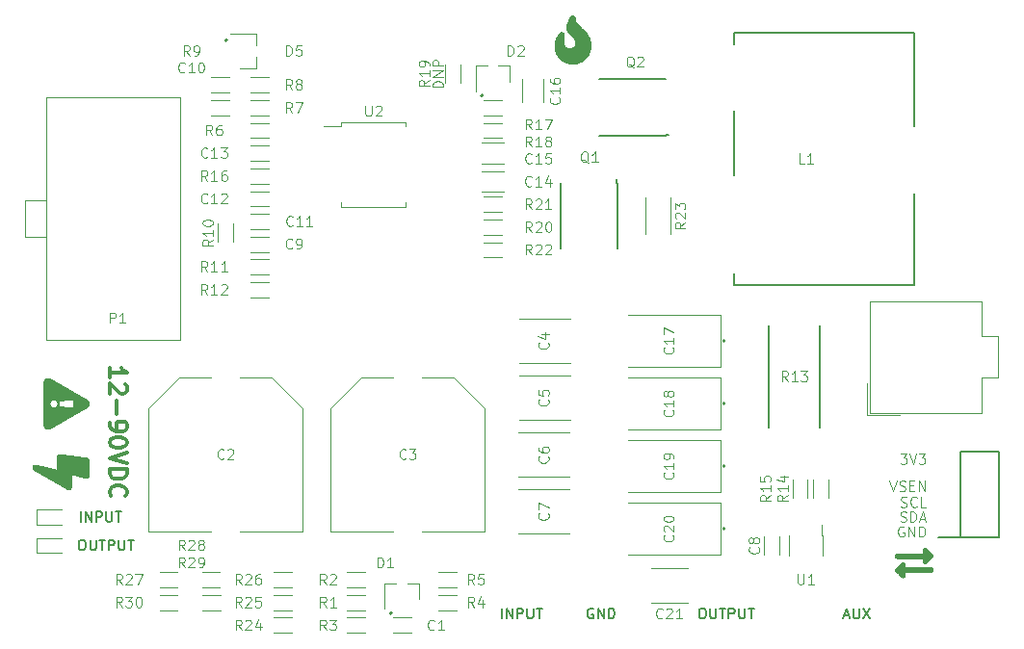
<source format=gto>
G04 #@! TF.GenerationSoftware,KiCad,Pcbnew,(5.1.0-0)*
G04 #@! TF.CreationDate,2019-04-04T11:20:21+10:30*
G04 #@! TF.ProjectId,wide-input-reg,77696465-2d69-46e7-9075-742d7265672e,rev?*
G04 #@! TF.SameCoordinates,Original*
G04 #@! TF.FileFunction,Legend,Top*
G04 #@! TF.FilePolarity,Positive*
%FSLAX46Y46*%
G04 Gerber Fmt 4.6, Leading zero omitted, Abs format (unit mm)*
G04 Created by KiCad (PCBNEW (5.1.0-0)) date 2019-04-04 11:20:21*
%MOMM*%
%LPD*%
G04 APERTURE LIST*
%ADD10C,0.120000*%
%ADD11C,0.150000*%
%ADD12C,0.300000*%
%ADD13C,0.200000*%
%ADD14C,0.010000*%
G04 APERTURE END LIST*
D10*
X176871429Y-92807142D02*
X177171429Y-93707142D01*
X177471429Y-92807142D01*
X177728572Y-93664285D02*
X177857143Y-93707142D01*
X178071429Y-93707142D01*
X178157143Y-93664285D01*
X178200000Y-93621428D01*
X178242857Y-93535714D01*
X178242857Y-93450000D01*
X178200000Y-93364285D01*
X178157143Y-93321428D01*
X178071429Y-93278571D01*
X177900000Y-93235714D01*
X177814286Y-93192857D01*
X177771429Y-93150000D01*
X177728572Y-93064285D01*
X177728572Y-92978571D01*
X177771429Y-92892857D01*
X177814286Y-92850000D01*
X177900000Y-92807142D01*
X178114286Y-92807142D01*
X178242857Y-92850000D01*
X178628572Y-93235714D02*
X178928572Y-93235714D01*
X179057143Y-93707142D02*
X178628572Y-93707142D01*
X178628572Y-92807142D01*
X179057143Y-92807142D01*
X179442857Y-93707142D02*
X179442857Y-92807142D01*
X179957143Y-93707142D01*
X179957143Y-92807142D01*
X177814286Y-90407142D02*
X178371429Y-90407142D01*
X178071429Y-90750000D01*
X178200000Y-90750000D01*
X178285714Y-90792857D01*
X178328572Y-90835714D01*
X178371429Y-90921428D01*
X178371429Y-91135714D01*
X178328572Y-91221428D01*
X178285714Y-91264285D01*
X178200000Y-91307142D01*
X177942857Y-91307142D01*
X177857143Y-91264285D01*
X177814286Y-91221428D01*
X178628572Y-90407142D02*
X178928572Y-91307142D01*
X179228572Y-90407142D01*
X179442857Y-90407142D02*
X180000000Y-90407142D01*
X179700000Y-90750000D01*
X179828572Y-90750000D01*
X179914286Y-90792857D01*
X179957143Y-90835714D01*
X180000000Y-90921428D01*
X180000000Y-91135714D01*
X179957143Y-91221428D01*
X179914286Y-91264285D01*
X179828572Y-91307142D01*
X179571429Y-91307142D01*
X179485714Y-91264285D01*
X179442857Y-91221428D01*
X177857143Y-95064285D02*
X177985714Y-95107142D01*
X178200000Y-95107142D01*
X178285714Y-95064285D01*
X178328572Y-95021428D01*
X178371429Y-94935714D01*
X178371429Y-94850000D01*
X178328572Y-94764285D01*
X178285714Y-94721428D01*
X178200000Y-94678571D01*
X178028572Y-94635714D01*
X177942857Y-94592857D01*
X177900000Y-94550000D01*
X177857143Y-94464285D01*
X177857143Y-94378571D01*
X177900000Y-94292857D01*
X177942857Y-94250000D01*
X178028572Y-94207142D01*
X178242857Y-94207142D01*
X178371429Y-94250000D01*
X179271429Y-95021428D02*
X179228572Y-95064285D01*
X179100000Y-95107142D01*
X179014286Y-95107142D01*
X178885714Y-95064285D01*
X178800000Y-94978571D01*
X178757143Y-94892857D01*
X178714286Y-94721428D01*
X178714286Y-94592857D01*
X178757143Y-94421428D01*
X178800000Y-94335714D01*
X178885714Y-94250000D01*
X179014286Y-94207142D01*
X179100000Y-94207142D01*
X179228572Y-94250000D01*
X179271429Y-94292857D01*
X180085714Y-95107142D02*
X179657143Y-95107142D01*
X179657143Y-94207142D01*
X177814285Y-96364285D02*
X177942857Y-96407142D01*
X178157143Y-96407142D01*
X178242857Y-96364285D01*
X178285714Y-96321428D01*
X178328571Y-96235714D01*
X178328571Y-96150000D01*
X178285714Y-96064285D01*
X178242857Y-96021428D01*
X178157143Y-95978571D01*
X177985714Y-95935714D01*
X177900000Y-95892857D01*
X177857143Y-95850000D01*
X177814285Y-95764285D01*
X177814285Y-95678571D01*
X177857143Y-95592857D01*
X177900000Y-95550000D01*
X177985714Y-95507142D01*
X178200000Y-95507142D01*
X178328571Y-95550000D01*
X178714285Y-96407142D02*
X178714285Y-95507142D01*
X178928571Y-95507142D01*
X179057143Y-95550000D01*
X179142857Y-95635714D01*
X179185714Y-95721428D01*
X179228571Y-95892857D01*
X179228571Y-96021428D01*
X179185714Y-96192857D01*
X179142857Y-96278571D01*
X179057143Y-96364285D01*
X178928571Y-96407142D01*
X178714285Y-96407142D01*
X179571428Y-96150000D02*
X180000000Y-96150000D01*
X179485714Y-96407142D02*
X179785714Y-95507142D01*
X180085714Y-96407142D01*
X178114285Y-96850000D02*
X178028571Y-96807142D01*
X177900000Y-96807142D01*
X177771428Y-96850000D01*
X177685714Y-96935714D01*
X177642857Y-97021428D01*
X177600000Y-97192857D01*
X177600000Y-97321428D01*
X177642857Y-97492857D01*
X177685714Y-97578571D01*
X177771428Y-97664285D01*
X177900000Y-97707142D01*
X177985714Y-97707142D01*
X178114285Y-97664285D01*
X178157142Y-97621428D01*
X178157142Y-97321428D01*
X177985714Y-97321428D01*
X178542857Y-97707142D02*
X178542857Y-96807142D01*
X179057142Y-97707142D01*
X179057142Y-96807142D01*
X179485714Y-97707142D02*
X179485714Y-96807142D01*
X179700000Y-96807142D01*
X179828571Y-96850000D01*
X179914285Y-96935714D01*
X179957142Y-97021428D01*
X180000000Y-97192857D01*
X180000000Y-97321428D01*
X179957142Y-97492857D01*
X179914285Y-97578571D01*
X179828571Y-97664285D01*
X179700000Y-97707142D01*
X179485714Y-97707142D01*
X137607142Y-58157142D02*
X136707142Y-58157142D01*
X136707142Y-57942857D01*
X136750000Y-57814285D01*
X136835714Y-57728571D01*
X136921428Y-57685714D01*
X137092857Y-57642857D01*
X137221428Y-57642857D01*
X137392857Y-57685714D01*
X137478571Y-57728571D01*
X137564285Y-57814285D01*
X137607142Y-57942857D01*
X137607142Y-58157142D01*
X137607142Y-57257142D02*
X136707142Y-57257142D01*
X137607142Y-56742857D01*
X136707142Y-56742857D01*
X137607142Y-56314285D02*
X136707142Y-56314285D01*
X136707142Y-55971428D01*
X136750000Y-55885714D01*
X136792857Y-55842857D01*
X136878571Y-55800000D01*
X137007142Y-55800000D01*
X137092857Y-55842857D01*
X137135714Y-55885714D01*
X137178571Y-55971428D01*
X137178571Y-56314285D01*
D11*
X172885714Y-104650000D02*
X173314285Y-104650000D01*
X172800000Y-104907142D02*
X173100000Y-104007142D01*
X173400000Y-104907142D01*
X173700000Y-104007142D02*
X173700000Y-104735714D01*
X173742857Y-104821428D01*
X173785714Y-104864285D01*
X173871428Y-104907142D01*
X174042857Y-104907142D01*
X174128571Y-104864285D01*
X174171428Y-104821428D01*
X174214285Y-104735714D01*
X174214285Y-104007142D01*
X174557142Y-104007142D02*
X175157142Y-104907142D01*
X175157142Y-104007142D02*
X174557142Y-104907142D01*
X160335714Y-104007142D02*
X160507142Y-104007142D01*
X160592857Y-104050000D01*
X160678571Y-104135714D01*
X160721428Y-104307142D01*
X160721428Y-104607142D01*
X160678571Y-104778571D01*
X160592857Y-104864285D01*
X160507142Y-104907142D01*
X160335714Y-104907142D01*
X160250000Y-104864285D01*
X160164285Y-104778571D01*
X160121428Y-104607142D01*
X160121428Y-104307142D01*
X160164285Y-104135714D01*
X160250000Y-104050000D01*
X160335714Y-104007142D01*
X161107142Y-104007142D02*
X161107142Y-104735714D01*
X161150000Y-104821428D01*
X161192857Y-104864285D01*
X161278571Y-104907142D01*
X161450000Y-104907142D01*
X161535714Y-104864285D01*
X161578571Y-104821428D01*
X161621428Y-104735714D01*
X161621428Y-104007142D01*
X161921428Y-104007142D02*
X162435714Y-104007142D01*
X162178571Y-104907142D02*
X162178571Y-104007142D01*
X162735714Y-104907142D02*
X162735714Y-104007142D01*
X163078571Y-104007142D01*
X163164285Y-104050000D01*
X163207142Y-104092857D01*
X163250000Y-104178571D01*
X163250000Y-104307142D01*
X163207142Y-104392857D01*
X163164285Y-104435714D01*
X163078571Y-104478571D01*
X162735714Y-104478571D01*
X163635714Y-104007142D02*
X163635714Y-104735714D01*
X163678571Y-104821428D01*
X163721428Y-104864285D01*
X163807142Y-104907142D01*
X163978571Y-104907142D01*
X164064285Y-104864285D01*
X164107142Y-104821428D01*
X164150000Y-104735714D01*
X164150000Y-104007142D01*
X164450000Y-104007142D02*
X164964285Y-104007142D01*
X164707142Y-104907142D02*
X164707142Y-104007142D01*
X150814285Y-104050000D02*
X150728571Y-104007142D01*
X150600000Y-104007142D01*
X150471428Y-104050000D01*
X150385714Y-104135714D01*
X150342857Y-104221428D01*
X150300000Y-104392857D01*
X150300000Y-104521428D01*
X150342857Y-104692857D01*
X150385714Y-104778571D01*
X150471428Y-104864285D01*
X150600000Y-104907142D01*
X150685714Y-104907142D01*
X150814285Y-104864285D01*
X150857142Y-104821428D01*
X150857142Y-104521428D01*
X150685714Y-104521428D01*
X151242857Y-104907142D02*
X151242857Y-104007142D01*
X151757142Y-104907142D01*
X151757142Y-104007142D01*
X152185714Y-104907142D02*
X152185714Y-104007142D01*
X152400000Y-104007142D01*
X152528571Y-104050000D01*
X152614285Y-104135714D01*
X152657142Y-104221428D01*
X152700000Y-104392857D01*
X152700000Y-104521428D01*
X152657142Y-104692857D01*
X152614285Y-104778571D01*
X152528571Y-104864285D01*
X152400000Y-104907142D01*
X152185714Y-104907142D01*
X142764285Y-104907142D02*
X142764285Y-104007142D01*
X143192857Y-104907142D02*
X143192857Y-104007142D01*
X143707142Y-104907142D01*
X143707142Y-104007142D01*
X144135714Y-104907142D02*
X144135714Y-104007142D01*
X144478571Y-104007142D01*
X144564285Y-104050000D01*
X144607142Y-104092857D01*
X144650000Y-104178571D01*
X144650000Y-104307142D01*
X144607142Y-104392857D01*
X144564285Y-104435714D01*
X144478571Y-104478571D01*
X144135714Y-104478571D01*
X145035714Y-104007142D02*
X145035714Y-104735714D01*
X145078571Y-104821428D01*
X145121428Y-104864285D01*
X145207142Y-104907142D01*
X145378571Y-104907142D01*
X145464285Y-104864285D01*
X145507142Y-104821428D01*
X145550000Y-104735714D01*
X145550000Y-104007142D01*
X145850000Y-104007142D02*
X146364285Y-104007142D01*
X146107142Y-104907142D02*
X146107142Y-104007142D01*
X105835714Y-98007142D02*
X106007142Y-98007142D01*
X106092857Y-98050000D01*
X106178571Y-98135714D01*
X106221428Y-98307142D01*
X106221428Y-98607142D01*
X106178571Y-98778571D01*
X106092857Y-98864285D01*
X106007142Y-98907142D01*
X105835714Y-98907142D01*
X105750000Y-98864285D01*
X105664285Y-98778571D01*
X105621428Y-98607142D01*
X105621428Y-98307142D01*
X105664285Y-98135714D01*
X105750000Y-98050000D01*
X105835714Y-98007142D01*
X106607142Y-98007142D02*
X106607142Y-98735714D01*
X106650000Y-98821428D01*
X106692857Y-98864285D01*
X106778571Y-98907142D01*
X106950000Y-98907142D01*
X107035714Y-98864285D01*
X107078571Y-98821428D01*
X107121428Y-98735714D01*
X107121428Y-98007142D01*
X107421428Y-98007142D02*
X107935714Y-98007142D01*
X107678571Y-98907142D02*
X107678571Y-98007142D01*
X108235714Y-98907142D02*
X108235714Y-98007142D01*
X108578571Y-98007142D01*
X108664285Y-98050000D01*
X108707142Y-98092857D01*
X108750000Y-98178571D01*
X108750000Y-98307142D01*
X108707142Y-98392857D01*
X108664285Y-98435714D01*
X108578571Y-98478571D01*
X108235714Y-98478571D01*
X109135714Y-98007142D02*
X109135714Y-98735714D01*
X109178571Y-98821428D01*
X109221428Y-98864285D01*
X109307142Y-98907142D01*
X109478571Y-98907142D01*
X109564285Y-98864285D01*
X109607142Y-98821428D01*
X109650000Y-98735714D01*
X109650000Y-98007142D01*
X109950000Y-98007142D02*
X110464285Y-98007142D01*
X110207142Y-98907142D02*
X110207142Y-98007142D01*
X105764285Y-96407142D02*
X105764285Y-95507142D01*
X106192857Y-96407142D02*
X106192857Y-95507142D01*
X106707142Y-96407142D01*
X106707142Y-95507142D01*
X107135714Y-96407142D02*
X107135714Y-95507142D01*
X107478571Y-95507142D01*
X107564285Y-95550000D01*
X107607142Y-95592857D01*
X107650000Y-95678571D01*
X107650000Y-95807142D01*
X107607142Y-95892857D01*
X107564285Y-95935714D01*
X107478571Y-95978571D01*
X107135714Y-95978571D01*
X108035714Y-95507142D02*
X108035714Y-96235714D01*
X108078571Y-96321428D01*
X108121428Y-96364285D01*
X108207142Y-96407142D01*
X108378571Y-96407142D01*
X108464285Y-96364285D01*
X108507142Y-96321428D01*
X108550000Y-96235714D01*
X108550000Y-95507142D01*
X108850000Y-95507142D02*
X109364285Y-95507142D01*
X109107142Y-96407142D02*
X109107142Y-95507142D01*
D12*
X108321428Y-83714285D02*
X108321428Y-82857142D01*
X108321428Y-83285714D02*
X109821428Y-83285714D01*
X109607142Y-83142857D01*
X109464285Y-83000000D01*
X109392857Y-82857142D01*
X109678571Y-84285714D02*
X109750000Y-84357142D01*
X109821428Y-84500000D01*
X109821428Y-84857142D01*
X109750000Y-85000000D01*
X109678571Y-85071428D01*
X109535714Y-85142857D01*
X109392857Y-85142857D01*
X109178571Y-85071428D01*
X108321428Y-84214285D01*
X108321428Y-85142857D01*
X108892857Y-85785714D02*
X108892857Y-86928571D01*
X108321428Y-87714285D02*
X108321428Y-88000000D01*
X108392857Y-88142857D01*
X108464285Y-88214285D01*
X108678571Y-88357142D01*
X108964285Y-88428571D01*
X109535714Y-88428571D01*
X109678571Y-88357142D01*
X109750000Y-88285714D01*
X109821428Y-88142857D01*
X109821428Y-87857142D01*
X109750000Y-87714285D01*
X109678571Y-87642857D01*
X109535714Y-87571428D01*
X109178571Y-87571428D01*
X109035714Y-87642857D01*
X108964285Y-87714285D01*
X108892857Y-87857142D01*
X108892857Y-88142857D01*
X108964285Y-88285714D01*
X109035714Y-88357142D01*
X109178571Y-88428571D01*
X109821428Y-89357142D02*
X109821428Y-89500000D01*
X109750000Y-89642857D01*
X109678571Y-89714285D01*
X109535714Y-89785714D01*
X109250000Y-89857142D01*
X108892857Y-89857142D01*
X108607142Y-89785714D01*
X108464285Y-89714285D01*
X108392857Y-89642857D01*
X108321428Y-89500000D01*
X108321428Y-89357142D01*
X108392857Y-89214285D01*
X108464285Y-89142857D01*
X108607142Y-89071428D01*
X108892857Y-89000000D01*
X109250000Y-89000000D01*
X109535714Y-89071428D01*
X109678571Y-89142857D01*
X109750000Y-89214285D01*
X109821428Y-89357142D01*
X109821428Y-90285714D02*
X108321428Y-90785714D01*
X109821428Y-91285714D01*
X108321428Y-91785714D02*
X109821428Y-91785714D01*
X109821428Y-92142857D01*
X109750000Y-92357142D01*
X109607142Y-92500000D01*
X109464285Y-92571428D01*
X109178571Y-92642857D01*
X108964285Y-92642857D01*
X108678571Y-92571428D01*
X108535714Y-92500000D01*
X108392857Y-92357142D01*
X108321428Y-92142857D01*
X108321428Y-91785714D01*
X108464285Y-94142857D02*
X108392857Y-94071428D01*
X108321428Y-93857142D01*
X108321428Y-93714285D01*
X108392857Y-93500000D01*
X108535714Y-93357142D01*
X108678571Y-93285714D01*
X108964285Y-93214285D01*
X109178571Y-93214285D01*
X109464285Y-93285714D01*
X109607142Y-93357142D01*
X109750000Y-93500000D01*
X109821428Y-93714285D01*
X109821428Y-93857142D01*
X109750000Y-94071428D01*
X109678571Y-94142857D01*
D11*
X166250000Y-79150000D02*
X166250000Y-88150000D01*
X170750000Y-79150000D02*
X170750000Y-88150000D01*
D10*
X133200000Y-106165000D02*
X134800000Y-106165000D01*
X133200000Y-104835000D02*
X134800000Y-104835000D01*
X114420000Y-83700000D02*
X117220000Y-83700000D01*
X111700000Y-86420000D02*
X114420000Y-83700000D01*
X111700000Y-97300000D02*
X111700000Y-86420000D01*
X117220000Y-97300000D02*
X111700000Y-97300000D01*
X122580000Y-83700000D02*
X119780000Y-83700000D01*
X125300000Y-86420000D02*
X122580000Y-83700000D01*
X125300000Y-97300000D02*
X125300000Y-86420000D01*
X119780000Y-97300000D02*
X125300000Y-97300000D01*
X135780000Y-97300000D02*
X141300000Y-97300000D01*
X141300000Y-97300000D02*
X141300000Y-86420000D01*
X141300000Y-86420000D02*
X138580000Y-83700000D01*
X138580000Y-83700000D02*
X135780000Y-83700000D01*
X133220000Y-97300000D02*
X127700000Y-97300000D01*
X127700000Y-97300000D02*
X127700000Y-86420000D01*
X127700000Y-86420000D02*
X130420000Y-83700000D01*
X130420000Y-83700000D02*
X133220000Y-83700000D01*
X148805000Y-78565000D02*
X144305000Y-78565000D01*
X148805000Y-82435000D02*
X144305000Y-82435000D01*
X148805000Y-87435000D02*
X144305000Y-87435000D01*
X148805000Y-83565000D02*
X144305000Y-83565000D01*
X148750000Y-88565000D02*
X144250000Y-88565000D01*
X148750000Y-92435000D02*
X144250000Y-92435000D01*
X148750000Y-97435000D02*
X144250000Y-97435000D01*
X148750000Y-93565000D02*
X144250000Y-93565000D01*
X165835000Y-97700000D02*
X165835000Y-99300000D01*
X167165000Y-97700000D02*
X167165000Y-99300000D01*
X122300000Y-71335000D02*
X120700000Y-71335000D01*
X122300000Y-72665000D02*
X120700000Y-72665000D01*
X118800000Y-60665000D02*
X117200000Y-60665000D01*
X118800000Y-59335000D02*
X117200000Y-59335000D01*
X120700000Y-69335000D02*
X122300000Y-69335000D01*
X120700000Y-70665000D02*
X122300000Y-70665000D01*
X120700000Y-68665000D02*
X122300000Y-68665000D01*
X120700000Y-67335000D02*
X122300000Y-67335000D01*
X120700000Y-63335000D02*
X122300000Y-63335000D01*
X120700000Y-64665000D02*
X122300000Y-64665000D01*
X141000000Y-67415000D02*
X143000000Y-67415000D01*
X141000000Y-65585000D02*
X143000000Y-65585000D01*
X141000000Y-63085000D02*
X143000000Y-63085000D01*
X141000000Y-64915000D02*
X143000000Y-64915000D01*
X146415000Y-59500000D02*
X146415000Y-57500000D01*
X144585000Y-59500000D02*
X144585000Y-57500000D01*
X161985000Y-78200000D02*
X153850000Y-78200000D01*
X161985000Y-82800000D02*
X161985000Y-78200000D01*
X153850000Y-82800000D02*
X161985000Y-82800000D01*
D13*
X162405000Y-80500000D02*
G75*
G03X162405000Y-80500000I-100000J0D01*
G01*
X162405000Y-86000000D02*
G75*
G03X162405000Y-86000000I-100000J0D01*
G01*
D10*
X153850000Y-88300000D02*
X161985000Y-88300000D01*
X161985000Y-88300000D02*
X161985000Y-83700000D01*
X161985000Y-83700000D02*
X153850000Y-83700000D01*
X161985000Y-89200000D02*
X153850000Y-89200000D01*
X161985000Y-93800000D02*
X161985000Y-89200000D01*
X153850000Y-93800000D02*
X161985000Y-93800000D01*
D13*
X162405000Y-91500000D02*
G75*
G03X162405000Y-91500000I-100000J0D01*
G01*
X162405000Y-97000000D02*
G75*
G03X162405000Y-97000000I-100000J0D01*
G01*
D10*
X153850000Y-99300000D02*
X161985000Y-99300000D01*
X161985000Y-99300000D02*
X161985000Y-94700000D01*
X161985000Y-94700000D02*
X153850000Y-94700000D01*
X155900000Y-103540000D02*
X159100000Y-103540000D01*
X155900000Y-100460000D02*
X159100000Y-100460000D01*
D13*
X133150000Y-104435000D02*
G75*
G03X133150000Y-104435000I-100000J0D01*
G01*
D10*
X132500000Y-104055000D02*
X132500000Y-101800000D01*
X132500000Y-101800000D02*
X133515000Y-101800000D01*
X135500000Y-103200000D02*
X135500000Y-101800000D01*
X135500000Y-101800000D02*
X134485000Y-101800000D01*
D13*
X141150000Y-58935000D02*
G75*
G03X141150000Y-58935000I-100000J0D01*
G01*
D10*
X140500000Y-58555000D02*
X140500000Y-56300000D01*
X140500000Y-56300000D02*
X141515000Y-56300000D01*
X143500000Y-57700000D02*
X143500000Y-56300000D01*
X143500000Y-56300000D02*
X142485000Y-56300000D01*
X104110000Y-95355000D02*
X101915000Y-95355000D01*
X101915000Y-95355000D02*
X101915000Y-96645000D01*
X101915000Y-96645000D02*
X104110000Y-96645000D01*
X101915000Y-99145000D02*
X104110000Y-99145000D01*
X101915000Y-97855000D02*
X101915000Y-99145000D01*
X104110000Y-97855000D02*
X101915000Y-97855000D01*
X121200000Y-56500000D02*
X121200000Y-55485000D01*
X119800000Y-56500000D02*
X121200000Y-56500000D01*
X121200000Y-53500000D02*
X121200000Y-54515000D01*
X118945000Y-53500000D02*
X121200000Y-53500000D01*
D13*
X118665000Y-54050000D02*
G75*
G03X118665000Y-54050000I-100000J0D01*
G01*
D11*
X179000000Y-53400000D02*
X179000000Y-61600000D01*
X179000000Y-75600000D02*
X163200000Y-75600000D01*
X163200000Y-65900000D02*
X163200000Y-60300000D01*
X163200000Y-53400000D02*
X179000000Y-53400000D01*
X163200000Y-75600000D02*
X163200000Y-74600000D01*
X163200000Y-53400000D02*
X163200000Y-54400000D01*
X179000000Y-75600000D02*
X179000000Y-67500000D01*
D14*
G36*
X106469837Y-91343220D02*
G01*
X106469823Y-91389741D01*
X106469800Y-91439851D01*
X106469769Y-91493685D01*
X106469730Y-91551381D01*
X106469685Y-91613073D01*
X106469647Y-91661333D01*
X106469092Y-92352424D01*
X106463255Y-92371474D01*
X106451838Y-92402003D01*
X106437148Y-92430034D01*
X106419371Y-92455388D01*
X106398692Y-92477886D01*
X106375297Y-92497347D01*
X106349371Y-92513592D01*
X106321101Y-92526441D01*
X106294826Y-92534696D01*
X106272541Y-92539000D01*
X106248760Y-92541210D01*
X106225351Y-92541209D01*
X106210859Y-92539921D01*
X106206922Y-92539123D01*
X106198985Y-92537249D01*
X106187135Y-92534320D01*
X106171458Y-92530359D01*
X106152043Y-92525390D01*
X106128975Y-92519436D01*
X106102343Y-92512518D01*
X106072234Y-92504661D01*
X106038735Y-92495887D01*
X106001932Y-92486218D01*
X105961915Y-92475679D01*
X105918768Y-92464291D01*
X105872581Y-92452078D01*
X105823439Y-92439063D01*
X105771431Y-92425268D01*
X105716643Y-92410716D01*
X105659163Y-92395430D01*
X105599078Y-92379434D01*
X105565276Y-92370427D01*
X105514851Y-92356989D01*
X105465458Y-92343826D01*
X105417255Y-92330981D01*
X105370400Y-92318496D01*
X105325051Y-92306413D01*
X105281367Y-92294775D01*
X105239507Y-92283623D01*
X105199628Y-92273001D01*
X105161889Y-92262949D01*
X105126448Y-92253511D01*
X105093465Y-92244727D01*
X105063096Y-92236642D01*
X105035501Y-92229296D01*
X105010838Y-92222732D01*
X104989265Y-92216992D01*
X104970941Y-92212118D01*
X104956024Y-92208153D01*
X104944672Y-92205138D01*
X104937044Y-92203116D01*
X104933298Y-92202129D01*
X104932948Y-92202040D01*
X104927153Y-92200637D01*
X104926583Y-92777122D01*
X104926013Y-93353608D01*
X104920166Y-93373490D01*
X104909936Y-93402351D01*
X104896903Y-93428401D01*
X104880656Y-93452323D01*
X104860783Y-93474800D01*
X104856572Y-93478954D01*
X104833285Y-93498678D01*
X104807963Y-93514998D01*
X104781016Y-93527840D01*
X104752855Y-93537133D01*
X104723890Y-93542804D01*
X104694532Y-93544781D01*
X104665191Y-93542991D01*
X104636277Y-93537361D01*
X104608200Y-93527821D01*
X104600076Y-93524219D01*
X104597473Y-93522799D01*
X104591313Y-93519318D01*
X104581702Y-93513838D01*
X104568746Y-93506419D01*
X104552551Y-93497123D01*
X104533223Y-93486013D01*
X104510868Y-93473148D01*
X104485592Y-93458590D01*
X104457500Y-93442400D01*
X104426699Y-93424641D01*
X104393295Y-93405372D01*
X104357394Y-93384657D01*
X104319101Y-93362555D01*
X104278523Y-93339128D01*
X104235766Y-93314437D01*
X104190935Y-93288544D01*
X104144137Y-93261511D01*
X104095478Y-93233397D01*
X104045063Y-93204266D01*
X103992999Y-93174178D01*
X103939392Y-93143193D01*
X103884347Y-93111375D01*
X103827970Y-93078784D01*
X103770369Y-93045481D01*
X103711647Y-93011528D01*
X103651912Y-92976986D01*
X103591270Y-92941916D01*
X103529826Y-92906380D01*
X103467686Y-92870439D01*
X103404957Y-92834154D01*
X103341744Y-92797586D01*
X103278153Y-92760798D01*
X103214291Y-92723850D01*
X103150263Y-92686804D01*
X103086176Y-92649720D01*
X103022134Y-92612661D01*
X102958245Y-92575688D01*
X102894614Y-92538861D01*
X102831348Y-92502243D01*
X102768551Y-92465894D01*
X102706331Y-92429876D01*
X102644793Y-92394250D01*
X102584043Y-92359078D01*
X102524187Y-92324420D01*
X102465332Y-92290339D01*
X102407582Y-92256895D01*
X102351045Y-92224150D01*
X102295825Y-92192165D01*
X102242030Y-92161002D01*
X102189764Y-92130722D01*
X102139134Y-92101385D01*
X102090247Y-92073054D01*
X102043207Y-92045790D01*
X101998122Y-92019654D01*
X101955096Y-91994708D01*
X101914236Y-91971012D01*
X101875648Y-91948628D01*
X101839438Y-91927618D01*
X101805711Y-91908042D01*
X101774575Y-91889962D01*
X101746134Y-91873440D01*
X101720495Y-91858536D01*
X101697764Y-91845313D01*
X101678046Y-91833831D01*
X101661448Y-91824151D01*
X101648076Y-91816335D01*
X101638036Y-91810445D01*
X101631433Y-91806542D01*
X101628373Y-91804686D01*
X101628275Y-91804621D01*
X101612115Y-91792039D01*
X101595910Y-91776301D01*
X101580482Y-91758395D01*
X101566649Y-91739311D01*
X101555232Y-91720037D01*
X101551120Y-91711607D01*
X101543342Y-91691494D01*
X101537159Y-91669557D01*
X101532758Y-91646922D01*
X101530326Y-91624712D01*
X101530049Y-91604053D01*
X101531185Y-91591483D01*
X101535312Y-91567390D01*
X101540459Y-91546412D01*
X101546950Y-91527487D01*
X101555108Y-91509556D01*
X101557511Y-91504982D01*
X101574095Y-91478515D01*
X101593664Y-91454827D01*
X101615902Y-91434118D01*
X101640492Y-91416592D01*
X101667116Y-91402450D01*
X101695457Y-91391893D01*
X101725198Y-91385124D01*
X101749984Y-91382561D01*
X101761930Y-91382274D01*
X101774425Y-91382464D01*
X101785656Y-91383084D01*
X101791259Y-91383672D01*
X101794427Y-91384310D01*
X101801582Y-91385894D01*
X101812591Y-91388394D01*
X101827320Y-91391777D01*
X101845639Y-91396014D01*
X101867413Y-91401072D01*
X101892511Y-91406921D01*
X101920799Y-91413529D01*
X101952146Y-91420865D01*
X101986418Y-91428899D01*
X102023484Y-91437598D01*
X102063210Y-91446932D01*
X102105464Y-91456870D01*
X102150113Y-91467380D01*
X102197025Y-91478431D01*
X102246067Y-91489992D01*
X102297107Y-91502032D01*
X102350012Y-91514520D01*
X102404649Y-91527424D01*
X102460887Y-91540713D01*
X102518591Y-91554357D01*
X102577630Y-91568323D01*
X102637872Y-91582581D01*
X102699182Y-91597100D01*
X102742701Y-91607410D01*
X102804588Y-91622073D01*
X102865458Y-91636493D01*
X102925181Y-91650640D01*
X102983624Y-91664482D01*
X103040659Y-91677988D01*
X103096153Y-91691127D01*
X103149976Y-91703870D01*
X103201998Y-91716183D01*
X103252088Y-91728038D01*
X103300114Y-91739402D01*
X103345947Y-91750245D01*
X103389455Y-91760536D01*
X103430509Y-91770244D01*
X103468976Y-91779338D01*
X103504727Y-91787787D01*
X103537630Y-91795561D01*
X103567555Y-91802628D01*
X103594372Y-91808957D01*
X103617949Y-91814519D01*
X103638156Y-91819280D01*
X103654861Y-91823212D01*
X103667936Y-91826282D01*
X103677247Y-91828460D01*
X103682666Y-91829715D01*
X103684088Y-91830031D01*
X103690967Y-91831220D01*
X103690967Y-91250291D01*
X103690969Y-91191183D01*
X103690974Y-91136157D01*
X103690984Y-91085063D01*
X103691000Y-91037751D01*
X103691022Y-90994070D01*
X103691051Y-90953870D01*
X103691089Y-90917000D01*
X103691135Y-90883309D01*
X103691191Y-90852647D01*
X103691258Y-90824863D01*
X103691336Y-90799807D01*
X103691427Y-90777329D01*
X103691531Y-90757277D01*
X103691649Y-90739501D01*
X103691782Y-90723850D01*
X103691931Y-90710175D01*
X103692096Y-90698323D01*
X103692279Y-90688146D01*
X103692481Y-90679492D01*
X103692701Y-90672211D01*
X103692942Y-90666152D01*
X103693204Y-90661165D01*
X103693488Y-90657098D01*
X103693794Y-90653803D01*
X103694124Y-90651127D01*
X103694392Y-90649410D01*
X103701688Y-90618923D01*
X103712705Y-90590179D01*
X103727234Y-90563457D01*
X103745068Y-90539036D01*
X103765997Y-90517194D01*
X103789812Y-90498210D01*
X103816306Y-90482363D01*
X103821142Y-90479962D01*
X103839247Y-90471769D01*
X103855437Y-90465798D01*
X103871122Y-90461704D01*
X103887715Y-90459144D01*
X103906626Y-90457775D01*
X103913217Y-90457537D01*
X103946025Y-90456572D01*
X105114425Y-90612348D01*
X105204259Y-90624328D01*
X105289967Y-90635763D01*
X105371619Y-90646663D01*
X105449286Y-90657038D01*
X105523038Y-90666897D01*
X105592947Y-90676249D01*
X105659082Y-90685105D01*
X105721515Y-90693474D01*
X105780316Y-90701365D01*
X105835556Y-90708788D01*
X105887305Y-90715752D01*
X105935634Y-90722268D01*
X105980614Y-90728344D01*
X106022314Y-90733991D01*
X106060807Y-90739218D01*
X106096162Y-90744034D01*
X106128450Y-90748449D01*
X106157741Y-90752473D01*
X106184107Y-90756115D01*
X106207618Y-90759385D01*
X106228344Y-90762292D01*
X106246357Y-90764847D01*
X106261726Y-90767057D01*
X106274522Y-90768934D01*
X106284817Y-90770487D01*
X106292680Y-90771725D01*
X106298182Y-90772657D01*
X106301395Y-90773294D01*
X106301875Y-90773416D01*
X106330581Y-90783523D01*
X106357444Y-90797228D01*
X106382170Y-90814210D01*
X106404463Y-90834149D01*
X106424028Y-90856724D01*
X106440570Y-90881615D01*
X106453793Y-90908501D01*
X106463403Y-90937061D01*
X106466908Y-90952647D01*
X106467216Y-90954603D01*
X106467504Y-90957156D01*
X106467773Y-90960444D01*
X106468022Y-90964602D01*
X106468253Y-90969766D01*
X106468465Y-90976072D01*
X106468660Y-90983656D01*
X106468838Y-90992654D01*
X106469000Y-91003202D01*
X106469145Y-91015436D01*
X106469275Y-91029491D01*
X106469391Y-91045504D01*
X106469491Y-91063611D01*
X106469578Y-91083948D01*
X106469652Y-91106650D01*
X106469713Y-91131854D01*
X106469761Y-91159695D01*
X106469798Y-91190310D01*
X106469823Y-91223833D01*
X106469838Y-91260403D01*
X106469842Y-91300153D01*
X106469837Y-91343220D01*
X106469837Y-91343220D01*
G37*
X106469837Y-91343220D02*
X106469823Y-91389741D01*
X106469800Y-91439851D01*
X106469769Y-91493685D01*
X106469730Y-91551381D01*
X106469685Y-91613073D01*
X106469647Y-91661333D01*
X106469092Y-92352424D01*
X106463255Y-92371474D01*
X106451838Y-92402003D01*
X106437148Y-92430034D01*
X106419371Y-92455388D01*
X106398692Y-92477886D01*
X106375297Y-92497347D01*
X106349371Y-92513592D01*
X106321101Y-92526441D01*
X106294826Y-92534696D01*
X106272541Y-92539000D01*
X106248760Y-92541210D01*
X106225351Y-92541209D01*
X106210859Y-92539921D01*
X106206922Y-92539123D01*
X106198985Y-92537249D01*
X106187135Y-92534320D01*
X106171458Y-92530359D01*
X106152043Y-92525390D01*
X106128975Y-92519436D01*
X106102343Y-92512518D01*
X106072234Y-92504661D01*
X106038735Y-92495887D01*
X106001932Y-92486218D01*
X105961915Y-92475679D01*
X105918768Y-92464291D01*
X105872581Y-92452078D01*
X105823439Y-92439063D01*
X105771431Y-92425268D01*
X105716643Y-92410716D01*
X105659163Y-92395430D01*
X105599078Y-92379434D01*
X105565276Y-92370427D01*
X105514851Y-92356989D01*
X105465458Y-92343826D01*
X105417255Y-92330981D01*
X105370400Y-92318496D01*
X105325051Y-92306413D01*
X105281367Y-92294775D01*
X105239507Y-92283623D01*
X105199628Y-92273001D01*
X105161889Y-92262949D01*
X105126448Y-92253511D01*
X105093465Y-92244727D01*
X105063096Y-92236642D01*
X105035501Y-92229296D01*
X105010838Y-92222732D01*
X104989265Y-92216992D01*
X104970941Y-92212118D01*
X104956024Y-92208153D01*
X104944672Y-92205138D01*
X104937044Y-92203116D01*
X104933298Y-92202129D01*
X104932948Y-92202040D01*
X104927153Y-92200637D01*
X104926583Y-92777122D01*
X104926013Y-93353608D01*
X104920166Y-93373490D01*
X104909936Y-93402351D01*
X104896903Y-93428401D01*
X104880656Y-93452323D01*
X104860783Y-93474800D01*
X104856572Y-93478954D01*
X104833285Y-93498678D01*
X104807963Y-93514998D01*
X104781016Y-93527840D01*
X104752855Y-93537133D01*
X104723890Y-93542804D01*
X104694532Y-93544781D01*
X104665191Y-93542991D01*
X104636277Y-93537361D01*
X104608200Y-93527821D01*
X104600076Y-93524219D01*
X104597473Y-93522799D01*
X104591313Y-93519318D01*
X104581702Y-93513838D01*
X104568746Y-93506419D01*
X104552551Y-93497123D01*
X104533223Y-93486013D01*
X104510868Y-93473148D01*
X104485592Y-93458590D01*
X104457500Y-93442400D01*
X104426699Y-93424641D01*
X104393295Y-93405372D01*
X104357394Y-93384657D01*
X104319101Y-93362555D01*
X104278523Y-93339128D01*
X104235766Y-93314437D01*
X104190935Y-93288544D01*
X104144137Y-93261511D01*
X104095478Y-93233397D01*
X104045063Y-93204266D01*
X103992999Y-93174178D01*
X103939392Y-93143193D01*
X103884347Y-93111375D01*
X103827970Y-93078784D01*
X103770369Y-93045481D01*
X103711647Y-93011528D01*
X103651912Y-92976986D01*
X103591270Y-92941916D01*
X103529826Y-92906380D01*
X103467686Y-92870439D01*
X103404957Y-92834154D01*
X103341744Y-92797586D01*
X103278153Y-92760798D01*
X103214291Y-92723850D01*
X103150263Y-92686804D01*
X103086176Y-92649720D01*
X103022134Y-92612661D01*
X102958245Y-92575688D01*
X102894614Y-92538861D01*
X102831348Y-92502243D01*
X102768551Y-92465894D01*
X102706331Y-92429876D01*
X102644793Y-92394250D01*
X102584043Y-92359078D01*
X102524187Y-92324420D01*
X102465332Y-92290339D01*
X102407582Y-92256895D01*
X102351045Y-92224150D01*
X102295825Y-92192165D01*
X102242030Y-92161002D01*
X102189764Y-92130722D01*
X102139134Y-92101385D01*
X102090247Y-92073054D01*
X102043207Y-92045790D01*
X101998122Y-92019654D01*
X101955096Y-91994708D01*
X101914236Y-91971012D01*
X101875648Y-91948628D01*
X101839438Y-91927618D01*
X101805711Y-91908042D01*
X101774575Y-91889962D01*
X101746134Y-91873440D01*
X101720495Y-91858536D01*
X101697764Y-91845313D01*
X101678046Y-91833831D01*
X101661448Y-91824151D01*
X101648076Y-91816335D01*
X101638036Y-91810445D01*
X101631433Y-91806542D01*
X101628373Y-91804686D01*
X101628275Y-91804621D01*
X101612115Y-91792039D01*
X101595910Y-91776301D01*
X101580482Y-91758395D01*
X101566649Y-91739311D01*
X101555232Y-91720037D01*
X101551120Y-91711607D01*
X101543342Y-91691494D01*
X101537159Y-91669557D01*
X101532758Y-91646922D01*
X101530326Y-91624712D01*
X101530049Y-91604053D01*
X101531185Y-91591483D01*
X101535312Y-91567390D01*
X101540459Y-91546412D01*
X101546950Y-91527487D01*
X101555108Y-91509556D01*
X101557511Y-91504982D01*
X101574095Y-91478515D01*
X101593664Y-91454827D01*
X101615902Y-91434118D01*
X101640492Y-91416592D01*
X101667116Y-91402450D01*
X101695457Y-91391893D01*
X101725198Y-91385124D01*
X101749984Y-91382561D01*
X101761930Y-91382274D01*
X101774425Y-91382464D01*
X101785656Y-91383084D01*
X101791259Y-91383672D01*
X101794427Y-91384310D01*
X101801582Y-91385894D01*
X101812591Y-91388394D01*
X101827320Y-91391777D01*
X101845639Y-91396014D01*
X101867413Y-91401072D01*
X101892511Y-91406921D01*
X101920799Y-91413529D01*
X101952146Y-91420865D01*
X101986418Y-91428899D01*
X102023484Y-91437598D01*
X102063210Y-91446932D01*
X102105464Y-91456870D01*
X102150113Y-91467380D01*
X102197025Y-91478431D01*
X102246067Y-91489992D01*
X102297107Y-91502032D01*
X102350012Y-91514520D01*
X102404649Y-91527424D01*
X102460887Y-91540713D01*
X102518591Y-91554357D01*
X102577630Y-91568323D01*
X102637872Y-91582581D01*
X102699182Y-91597100D01*
X102742701Y-91607410D01*
X102804588Y-91622073D01*
X102865458Y-91636493D01*
X102925181Y-91650640D01*
X102983624Y-91664482D01*
X103040659Y-91677988D01*
X103096153Y-91691127D01*
X103149976Y-91703870D01*
X103201998Y-91716183D01*
X103252088Y-91728038D01*
X103300114Y-91739402D01*
X103345947Y-91750245D01*
X103389455Y-91760536D01*
X103430509Y-91770244D01*
X103468976Y-91779338D01*
X103504727Y-91787787D01*
X103537630Y-91795561D01*
X103567555Y-91802628D01*
X103594372Y-91808957D01*
X103617949Y-91814519D01*
X103638156Y-91819280D01*
X103654861Y-91823212D01*
X103667936Y-91826282D01*
X103677247Y-91828460D01*
X103682666Y-91829715D01*
X103684088Y-91830031D01*
X103690967Y-91831220D01*
X103690967Y-91250291D01*
X103690969Y-91191183D01*
X103690974Y-91136157D01*
X103690984Y-91085063D01*
X103691000Y-91037751D01*
X103691022Y-90994070D01*
X103691051Y-90953870D01*
X103691089Y-90917000D01*
X103691135Y-90883309D01*
X103691191Y-90852647D01*
X103691258Y-90824863D01*
X103691336Y-90799807D01*
X103691427Y-90777329D01*
X103691531Y-90757277D01*
X103691649Y-90739501D01*
X103691782Y-90723850D01*
X103691931Y-90710175D01*
X103692096Y-90698323D01*
X103692279Y-90688146D01*
X103692481Y-90679492D01*
X103692701Y-90672211D01*
X103692942Y-90666152D01*
X103693204Y-90661165D01*
X103693488Y-90657098D01*
X103693794Y-90653803D01*
X103694124Y-90651127D01*
X103694392Y-90649410D01*
X103701688Y-90618923D01*
X103712705Y-90590179D01*
X103727234Y-90563457D01*
X103745068Y-90539036D01*
X103765997Y-90517194D01*
X103789812Y-90498210D01*
X103816306Y-90482363D01*
X103821142Y-90479962D01*
X103839247Y-90471769D01*
X103855437Y-90465798D01*
X103871122Y-90461704D01*
X103887715Y-90459144D01*
X103906626Y-90457775D01*
X103913217Y-90457537D01*
X103946025Y-90456572D01*
X105114425Y-90612348D01*
X105204259Y-90624328D01*
X105289967Y-90635763D01*
X105371619Y-90646663D01*
X105449286Y-90657038D01*
X105523038Y-90666897D01*
X105592947Y-90676249D01*
X105659082Y-90685105D01*
X105721515Y-90693474D01*
X105780316Y-90701365D01*
X105835556Y-90708788D01*
X105887305Y-90715752D01*
X105935634Y-90722268D01*
X105980614Y-90728344D01*
X106022314Y-90733991D01*
X106060807Y-90739218D01*
X106096162Y-90744034D01*
X106128450Y-90748449D01*
X106157741Y-90752473D01*
X106184107Y-90756115D01*
X106207618Y-90759385D01*
X106228344Y-90762292D01*
X106246357Y-90764847D01*
X106261726Y-90767057D01*
X106274522Y-90768934D01*
X106284817Y-90770487D01*
X106292680Y-90771725D01*
X106298182Y-90772657D01*
X106301395Y-90773294D01*
X106301875Y-90773416D01*
X106330581Y-90783523D01*
X106357444Y-90797228D01*
X106382170Y-90814210D01*
X106404463Y-90834149D01*
X106424028Y-90856724D01*
X106440570Y-90881615D01*
X106453793Y-90908501D01*
X106463403Y-90937061D01*
X106466908Y-90952647D01*
X106467216Y-90954603D01*
X106467504Y-90957156D01*
X106467773Y-90960444D01*
X106468022Y-90964602D01*
X106468253Y-90969766D01*
X106468465Y-90976072D01*
X106468660Y-90983656D01*
X106468838Y-90992654D01*
X106469000Y-91003202D01*
X106469145Y-91015436D01*
X106469275Y-91029491D01*
X106469391Y-91045504D01*
X106469491Y-91063611D01*
X106469578Y-91083948D01*
X106469652Y-91106650D01*
X106469713Y-91131854D01*
X106469761Y-91159695D01*
X106469798Y-91190310D01*
X106469823Y-91223833D01*
X106469838Y-91260403D01*
X106469842Y-91300153D01*
X106469837Y-91343220D01*
G36*
X106475179Y-86020738D02*
G01*
X106474635Y-86033197D01*
X106473930Y-86041487D01*
X106473087Y-86048344D01*
X106472092Y-86055603D01*
X106471085Y-86062318D01*
X106470207Y-86067545D01*
X106469610Y-86070313D01*
X106469221Y-86071544D01*
X106468884Y-86073330D01*
X106468396Y-86076200D01*
X106467565Y-86080374D01*
X106466215Y-86086356D01*
X106464689Y-86092680D01*
X106463471Y-86097367D01*
X106462878Y-86099739D01*
X106462844Y-86099907D01*
X106462248Y-86101843D01*
X106460871Y-86105981D01*
X106459478Y-86110067D01*
X106457732Y-86115223D01*
X106456520Y-86118952D01*
X106456156Y-86120227D01*
X106455530Y-86122257D01*
X106454226Y-86125840D01*
X106452937Y-86129478D01*
X106452414Y-86131437D01*
X106451788Y-86133349D01*
X106450206Y-86137227D01*
X106449277Y-86139370D01*
X106446131Y-86146614D01*
X106444023Y-86151730D01*
X106443186Y-86154094D01*
X106442200Y-86156441D01*
X106440043Y-86160863D01*
X106437181Y-86166468D01*
X106434078Y-86172366D01*
X106431197Y-86177663D01*
X106429002Y-86181469D01*
X106428647Y-86182034D01*
X106426082Y-86186202D01*
X106424287Y-86189478D01*
X106424205Y-86189654D01*
X106422225Y-86193295D01*
X106419035Y-86198448D01*
X106415227Y-86204233D01*
X106411395Y-86209772D01*
X106408132Y-86214185D01*
X106406030Y-86216595D01*
X106406014Y-86216608D01*
X106403780Y-86219344D01*
X106403307Y-86220871D01*
X106402173Y-86223224D01*
X106399340Y-86226638D01*
X106398227Y-86227753D01*
X106395046Y-86231171D01*
X106393277Y-86233789D01*
X106393147Y-86234287D01*
X106392033Y-86235937D01*
X106388986Y-86239439D01*
X106384451Y-86244342D01*
X106378872Y-86250197D01*
X106372692Y-86256553D01*
X106366356Y-86262959D01*
X106360307Y-86268965D01*
X106354989Y-86274120D01*
X106350848Y-86277974D01*
X106348325Y-86280077D01*
X106347778Y-86280316D01*
X106346229Y-86280859D01*
X106343447Y-86283146D01*
X106343275Y-86283313D01*
X106337255Y-86289015D01*
X106332187Y-86293465D01*
X106328532Y-86296284D01*
X106326748Y-86297089D01*
X106326702Y-86297057D01*
X106325180Y-86297595D01*
X106322883Y-86299710D01*
X106319910Y-86302253D01*
X106317827Y-86303107D01*
X106315407Y-86304246D01*
X106312174Y-86307019D01*
X106311873Y-86307333D01*
X106309039Y-86309964D01*
X106307283Y-86310886D01*
X106307172Y-86310829D01*
X106305522Y-86311331D01*
X106301976Y-86313372D01*
X106298165Y-86315916D01*
X106293621Y-86319013D01*
X106290259Y-86321123D01*
X106288991Y-86321733D01*
X106287161Y-86322563D01*
X106283484Y-86324679D01*
X106280930Y-86326255D01*
X106276660Y-86328823D01*
X106273675Y-86330380D01*
X106272920Y-86330609D01*
X106271136Y-86331459D01*
X106269534Y-86332740D01*
X106267088Y-86334553D01*
X106266147Y-86334871D01*
X106264280Y-86335606D01*
X106260297Y-86337757D01*
X106254929Y-86340907D01*
X106248909Y-86344641D01*
X106248303Y-86345028D01*
X106244500Y-86347253D01*
X106242440Y-86348291D01*
X106239525Y-86349854D01*
X106235134Y-86352472D01*
X106233127Y-86353727D01*
X106228973Y-86356283D01*
X106226124Y-86357883D01*
X106225507Y-86358140D01*
X106223654Y-86359044D01*
X106219742Y-86361292D01*
X106214568Y-86364411D01*
X106208930Y-86367927D01*
X106207663Y-86368734D01*
X106203860Y-86370960D01*
X106201800Y-86371997D01*
X106198774Y-86373595D01*
X106194450Y-86376134D01*
X106193334Y-86376820D01*
X106189384Y-86379089D01*
X106186714Y-86380276D01*
X106186315Y-86380331D01*
X106184368Y-86381204D01*
X106182082Y-86382996D01*
X106179397Y-86385097D01*
X106178094Y-86385671D01*
X106176227Y-86386406D01*
X106172244Y-86388557D01*
X106166876Y-86391707D01*
X106160855Y-86395441D01*
X106160250Y-86395828D01*
X106156446Y-86398053D01*
X106154387Y-86399091D01*
X106151472Y-86400654D01*
X106147081Y-86403272D01*
X106145074Y-86404527D01*
X106140919Y-86407083D01*
X106138070Y-86408683D01*
X106137454Y-86408940D01*
X106135601Y-86409844D01*
X106131689Y-86412092D01*
X106126515Y-86415211D01*
X106120876Y-86418727D01*
X106119610Y-86419534D01*
X106115806Y-86421760D01*
X106113747Y-86422797D01*
X106110820Y-86424351D01*
X106106414Y-86426938D01*
X106104434Y-86428155D01*
X106100432Y-86430486D01*
X106097874Y-86431664D01*
X106097415Y-86431665D01*
X106096169Y-86432094D01*
X106094028Y-86433796D01*
X106091343Y-86435897D01*
X106090040Y-86436471D01*
X106088174Y-86437206D01*
X106084191Y-86439357D01*
X106078823Y-86442507D01*
X106072802Y-86446241D01*
X106072196Y-86446628D01*
X106068393Y-86448853D01*
X106066334Y-86449891D01*
X106063418Y-86451454D01*
X106059027Y-86454072D01*
X106057020Y-86455327D01*
X106052866Y-86457883D01*
X106050017Y-86459483D01*
X106049400Y-86459740D01*
X106047548Y-86460644D01*
X106043635Y-86462892D01*
X106038461Y-86466011D01*
X106032823Y-86469527D01*
X106031556Y-86470334D01*
X106027753Y-86472560D01*
X106025694Y-86473597D01*
X106022667Y-86475195D01*
X106018343Y-86477734D01*
X106017227Y-86478420D01*
X106013277Y-86480689D01*
X106010607Y-86481876D01*
X106010208Y-86481931D01*
X106008261Y-86482804D01*
X106005975Y-86484596D01*
X106003290Y-86486697D01*
X106001987Y-86487271D01*
X106000120Y-86488006D01*
X105996137Y-86490157D01*
X105990769Y-86493307D01*
X105984749Y-86497041D01*
X105984143Y-86497428D01*
X105980340Y-86499653D01*
X105978280Y-86500691D01*
X105975365Y-86502254D01*
X105970974Y-86504872D01*
X105968967Y-86506127D01*
X105964813Y-86508683D01*
X105961964Y-86510283D01*
X105961347Y-86510540D01*
X105959494Y-86511444D01*
X105955582Y-86513692D01*
X105950408Y-86516811D01*
X105944770Y-86520327D01*
X105943503Y-86521134D01*
X105939700Y-86523360D01*
X105937640Y-86524397D01*
X105934614Y-86525995D01*
X105930290Y-86528534D01*
X105929174Y-86529220D01*
X105925041Y-86531636D01*
X105922035Y-86533118D01*
X105921554Y-86533275D01*
X105918975Y-86534631D01*
X105917320Y-86535940D01*
X105914874Y-86537753D01*
X105913934Y-86538071D01*
X105912067Y-86538806D01*
X105908084Y-86540957D01*
X105902716Y-86544107D01*
X105896695Y-86547841D01*
X105896090Y-86548228D01*
X105892286Y-86550453D01*
X105890227Y-86551491D01*
X105887312Y-86553054D01*
X105882921Y-86555672D01*
X105880914Y-86556927D01*
X105876759Y-86559483D01*
X105873910Y-86561083D01*
X105873294Y-86561340D01*
X105871441Y-86562244D01*
X105867529Y-86564492D01*
X105862355Y-86567611D01*
X105856716Y-86571127D01*
X105855450Y-86571934D01*
X105851646Y-86574160D01*
X105849587Y-86575197D01*
X105846560Y-86576795D01*
X105842236Y-86579334D01*
X105841120Y-86580020D01*
X105836987Y-86582436D01*
X105833982Y-86583918D01*
X105833500Y-86584075D01*
X105830922Y-86585431D01*
X105829267Y-86586740D01*
X105826365Y-86588834D01*
X105825034Y-86589405D01*
X105822618Y-86590474D01*
X105818682Y-86592686D01*
X105817414Y-86593460D01*
X105813007Y-86596103D01*
X105809504Y-86598038D01*
X105808947Y-86598308D01*
X105805902Y-86599908D01*
X105801556Y-86602410D01*
X105800480Y-86603054D01*
X105795142Y-86606213D01*
X105789969Y-86609171D01*
X105789474Y-86609446D01*
X105783909Y-86612641D01*
X105776942Y-86616808D01*
X105770014Y-86621077D01*
X105767396Y-86622734D01*
X105763593Y-86624960D01*
X105761534Y-86625997D01*
X105758507Y-86627595D01*
X105754183Y-86630134D01*
X105753067Y-86630820D01*
X105748934Y-86633236D01*
X105745928Y-86634718D01*
X105745447Y-86634875D01*
X105742868Y-86636231D01*
X105741214Y-86637540D01*
X105738768Y-86639353D01*
X105737827Y-86639671D01*
X105735954Y-86640408D01*
X105731945Y-86642575D01*
X105726511Y-86645766D01*
X105720363Y-86649579D01*
X105719983Y-86649821D01*
X105715663Y-86652342D01*
X105713274Y-86653583D01*
X105709962Y-86655353D01*
X105705046Y-86658159D01*
X105701420Y-86660301D01*
X105695252Y-86663920D01*
X105688981Y-86667478D01*
X105686180Y-86669013D01*
X105681300Y-86671856D01*
X105677304Y-86674559D01*
X105676444Y-86675253D01*
X105674190Y-86676839D01*
X105673480Y-86676737D01*
X105672237Y-86677028D01*
X105668995Y-86678901D01*
X105665014Y-86681567D01*
X105660610Y-86684497D01*
X105657548Y-86686220D01*
X105656547Y-86686397D01*
X105655514Y-86686482D01*
X105653584Y-86687957D01*
X105650968Y-86689977D01*
X105649774Y-86690471D01*
X105647978Y-86691201D01*
X105644330Y-86693250D01*
X105641764Y-86694825D01*
X105637335Y-86697443D01*
X105634030Y-86699075D01*
X105633081Y-86699347D01*
X105630836Y-86700506D01*
X105629499Y-86701833D01*
X105627276Y-86703769D01*
X105626328Y-86704009D01*
X105624265Y-86704662D01*
X105619689Y-86707130D01*
X105612497Y-86711468D01*
X105608223Y-86714146D01*
X105604646Y-86716256D01*
X105599743Y-86718979D01*
X105598127Y-86719846D01*
X105593241Y-86722672D01*
X105589244Y-86725365D01*
X105588390Y-86726053D01*
X105586136Y-86727639D01*
X105585427Y-86727537D01*
X105584183Y-86727828D01*
X105580942Y-86729701D01*
X105576961Y-86732367D01*
X105572557Y-86735297D01*
X105569495Y-86737020D01*
X105568494Y-86737197D01*
X105567461Y-86737282D01*
X105565530Y-86738757D01*
X105562519Y-86741025D01*
X105560874Y-86741805D01*
X105558493Y-86742877D01*
X105554529Y-86745132D01*
X105552864Y-86746159D01*
X105548683Y-86748598D01*
X105545646Y-86750007D01*
X105545028Y-86750147D01*
X105542783Y-86751306D01*
X105541445Y-86752633D01*
X105539222Y-86754569D01*
X105538275Y-86754809D01*
X105536108Y-86755526D01*
X105531454Y-86758034D01*
X105524594Y-86762176D01*
X105520170Y-86764974D01*
X105516366Y-86767200D01*
X105514307Y-86768237D01*
X105511392Y-86769800D01*
X105507001Y-86772419D01*
X105504994Y-86773674D01*
X105500839Y-86776229D01*
X105497990Y-86777830D01*
X105497374Y-86778087D01*
X105495571Y-86778992D01*
X105491954Y-86781162D01*
X105489754Y-86782554D01*
X105485395Y-86785214D01*
X105482123Y-86786957D01*
X105481287Y-86787275D01*
X105478708Y-86788631D01*
X105477054Y-86789940D01*
X105474608Y-86791753D01*
X105473667Y-86792071D01*
X105471871Y-86792801D01*
X105468223Y-86794850D01*
X105465657Y-86796425D01*
X105461229Y-86799043D01*
X105457923Y-86800675D01*
X105456975Y-86800947D01*
X105454730Y-86802106D01*
X105453392Y-86803433D01*
X105451169Y-86805369D01*
X105450221Y-86805609D01*
X105448054Y-86806326D01*
X105443400Y-86808834D01*
X105436541Y-86812976D01*
X105432116Y-86815774D01*
X105428313Y-86818000D01*
X105426254Y-86819037D01*
X105423338Y-86820600D01*
X105418947Y-86823219D01*
X105416940Y-86824474D01*
X105412786Y-86827029D01*
X105409937Y-86828630D01*
X105409320Y-86828887D01*
X105407536Y-86829791D01*
X105403861Y-86831992D01*
X105400854Y-86833888D01*
X105396455Y-86836588D01*
X105393316Y-86838289D01*
X105392387Y-86838609D01*
X105390639Y-86839482D01*
X105388399Y-86841284D01*
X105385966Y-86843170D01*
X105385013Y-86843415D01*
X105383590Y-86843820D01*
X105380218Y-86845634D01*
X105377604Y-86847225D01*
X105373175Y-86849843D01*
X105369870Y-86851475D01*
X105368921Y-86851747D01*
X105366676Y-86852906D01*
X105365339Y-86854233D01*
X105363116Y-86856169D01*
X105362168Y-86856409D01*
X105360001Y-86857126D01*
X105355347Y-86859634D01*
X105348488Y-86863776D01*
X105344063Y-86866574D01*
X105340260Y-86868800D01*
X105338200Y-86869837D01*
X105335285Y-86871400D01*
X105330894Y-86874019D01*
X105328887Y-86875274D01*
X105324733Y-86877829D01*
X105321884Y-86879430D01*
X105321267Y-86879687D01*
X105319464Y-86880592D01*
X105315848Y-86882762D01*
X105313647Y-86884154D01*
X105309288Y-86886814D01*
X105306017Y-86888557D01*
X105305180Y-86888875D01*
X105302678Y-86890216D01*
X105300524Y-86891923D01*
X105298278Y-86893586D01*
X105297560Y-86893547D01*
X105296324Y-86893703D01*
X105293224Y-86895364D01*
X105291827Y-86896248D01*
X105286835Y-86899414D01*
X105281629Y-86902550D01*
X105277133Y-86905119D01*
X105274274Y-86906579D01*
X105273854Y-86906725D01*
X105272009Y-86907656D01*
X105268142Y-86909896D01*
X105263093Y-86912944D01*
X105257701Y-86916298D01*
X105256010Y-86917374D01*
X105252206Y-86919600D01*
X105250147Y-86920637D01*
X105247232Y-86922200D01*
X105242841Y-86924819D01*
X105240834Y-86926074D01*
X105236679Y-86928629D01*
X105233830Y-86930230D01*
X105233214Y-86930487D01*
X105231411Y-86931392D01*
X105227794Y-86933562D01*
X105225594Y-86934954D01*
X105221235Y-86937614D01*
X105217963Y-86939357D01*
X105217127Y-86939675D01*
X105214625Y-86941016D01*
X105212470Y-86942723D01*
X105210225Y-86944386D01*
X105209507Y-86944347D01*
X105208270Y-86944503D01*
X105205170Y-86946164D01*
X105203774Y-86947048D01*
X105198781Y-86950214D01*
X105193575Y-86953350D01*
X105189080Y-86955919D01*
X105186220Y-86957379D01*
X105185800Y-86957525D01*
X105183956Y-86958456D01*
X105180089Y-86960696D01*
X105175039Y-86963744D01*
X105169648Y-86967098D01*
X105167956Y-86968174D01*
X105164153Y-86970400D01*
X105162094Y-86971437D01*
X105159178Y-86973000D01*
X105154787Y-86975619D01*
X105152780Y-86976874D01*
X105148626Y-86979429D01*
X105145777Y-86981030D01*
X105145160Y-86981287D01*
X105143358Y-86982192D01*
X105139741Y-86984362D01*
X105137540Y-86985754D01*
X105133181Y-86988414D01*
X105129910Y-86990157D01*
X105129074Y-86990475D01*
X105126521Y-86991826D01*
X105124703Y-86993265D01*
X105122215Y-86994841D01*
X105121134Y-86994796D01*
X105119508Y-86995156D01*
X105118101Y-86996486D01*
X105115632Y-86998638D01*
X105114440Y-86999067D01*
X105112237Y-86999917D01*
X105108312Y-87002086D01*
X105105757Y-87003667D01*
X105101488Y-87006330D01*
X105098503Y-87008046D01*
X105097747Y-87008380D01*
X105095894Y-87009284D01*
X105091982Y-87011532D01*
X105086808Y-87014651D01*
X105081170Y-87018167D01*
X105079903Y-87018974D01*
X105076100Y-87021200D01*
X105074040Y-87022237D01*
X105071125Y-87023800D01*
X105066734Y-87026419D01*
X105064727Y-87027674D01*
X105060573Y-87030229D01*
X105057724Y-87031830D01*
X105057107Y-87032087D01*
X105055304Y-87032992D01*
X105051688Y-87035162D01*
X105049487Y-87036554D01*
X105045128Y-87039214D01*
X105041857Y-87040957D01*
X105041020Y-87041275D01*
X105038468Y-87042626D01*
X105036650Y-87044065D01*
X105034162Y-87045641D01*
X105033081Y-87045596D01*
X105031455Y-87045956D01*
X105030048Y-87047286D01*
X105027578Y-87049438D01*
X105026386Y-87049867D01*
X105024184Y-87050717D01*
X105020258Y-87052886D01*
X105017704Y-87054467D01*
X105013435Y-87057130D01*
X105010450Y-87058846D01*
X105009694Y-87059180D01*
X105007841Y-87060084D01*
X105003929Y-87062332D01*
X104998755Y-87065451D01*
X104993116Y-87068967D01*
X104991850Y-87069774D01*
X104988046Y-87072000D01*
X104985987Y-87073037D01*
X104983072Y-87074600D01*
X104978681Y-87077219D01*
X104976674Y-87078474D01*
X104972519Y-87081029D01*
X104969670Y-87082630D01*
X104969054Y-87082887D01*
X104967251Y-87083792D01*
X104963634Y-87085962D01*
X104961434Y-87087354D01*
X104957075Y-87090014D01*
X104953803Y-87091757D01*
X104952967Y-87092075D01*
X104950415Y-87093426D01*
X104948596Y-87094865D01*
X104946109Y-87096441D01*
X104945028Y-87096396D01*
X104943402Y-87096756D01*
X104941994Y-87098086D01*
X104939525Y-87100238D01*
X104938333Y-87100667D01*
X104936131Y-87101517D01*
X104932205Y-87103686D01*
X104929650Y-87105267D01*
X104925382Y-87107930D01*
X104922397Y-87109646D01*
X104921640Y-87109980D01*
X104919788Y-87110884D01*
X104915875Y-87113132D01*
X104910701Y-87116251D01*
X104905063Y-87119767D01*
X104903796Y-87120574D01*
X104899993Y-87122800D01*
X104897934Y-87123837D01*
X104895018Y-87125400D01*
X104890627Y-87128019D01*
X104888620Y-87129274D01*
X104884466Y-87131829D01*
X104881617Y-87133430D01*
X104881000Y-87133687D01*
X104879206Y-87134591D01*
X104875561Y-87136776D01*
X104872991Y-87138400D01*
X104868573Y-87141057D01*
X104865269Y-87142719D01*
X104864308Y-87143000D01*
X104862078Y-87144161D01*
X104860647Y-87145581D01*
X104858529Y-87147307D01*
X104857613Y-87147271D01*
X104855839Y-87147524D01*
X104854045Y-87148802D01*
X104851543Y-87150685D01*
X104850520Y-87151058D01*
X104848741Y-87151802D01*
X104845078Y-87153895D01*
X104842054Y-87155779D01*
X104837648Y-87158532D01*
X104834508Y-87160356D01*
X104833587Y-87160780D01*
X104831734Y-87161684D01*
X104827822Y-87163932D01*
X104822648Y-87167051D01*
X104817010Y-87170567D01*
X104815743Y-87171374D01*
X104811940Y-87173600D01*
X104809880Y-87174637D01*
X104806965Y-87176200D01*
X104802574Y-87178819D01*
X104800567Y-87180074D01*
X104796413Y-87182629D01*
X104793564Y-87184230D01*
X104792947Y-87184487D01*
X104791153Y-87185391D01*
X104787508Y-87187576D01*
X104784937Y-87189200D01*
X104780519Y-87191857D01*
X104777216Y-87193519D01*
X104776255Y-87193800D01*
X104774024Y-87194961D01*
X104772593Y-87196381D01*
X104770475Y-87198107D01*
X104769560Y-87198071D01*
X104767785Y-87198324D01*
X104765991Y-87199602D01*
X104763489Y-87201485D01*
X104762467Y-87201858D01*
X104760688Y-87202602D01*
X104757024Y-87204695D01*
X104754000Y-87206579D01*
X104749594Y-87209332D01*
X104746455Y-87211156D01*
X104745534Y-87211580D01*
X104743681Y-87212484D01*
X104739769Y-87214732D01*
X104734595Y-87217851D01*
X104728956Y-87221367D01*
X104727690Y-87222174D01*
X104723886Y-87224400D01*
X104721827Y-87225437D01*
X104718912Y-87227000D01*
X104714521Y-87229619D01*
X104712514Y-87230874D01*
X104708359Y-87233429D01*
X104705510Y-87235030D01*
X104704894Y-87235287D01*
X104703100Y-87236191D01*
X104699455Y-87238376D01*
X104696884Y-87240000D01*
X104692466Y-87242657D01*
X104689162Y-87244319D01*
X104688201Y-87244600D01*
X104685971Y-87245761D01*
X104684540Y-87247181D01*
X104682422Y-87248907D01*
X104681507Y-87248871D01*
X104679763Y-87249191D01*
X104677337Y-87250946D01*
X104674842Y-87252900D01*
X104673813Y-87253202D01*
X104672395Y-87253630D01*
X104669005Y-87255489D01*
X104665947Y-87257379D01*
X104661541Y-87260132D01*
X104658401Y-87261956D01*
X104657480Y-87262380D01*
X104655628Y-87263284D01*
X104651715Y-87265532D01*
X104646541Y-87268651D01*
X104640903Y-87272167D01*
X104639636Y-87272974D01*
X104635833Y-87275200D01*
X104633774Y-87276237D01*
X104630858Y-87277800D01*
X104626467Y-87280419D01*
X104624460Y-87281674D01*
X104620304Y-87284241D01*
X104617455Y-87285868D01*
X104616840Y-87286142D01*
X104614702Y-87287133D01*
X104610632Y-87289404D01*
X104605553Y-87292416D01*
X104600392Y-87295632D01*
X104598867Y-87296619D01*
X104595320Y-87298716D01*
X104593307Y-87299464D01*
X104593134Y-87299320D01*
X104592077Y-87299526D01*
X104589569Y-87301488D01*
X104586636Y-87303776D01*
X104584913Y-87304536D01*
X104582963Y-87305272D01*
X104579255Y-87307340D01*
X104577047Y-87308713D01*
X104572899Y-87311297D01*
X104570051Y-87312917D01*
X104569427Y-87313180D01*
X104567574Y-87314084D01*
X104563662Y-87316332D01*
X104558488Y-87319451D01*
X104552850Y-87322967D01*
X104551583Y-87323774D01*
X104547780Y-87326000D01*
X104545720Y-87327037D01*
X104542805Y-87328600D01*
X104538414Y-87331219D01*
X104536407Y-87332474D01*
X104532251Y-87335041D01*
X104529402Y-87336668D01*
X104528787Y-87336942D01*
X104526649Y-87337933D01*
X104522578Y-87340204D01*
X104517500Y-87343216D01*
X104512338Y-87346432D01*
X104510814Y-87347419D01*
X104507267Y-87349516D01*
X104505254Y-87350264D01*
X104505080Y-87350120D01*
X104504046Y-87350255D01*
X104502117Y-87351744D01*
X104499502Y-87353764D01*
X104498307Y-87354258D01*
X104496528Y-87355002D01*
X104492864Y-87357095D01*
X104489840Y-87358979D01*
X104485434Y-87361732D01*
X104482295Y-87363556D01*
X104481374Y-87363980D01*
X104479521Y-87364884D01*
X104475609Y-87367132D01*
X104470435Y-87370251D01*
X104464796Y-87373767D01*
X104463530Y-87374574D01*
X104459726Y-87376800D01*
X104457667Y-87377837D01*
X104454751Y-87379400D01*
X104450359Y-87382017D01*
X104448354Y-87383270D01*
X104444149Y-87385742D01*
X104441172Y-87387134D01*
X104440473Y-87387258D01*
X104438616Y-87388122D01*
X104437302Y-87389434D01*
X104434851Y-87391534D01*
X104433720Y-87391920D01*
X104431463Y-87392758D01*
X104427589Y-87394864D01*
X104425884Y-87395908D01*
X104421645Y-87398434D01*
X104418514Y-87400036D01*
X104417874Y-87400262D01*
X104415295Y-87401618D01*
X104413640Y-87402927D01*
X104410738Y-87405021D01*
X104409407Y-87405592D01*
X104407066Y-87406668D01*
X104403079Y-87408973D01*
X104400940Y-87410313D01*
X104396793Y-87412897D01*
X104393944Y-87414517D01*
X104393320Y-87414780D01*
X104391468Y-87415684D01*
X104387555Y-87417932D01*
X104382381Y-87421051D01*
X104376743Y-87424567D01*
X104375476Y-87425374D01*
X104371673Y-87427600D01*
X104369614Y-87428637D01*
X104366698Y-87430200D01*
X104362306Y-87432817D01*
X104360300Y-87434070D01*
X104356096Y-87436542D01*
X104353119Y-87437934D01*
X104352420Y-87438058D01*
X104350563Y-87438922D01*
X104349249Y-87440234D01*
X104346798Y-87442334D01*
X104345666Y-87442720D01*
X104343410Y-87443558D01*
X104339536Y-87445664D01*
X104337830Y-87446708D01*
X104333764Y-87449095D01*
X104330953Y-87450416D01*
X104330422Y-87450518D01*
X104328474Y-87451391D01*
X104326188Y-87453183D01*
X104323503Y-87455284D01*
X104322200Y-87455858D01*
X104320421Y-87456602D01*
X104316758Y-87458695D01*
X104313734Y-87460579D01*
X104309328Y-87463332D01*
X104306188Y-87465156D01*
X104305267Y-87465580D01*
X104303414Y-87466484D01*
X104299502Y-87468732D01*
X104294328Y-87471851D01*
X104288690Y-87475367D01*
X104287423Y-87476174D01*
X104283620Y-87478400D01*
X104281560Y-87479437D01*
X104278644Y-87481000D01*
X104274253Y-87483617D01*
X104272247Y-87484870D01*
X104268042Y-87487342D01*
X104265066Y-87488734D01*
X104264366Y-87488858D01*
X104262510Y-87489722D01*
X104261196Y-87491034D01*
X104258745Y-87493134D01*
X104257613Y-87493520D01*
X104255357Y-87494358D01*
X104251483Y-87496464D01*
X104249777Y-87497508D01*
X104245711Y-87499895D01*
X104242900Y-87501216D01*
X104242368Y-87501318D01*
X104240453Y-87502204D01*
X104237712Y-87504366D01*
X104235187Y-87506319D01*
X104234147Y-87506470D01*
X104232903Y-87506761D01*
X104229662Y-87508634D01*
X104225680Y-87511300D01*
X104221277Y-87514231D01*
X104218215Y-87515954D01*
X104217214Y-87516130D01*
X104216169Y-87516196D01*
X104214250Y-87517614D01*
X104210905Y-87520036D01*
X104206135Y-87522931D01*
X104204514Y-87523821D01*
X104199542Y-87526538D01*
X104195344Y-87528954D01*
X104194418Y-87529521D01*
X104185972Y-87534751D01*
X104180189Y-87538084D01*
X104176968Y-87539576D01*
X104176313Y-87539658D01*
X104174456Y-87540522D01*
X104173142Y-87541834D01*
X104170691Y-87543934D01*
X104169560Y-87544320D01*
X104167303Y-87545158D01*
X104163429Y-87547264D01*
X104161724Y-87548308D01*
X104157485Y-87550834D01*
X104154354Y-87552436D01*
X104153714Y-87552662D01*
X104151212Y-87554002D01*
X104149057Y-87555710D01*
X104146814Y-87557350D01*
X104146094Y-87557270D01*
X104144850Y-87557561D01*
X104141609Y-87559434D01*
X104137627Y-87562100D01*
X104133223Y-87565031D01*
X104130162Y-87566754D01*
X104129160Y-87566930D01*
X104128115Y-87566996D01*
X104126197Y-87568414D01*
X104122856Y-87570840D01*
X104118092Y-87573751D01*
X104116460Y-87574654D01*
X104110958Y-87577707D01*
X104104495Y-87581428D01*
X104101220Y-87583366D01*
X104095949Y-87586461D01*
X104091400Y-87589019D01*
X104089367Y-87590084D01*
X104085022Y-87592422D01*
X104082658Y-87593846D01*
X104076452Y-87597688D01*
X104070967Y-87600870D01*
X104067007Y-87602937D01*
X104065660Y-87603462D01*
X104063082Y-87604818D01*
X104061427Y-87606127D01*
X104058981Y-87607940D01*
X104058040Y-87608258D01*
X104056174Y-87608993D01*
X104052191Y-87611144D01*
X104046823Y-87614294D01*
X104040802Y-87618028D01*
X104040196Y-87618414D01*
X104036393Y-87620640D01*
X104034334Y-87621677D01*
X104031418Y-87623240D01*
X104027027Y-87625859D01*
X104025020Y-87627114D01*
X104019633Y-87630442D01*
X104014448Y-87633500D01*
X104013167Y-87634221D01*
X104008177Y-87637060D01*
X104002730Y-87640269D01*
X104002160Y-87640613D01*
X103997735Y-87643200D01*
X103994229Y-87645100D01*
X103993694Y-87645359D01*
X103990666Y-87646973D01*
X103986341Y-87649521D01*
X103985227Y-87650207D01*
X103981094Y-87652623D01*
X103978088Y-87654105D01*
X103977607Y-87654262D01*
X103975028Y-87655618D01*
X103973374Y-87656927D01*
X103970928Y-87658740D01*
X103969987Y-87659058D01*
X103968120Y-87659793D01*
X103964137Y-87661944D01*
X103958769Y-87665094D01*
X103952749Y-87668828D01*
X103952143Y-87669214D01*
X103948340Y-87671440D01*
X103946280Y-87672477D01*
X103943365Y-87674040D01*
X103938974Y-87676659D01*
X103936967Y-87677914D01*
X103932813Y-87680469D01*
X103929964Y-87682070D01*
X103929347Y-87682327D01*
X103927494Y-87683231D01*
X103923582Y-87685479D01*
X103918408Y-87688598D01*
X103912770Y-87692114D01*
X103911503Y-87692921D01*
X103907700Y-87695147D01*
X103905640Y-87696184D01*
X103902614Y-87697781D01*
X103898290Y-87700320D01*
X103897174Y-87701007D01*
X103893041Y-87703423D01*
X103890035Y-87704905D01*
X103889554Y-87705062D01*
X103886975Y-87706418D01*
X103885320Y-87707727D01*
X103882874Y-87709540D01*
X103881934Y-87709858D01*
X103880067Y-87710593D01*
X103876084Y-87712744D01*
X103870716Y-87715894D01*
X103864695Y-87719628D01*
X103864090Y-87720014D01*
X103860286Y-87722240D01*
X103858227Y-87723277D01*
X103855312Y-87724840D01*
X103850921Y-87727459D01*
X103848914Y-87728714D01*
X103844759Y-87731269D01*
X103841910Y-87732870D01*
X103841294Y-87733127D01*
X103839441Y-87734031D01*
X103835529Y-87736279D01*
X103830355Y-87739398D01*
X103824716Y-87742914D01*
X103823450Y-87743721D01*
X103819646Y-87745947D01*
X103817587Y-87746984D01*
X103814560Y-87748581D01*
X103810236Y-87751120D01*
X103809120Y-87751807D01*
X103804987Y-87754223D01*
X103801982Y-87755705D01*
X103801500Y-87755862D01*
X103798922Y-87757218D01*
X103797267Y-87758527D01*
X103794821Y-87760340D01*
X103793880Y-87760658D01*
X103792014Y-87761393D01*
X103788031Y-87763544D01*
X103782663Y-87766694D01*
X103776642Y-87770428D01*
X103776036Y-87770814D01*
X103772233Y-87773040D01*
X103770174Y-87774077D01*
X103767258Y-87775640D01*
X103762867Y-87778259D01*
X103760860Y-87779514D01*
X103756706Y-87782069D01*
X103753857Y-87783670D01*
X103753240Y-87783927D01*
X103751388Y-87784831D01*
X103747475Y-87787079D01*
X103742301Y-87790198D01*
X103736663Y-87793714D01*
X103735396Y-87794521D01*
X103731593Y-87796747D01*
X103729534Y-87797784D01*
X103726507Y-87799381D01*
X103722183Y-87801920D01*
X103721067Y-87802607D01*
X103716934Y-87805023D01*
X103713928Y-87806505D01*
X103713447Y-87806662D01*
X103710974Y-87807997D01*
X103708613Y-87809871D01*
X103705830Y-87811975D01*
X103704379Y-87812536D01*
X103702248Y-87813286D01*
X103697936Y-87815572D01*
X103692077Y-87819044D01*
X103687983Y-87821614D01*
X103684180Y-87823840D01*
X103682120Y-87824877D01*
X103679205Y-87826440D01*
X103674814Y-87829059D01*
X103672807Y-87830314D01*
X103668653Y-87832869D01*
X103665804Y-87834470D01*
X103665187Y-87834727D01*
X103663334Y-87835631D01*
X103659422Y-87837879D01*
X103654248Y-87840998D01*
X103648610Y-87844514D01*
X103647343Y-87845321D01*
X103643540Y-87847547D01*
X103641480Y-87848584D01*
X103638454Y-87850181D01*
X103634130Y-87852720D01*
X103633014Y-87853407D01*
X103628881Y-87855823D01*
X103625875Y-87857305D01*
X103625394Y-87857462D01*
X103622815Y-87858818D01*
X103621160Y-87860127D01*
X103618714Y-87861940D01*
X103617774Y-87862258D01*
X103615907Y-87862993D01*
X103611924Y-87865144D01*
X103606556Y-87868294D01*
X103600535Y-87872028D01*
X103599930Y-87872414D01*
X103596126Y-87874640D01*
X103594067Y-87875677D01*
X103591152Y-87877240D01*
X103586761Y-87879859D01*
X103584754Y-87881114D01*
X103580599Y-87883669D01*
X103577750Y-87885270D01*
X103577134Y-87885527D01*
X103575281Y-87886431D01*
X103571369Y-87888679D01*
X103566195Y-87891798D01*
X103560556Y-87895314D01*
X103559290Y-87896121D01*
X103555486Y-87898347D01*
X103553427Y-87899384D01*
X103550400Y-87900981D01*
X103546076Y-87903520D01*
X103544960Y-87904207D01*
X103540827Y-87906623D01*
X103537822Y-87908105D01*
X103537340Y-87908262D01*
X103534867Y-87909597D01*
X103532506Y-87911471D01*
X103530073Y-87913357D01*
X103529119Y-87913602D01*
X103527638Y-87914003D01*
X103523910Y-87915937D01*
X103518520Y-87919079D01*
X103512052Y-87923102D01*
X103511876Y-87923214D01*
X103508073Y-87925440D01*
X103506014Y-87926477D01*
X103503098Y-87928040D01*
X103498707Y-87930659D01*
X103496700Y-87931914D01*
X103492546Y-87934469D01*
X103489697Y-87936070D01*
X103489080Y-87936327D01*
X103487228Y-87937231D01*
X103483315Y-87939479D01*
X103478141Y-87942598D01*
X103472503Y-87946114D01*
X103471236Y-87946921D01*
X103467433Y-87949147D01*
X103465374Y-87950184D01*
X103462347Y-87951781D01*
X103458023Y-87954320D01*
X103456907Y-87955007D01*
X103452774Y-87957423D01*
X103449768Y-87958905D01*
X103449287Y-87959062D01*
X103446708Y-87960418D01*
X103445054Y-87961727D01*
X103442608Y-87963540D01*
X103441667Y-87963858D01*
X103439800Y-87964593D01*
X103435817Y-87966744D01*
X103430449Y-87969894D01*
X103424429Y-87973628D01*
X103423823Y-87974014D01*
X103420020Y-87976240D01*
X103417960Y-87977277D01*
X103415045Y-87978840D01*
X103410654Y-87981459D01*
X103408647Y-87982714D01*
X103404493Y-87985269D01*
X103401644Y-87986870D01*
X103401027Y-87987127D01*
X103399174Y-87988031D01*
X103395262Y-87990279D01*
X103390088Y-87993398D01*
X103384450Y-87996914D01*
X103383183Y-87997721D01*
X103379380Y-87999947D01*
X103377320Y-88000984D01*
X103374394Y-88002537D01*
X103369987Y-88005125D01*
X103368007Y-88006342D01*
X103363850Y-88008798D01*
X103361002Y-88010232D01*
X103360387Y-88010396D01*
X103358602Y-88011245D01*
X103357000Y-88012527D01*
X103354554Y-88014340D01*
X103353614Y-88014658D01*
X103351747Y-88015393D01*
X103347764Y-88017544D01*
X103342396Y-88020694D01*
X103336375Y-88024428D01*
X103335770Y-88024814D01*
X103331966Y-88027040D01*
X103329907Y-88028077D01*
X103326992Y-88029640D01*
X103322601Y-88032259D01*
X103320594Y-88033514D01*
X103316439Y-88036069D01*
X103313590Y-88037670D01*
X103312974Y-88037927D01*
X103311121Y-88038831D01*
X103307209Y-88041079D01*
X103302035Y-88044198D01*
X103296396Y-88047714D01*
X103295130Y-88048521D01*
X103291326Y-88050747D01*
X103289267Y-88051784D01*
X103286240Y-88053381D01*
X103281916Y-88055920D01*
X103280800Y-88056607D01*
X103276667Y-88059023D01*
X103273662Y-88060505D01*
X103273180Y-88060662D01*
X103270602Y-88062018D01*
X103268947Y-88063327D01*
X103266501Y-88065140D01*
X103265560Y-88065458D01*
X103263694Y-88066193D01*
X103259711Y-88068344D01*
X103254343Y-88071494D01*
X103248322Y-88075228D01*
X103247716Y-88075614D01*
X103243913Y-88077840D01*
X103241854Y-88078877D01*
X103238938Y-88080440D01*
X103234547Y-88083059D01*
X103232540Y-88084314D01*
X103228386Y-88086869D01*
X103225537Y-88088470D01*
X103224920Y-88088727D01*
X103223068Y-88089631D01*
X103219155Y-88091879D01*
X103213981Y-88094998D01*
X103208343Y-88098514D01*
X103207076Y-88099321D01*
X103203273Y-88101547D01*
X103201214Y-88102584D01*
X103198187Y-88104181D01*
X103193863Y-88106720D01*
X103192747Y-88107407D01*
X103188614Y-88109823D01*
X103185608Y-88111305D01*
X103185127Y-88111462D01*
X103182548Y-88112818D01*
X103180894Y-88114127D01*
X103178448Y-88115940D01*
X103177507Y-88116258D01*
X103175640Y-88116993D01*
X103171657Y-88119144D01*
X103166289Y-88122294D01*
X103160269Y-88126028D01*
X103159663Y-88126414D01*
X103155860Y-88128640D01*
X103153800Y-88129677D01*
X103150885Y-88131240D01*
X103146494Y-88133859D01*
X103144487Y-88135114D01*
X103140333Y-88137669D01*
X103137484Y-88139270D01*
X103136867Y-88139527D01*
X103135014Y-88140431D01*
X103131102Y-88142679D01*
X103125928Y-88145798D01*
X103120290Y-88149314D01*
X103119023Y-88150121D01*
X103115220Y-88152347D01*
X103113160Y-88153384D01*
X103110134Y-88154981D01*
X103105810Y-88157520D01*
X103104694Y-88158207D01*
X103100744Y-88160475D01*
X103098074Y-88161662D01*
X103097675Y-88161718D01*
X103095772Y-88162608D01*
X103092841Y-88164927D01*
X103090146Y-88167096D01*
X103088857Y-88167613D01*
X103088853Y-88167602D01*
X103087419Y-88167973D01*
X103084050Y-88169720D01*
X103081834Y-88171027D01*
X103076428Y-88174177D01*
X103071233Y-88176973D01*
X103069980Y-88177592D01*
X103065349Y-88180149D01*
X103061759Y-88182634D01*
X103059107Y-88184468D01*
X103057931Y-88184782D01*
X103056161Y-88185192D01*
X103052224Y-88186719D01*
X103047525Y-88188786D01*
X103042132Y-88191176D01*
X103037854Y-88192913D01*
X103035861Y-88193557D01*
X103033023Y-88194821D01*
X103031205Y-88196112D01*
X103029065Y-88197398D01*
X103028494Y-88197100D01*
X103027463Y-88196835D01*
X103026377Y-88197514D01*
X103023627Y-88198923D01*
X103018612Y-88200892D01*
X103012334Y-88203082D01*
X103005793Y-88205155D01*
X102999991Y-88206772D01*
X102997034Y-88207430D01*
X102992916Y-88208446D01*
X102990512Y-88209418D01*
X102987216Y-88210709D01*
X102986160Y-88210924D01*
X102983093Y-88211471D01*
X102978460Y-88212381D01*
X102973878Y-88213328D01*
X102970963Y-88213986D01*
X102970920Y-88213998D01*
X102961709Y-88216121D01*
X102953945Y-88217400D01*
X102948770Y-88218069D01*
X102942193Y-88218962D01*
X102938747Y-88219444D01*
X102933278Y-88219936D01*
X102925170Y-88220304D01*
X102915136Y-88220551D01*
X102903890Y-88220676D01*
X102892143Y-88220681D01*
X102880610Y-88220567D01*
X102870001Y-88220337D01*
X102861031Y-88219990D01*
X102854411Y-88219529D01*
X102852387Y-88219284D01*
X102846089Y-88218363D01*
X102840341Y-88217575D01*
X102837994Y-88217281D01*
X102832665Y-88216510D01*
X102828680Y-88215767D01*
X102823549Y-88214711D01*
X102819878Y-88214007D01*
X102814544Y-88212694D01*
X102810988Y-88211527D01*
X102807855Y-88210564D01*
X102806667Y-88210614D01*
X102805254Y-88210560D01*
X102801697Y-88209563D01*
X102799894Y-88208954D01*
X102795766Y-88207667D01*
X102793367Y-88207248D01*
X102793120Y-88207379D01*
X102791817Y-88207248D01*
X102788621Y-88205862D01*
X102788040Y-88205567D01*
X102784655Y-88204055D01*
X102782995Y-88203783D01*
X102782960Y-88203874D01*
X102781660Y-88203823D01*
X102778470Y-88202479D01*
X102777880Y-88202180D01*
X102774499Y-88200712D01*
X102772836Y-88200539D01*
X102772800Y-88200651D01*
X102771763Y-88200770D01*
X102770684Y-88200068D01*
X102767780Y-88198494D01*
X102763203Y-88196676D01*
X102761896Y-88196237D01*
X102755778Y-88194058D01*
X102749340Y-88191475D01*
X102748349Y-88191044D01*
X102743780Y-88189133D01*
X102740454Y-88187937D01*
X102739780Y-88187774D01*
X102737287Y-88186549D01*
X102735124Y-88184864D01*
X102732888Y-88183314D01*
X102732160Y-88183554D01*
X102731120Y-88183598D01*
X102728774Y-88181860D01*
X102726337Y-88180076D01*
X102725387Y-88180167D01*
X102724363Y-88180275D01*
X102722424Y-88178857D01*
X102719808Y-88176837D01*
X102718614Y-88176343D01*
X102716837Y-88175595D01*
X102713177Y-88173496D01*
X102710147Y-88171600D01*
X102703359Y-88167254D01*
X102698723Y-88164370D01*
X102695566Y-88162541D01*
X102693216Y-88161359D01*
X102693214Y-88161358D01*
X102690309Y-88159468D01*
X102686534Y-88156365D01*
X102686017Y-88155895D01*
X102683062Y-88153504D01*
X102681457Y-88152863D01*
X102681360Y-88153074D01*
X102680298Y-88153026D01*
X102677653Y-88151081D01*
X102676704Y-88150230D01*
X102672830Y-88146927D01*
X102669524Y-88144576D01*
X102669229Y-88144410D01*
X102666532Y-88142490D01*
X102662402Y-88139029D01*
X102658646Y-88135624D01*
X102654664Y-88132065D01*
X102651864Y-88129904D01*
X102650880Y-88129592D01*
X102649758Y-88128914D01*
X102646667Y-88126211D01*
X102642020Y-88121863D01*
X102636230Y-88116252D01*
X102633119Y-88113175D01*
X102626873Y-88106874D01*
X102621585Y-88101378D01*
X102617680Y-88097140D01*
X102615582Y-88094614D01*
X102615339Y-88094156D01*
X102614267Y-88092237D01*
X102611551Y-88088822D01*
X102609515Y-88086536D01*
X102605362Y-88081678D01*
X102600175Y-88075075D01*
X102594488Y-88067469D01*
X102588834Y-88059600D01*
X102583744Y-88052208D01*
X102579753Y-88046033D01*
X102577507Y-88042059D01*
X102575818Y-88039004D01*
X102573294Y-88034873D01*
X102573082Y-88034540D01*
X102570495Y-88030167D01*
X102567264Y-88024228D01*
X102563758Y-88017466D01*
X102560347Y-88010623D01*
X102557399Y-88004443D01*
X102555284Y-87999666D01*
X102554372Y-87997036D01*
X102554360Y-87996902D01*
X102553581Y-87994208D01*
X102551643Y-87990052D01*
X102550974Y-87988820D01*
X102548788Y-87984159D01*
X102547639Y-87980208D01*
X102547587Y-87979555D01*
X102546784Y-87976326D01*
X102545866Y-87975256D01*
X102544842Y-87973301D01*
X102545047Y-87972734D01*
X102544759Y-87970669D01*
X102544200Y-87970194D01*
X102543149Y-87968238D01*
X102543354Y-87967654D01*
X102543071Y-87965586D01*
X102542535Y-87965131D01*
X102541167Y-87962764D01*
X102540814Y-87960216D01*
X102540347Y-87956678D01*
X102539641Y-87955192D01*
X102538434Y-87952722D01*
X102537815Y-87950253D01*
X102536985Y-87945716D01*
X102536326Y-87943225D01*
X102535469Y-87941483D01*
X102535163Y-87940984D01*
X102534404Y-87939110D01*
X102534609Y-87938867D01*
X102534741Y-87937418D01*
X102534124Y-87933810D01*
X102533823Y-87932517D01*
X102531441Y-87921927D01*
X102529514Y-87911233D01*
X102527875Y-87899368D01*
X102526359Y-87885267D01*
X102526241Y-87884041D01*
X102526204Y-87881980D01*
X102526167Y-87876624D01*
X102526130Y-87868055D01*
X102526093Y-87856358D01*
X102526057Y-87841615D01*
X102526020Y-87823908D01*
X102525984Y-87803322D01*
X102525948Y-87779939D01*
X102525912Y-87753842D01*
X102525876Y-87725114D01*
X102525841Y-87693839D01*
X102525806Y-87660098D01*
X102525771Y-87623976D01*
X102525736Y-87585555D01*
X102525702Y-87544919D01*
X102525668Y-87502149D01*
X102525634Y-87457331D01*
X102525601Y-87410545D01*
X102525569Y-87361876D01*
X102525536Y-87311406D01*
X102525504Y-87259219D01*
X102525473Y-87205398D01*
X102525442Y-87150024D01*
X102525412Y-87093183D01*
X102525382Y-87034956D01*
X102525353Y-86975427D01*
X102525324Y-86914678D01*
X102525296Y-86852793D01*
X102525269Y-86789855D01*
X102525242Y-86725946D01*
X102525216Y-86661150D01*
X102525191Y-86595550D01*
X102525166Y-86529229D01*
X102525142Y-86462270D01*
X102525119Y-86394755D01*
X102525097Y-86326768D01*
X102525075Y-86258393D01*
X102525055Y-86189711D01*
X102525035Y-86120806D01*
X102525016Y-86051762D01*
X102524998Y-85982660D01*
X102524980Y-85913584D01*
X102524964Y-85844618D01*
X102524949Y-85775844D01*
X102524934Y-85707344D01*
X102524921Y-85639203D01*
X102524909Y-85571504D01*
X102524897Y-85504328D01*
X102524887Y-85437760D01*
X102524878Y-85371882D01*
X102524870Y-85306777D01*
X102524863Y-85242529D01*
X102524857Y-85179220D01*
X102524853Y-85116933D01*
X102524849Y-85055752D01*
X102524847Y-84995760D01*
X102524846Y-84937039D01*
X102524847Y-84879672D01*
X102524848Y-84823743D01*
X102524851Y-84769335D01*
X102524855Y-84716530D01*
X102524861Y-84665412D01*
X102524868Y-84616063D01*
X102524876Y-84568567D01*
X102524886Y-84523007D01*
X102524897Y-84479466D01*
X102524909Y-84438027D01*
X102524923Y-84398772D01*
X102524939Y-84361785D01*
X102524956Y-84327149D01*
X102524974Y-84294947D01*
X102524995Y-84265262D01*
X102525016Y-84238177D01*
X102525040Y-84213774D01*
X102525065Y-84192138D01*
X102525091Y-84173351D01*
X102525119Y-84157496D01*
X102525149Y-84144656D01*
X102525181Y-84134914D01*
X102525214Y-84128353D01*
X102525249Y-84125057D01*
X102525267Y-84124658D01*
X102525657Y-84122821D01*
X102526139Y-84118567D01*
X102526557Y-84113482D01*
X102527103Y-84106448D01*
X102527715Y-84099611D01*
X102528092Y-84095960D01*
X102528612Y-84091724D01*
X102529215Y-84087861D01*
X102530114Y-84083142D01*
X102531517Y-84076374D01*
X102532409Y-84071652D01*
X102533304Y-84066231D01*
X102533306Y-84066214D01*
X102534202Y-84061450D01*
X102535161Y-84057909D01*
X102535223Y-84057747D01*
X102536882Y-84052145D01*
X102538076Y-84046366D01*
X102539308Y-84043509D01*
X102539636Y-84043120D01*
X102540592Y-84040632D01*
X102540814Y-84038273D01*
X102541306Y-84034803D01*
X102541992Y-84033427D01*
X102543284Y-84030834D01*
X102543555Y-84029626D01*
X102544583Y-84025743D01*
X102545194Y-84024171D01*
X102546456Y-84021091D01*
X102546806Y-84020070D01*
X102547587Y-84017954D01*
X102548364Y-84015837D01*
X102549242Y-84013531D01*
X102550884Y-84009689D01*
X102550974Y-84009487D01*
X102552572Y-84005759D01*
X102553385Y-84003614D01*
X102553398Y-84003560D01*
X102554342Y-84001543D01*
X102554910Y-84000597D01*
X102555656Y-83998728D01*
X102555425Y-83998480D01*
X102555760Y-83997108D01*
X102557385Y-83993436D01*
X102559957Y-83988128D01*
X102563131Y-83981850D01*
X102566563Y-83975267D01*
X102569908Y-83969044D01*
X102572823Y-83963847D01*
X102574961Y-83960341D01*
X102575658Y-83959400D01*
X102577617Y-83956711D01*
X102578067Y-83955497D01*
X102579053Y-83953172D01*
X102581731Y-83948775D01*
X102585686Y-83942886D01*
X102590500Y-83936081D01*
X102595758Y-83928940D01*
X102601043Y-83922039D01*
X102605939Y-83915959D01*
X102609570Y-83911771D01*
X102612876Y-83907947D01*
X102614955Y-83905128D01*
X102615320Y-83904318D01*
X102616457Y-83902769D01*
X102619584Y-83899292D01*
X102624284Y-83894334D01*
X102630133Y-83888345D01*
X102633100Y-83885362D01*
X102639296Y-83879242D01*
X102644551Y-83874193D01*
X102648456Y-83870601D01*
X102650599Y-83868847D01*
X102650880Y-83868777D01*
X102652012Y-83868311D01*
X102655118Y-83865841D01*
X102659762Y-83861746D01*
X102665510Y-83856403D01*
X102668893Y-83853156D01*
X102670766Y-83851876D01*
X102671200Y-83852203D01*
X102672261Y-83851970D01*
X102674929Y-83849868D01*
X102676280Y-83848620D01*
X102679382Y-83845890D01*
X102681179Y-83844775D01*
X102681360Y-83844905D01*
X102682450Y-83844713D01*
X102685130Y-83842748D01*
X102685699Y-83842259D01*
X102690159Y-83838867D01*
X102695471Y-83835476D01*
X102696283Y-83835017D01*
X102701839Y-83831810D01*
X102707881Y-83828121D01*
X102709300Y-83827220D01*
X102713660Y-83824560D01*
X102716931Y-83822817D01*
X102717767Y-83822499D01*
X102720269Y-83821158D01*
X102722424Y-83819450D01*
X102724660Y-83817901D01*
X102725387Y-83818140D01*
X102726428Y-83818185D01*
X102728774Y-83816447D01*
X102731211Y-83814663D01*
X102732160Y-83814754D01*
X102733184Y-83814862D01*
X102735124Y-83813443D01*
X102737747Y-83811355D01*
X102738934Y-83810760D01*
X102741139Y-83810186D01*
X102745190Y-83808781D01*
X102749805Y-83807010D01*
X102753327Y-83805515D01*
X102760664Y-83802271D01*
X102766729Y-83799802D01*
X102770955Y-83798323D01*
X102772771Y-83798052D01*
X102772800Y-83798123D01*
X102773838Y-83798069D01*
X102775050Y-83797215D01*
X102778655Y-83795335D01*
X102780553Y-83794842D01*
X102784431Y-83793741D01*
X102785924Y-83793015D01*
X102787787Y-83792460D01*
X102788040Y-83792848D01*
X102789087Y-83792911D01*
X102790580Y-83791894D01*
X102792637Y-83790593D01*
X102793120Y-83790764D01*
X102794530Y-83790863D01*
X102798079Y-83789958D01*
X102799894Y-83789354D01*
X102804023Y-83788049D01*
X102806422Y-83787586D01*
X102806667Y-83787693D01*
X102808024Y-83787700D01*
X102811132Y-83786726D01*
X102816006Y-83785286D01*
X102821582Y-83784165D01*
X102821715Y-83784146D01*
X102826530Y-83783315D01*
X102830130Y-83782464D01*
X102830374Y-83782385D01*
X102833647Y-83781639D01*
X102838528Y-83780906D01*
X102839687Y-83780772D01*
X102845549Y-83780040D01*
X102852500Y-83779044D01*
X102855363Y-83778596D01*
X102860770Y-83778044D01*
X102868809Y-83777629D01*
X102878730Y-83777352D01*
X102889782Y-83777214D01*
X102901215Y-83777213D01*
X102912276Y-83777350D01*
X102922215Y-83777625D01*
X102930282Y-83778038D01*
X102935724Y-83778589D01*
X102935771Y-83778596D01*
X102942484Y-83779624D01*
X102949111Y-83780549D01*
X102951447Y-83780844D01*
X102956779Y-83781564D01*
X102962437Y-83782542D01*
X102969342Y-83783954D01*
X102978417Y-83785979D01*
X102980657Y-83786492D01*
X102984997Y-83787312D01*
X102987559Y-83787452D01*
X102987854Y-83787273D01*
X102988891Y-83787391D01*
X102990040Y-83788213D01*
X102993198Y-83789783D01*
X102997639Y-83790981D01*
X103001998Y-83792068D01*
X103008145Y-83793987D01*
X103014503Y-83796232D01*
X103020373Y-83798418D01*
X103025047Y-83800128D01*
X103027573Y-83801013D01*
X103027647Y-83801036D01*
X103031452Y-83802384D01*
X103037006Y-83804725D01*
X103044891Y-83808307D01*
X103046664Y-83809131D01*
X103052019Y-83811517D01*
X103056047Y-83813105D01*
X103057901Y-83813562D01*
X103057916Y-83813554D01*
X103059529Y-83814174D01*
X103061897Y-83816027D01*
X103064621Y-83817932D01*
X103066067Y-83818103D01*
X103067693Y-83818463D01*
X103069100Y-83819793D01*
X103071569Y-83821945D01*
X103072761Y-83822374D01*
X103074972Y-83823214D01*
X103078913Y-83825355D01*
X103081444Y-83826895D01*
X103085715Y-83829463D01*
X103088700Y-83831020D01*
X103089454Y-83831249D01*
X103091239Y-83832099D01*
X103092840Y-83833380D01*
X103095287Y-83835193D01*
X103096227Y-83835511D01*
X103098023Y-83836241D01*
X103101671Y-83838290D01*
X103104237Y-83839865D01*
X103108500Y-83842465D01*
X103111462Y-83844099D01*
X103112195Y-83844387D01*
X103113927Y-83845256D01*
X103117525Y-83847490D01*
X103120518Y-83849467D01*
X103125037Y-83852322D01*
X103128511Y-83854165D01*
X103129709Y-83854547D01*
X103132077Y-83855713D01*
X103133465Y-83857068D01*
X103135766Y-83858796D01*
X103136867Y-83858780D01*
X103138864Y-83859215D01*
X103140269Y-83860492D01*
X103142801Y-83862615D01*
X103144026Y-83863014D01*
X103146270Y-83863898D01*
X103150234Y-83866165D01*
X103153216Y-83868094D01*
X103157550Y-83870927D01*
X103160633Y-83872771D01*
X103161539Y-83873174D01*
X103163307Y-83874001D01*
X103166940Y-83876113D01*
X103169497Y-83877695D01*
X103173768Y-83880263D01*
X103176753Y-83881820D01*
X103177507Y-83882049D01*
X103179292Y-83882899D01*
X103180894Y-83884180D01*
X103183796Y-83886274D01*
X103185127Y-83886845D01*
X103187508Y-83887917D01*
X103191472Y-83890172D01*
X103193137Y-83891199D01*
X103197134Y-83893619D01*
X103199790Y-83895034D01*
X103200249Y-83895187D01*
X103201980Y-83896056D01*
X103205578Y-83898290D01*
X103208571Y-83900267D01*
X103213091Y-83903122D01*
X103216564Y-83904965D01*
X103217762Y-83905347D01*
X103220131Y-83906513D01*
X103221518Y-83907868D01*
X103223819Y-83909596D01*
X103224920Y-83909580D01*
X103226917Y-83910015D01*
X103228323Y-83911292D01*
X103230854Y-83913415D01*
X103232079Y-83913813D01*
X103234324Y-83914698D01*
X103238288Y-83916965D01*
X103241270Y-83918893D01*
X103245604Y-83921727D01*
X103248686Y-83923571D01*
X103249592Y-83923974D01*
X103251360Y-83924801D01*
X103254994Y-83926913D01*
X103257551Y-83928495D01*
X103261674Y-83930943D01*
X103264380Y-83932254D01*
X103264959Y-83932305D01*
X103266206Y-83932734D01*
X103268346Y-83934436D01*
X103271406Y-83936774D01*
X103273180Y-83937645D01*
X103275561Y-83938717D01*
X103279525Y-83940972D01*
X103281190Y-83941999D01*
X103285187Y-83944419D01*
X103287843Y-83945834D01*
X103288302Y-83945987D01*
X103290034Y-83946856D01*
X103293632Y-83949090D01*
X103296625Y-83951067D01*
X103301144Y-83953922D01*
X103304618Y-83955765D01*
X103305815Y-83956147D01*
X103308184Y-83957313D01*
X103309572Y-83958668D01*
X103311872Y-83960396D01*
X103312974Y-83960380D01*
X103314971Y-83960815D01*
X103316376Y-83962092D01*
X103318907Y-83964215D01*
X103320132Y-83964614D01*
X103322377Y-83965498D01*
X103326341Y-83967765D01*
X103329323Y-83969694D01*
X103333657Y-83972527D01*
X103336739Y-83974371D01*
X103337646Y-83974774D01*
X103339414Y-83975601D01*
X103343047Y-83977713D01*
X103345604Y-83979295D01*
X103349875Y-83981863D01*
X103352860Y-83983420D01*
X103353614Y-83983649D01*
X103355399Y-83984499D01*
X103357000Y-83985780D01*
X103359903Y-83987874D01*
X103361234Y-83988445D01*
X103363615Y-83989517D01*
X103367578Y-83991772D01*
X103369244Y-83992799D01*
X103373240Y-83995219D01*
X103375896Y-83996634D01*
X103376355Y-83996787D01*
X103378087Y-83997656D01*
X103381685Y-83999890D01*
X103384678Y-84001867D01*
X103389197Y-84004722D01*
X103391749Y-84006075D01*
X103391749Y-85645408D01*
X103379496Y-85645463D01*
X103367625Y-85645678D01*
X103356672Y-85646054D01*
X103347177Y-85646588D01*
X103339676Y-85647280D01*
X103334706Y-85648129D01*
X103333194Y-85648695D01*
X103330657Y-85649456D01*
X103326285Y-85650166D01*
X103325292Y-85650278D01*
X103319775Y-85651135D01*
X103314976Y-85652323D01*
X103314652Y-85652433D01*
X103310472Y-85653503D01*
X103307894Y-85653712D01*
X103304458Y-85654317D01*
X103303591Y-85654793D01*
X103300769Y-85655981D01*
X103296482Y-85657022D01*
X103291096Y-85658262D01*
X103286814Y-85659607D01*
X103283684Y-85660532D01*
X103282494Y-85660401D01*
X103281192Y-85660508D01*
X103278000Y-85661883D01*
X103277432Y-85662171D01*
X103273763Y-85663954D01*
X103271604Y-85664792D01*
X103271523Y-85664801D01*
X103269751Y-85665180D01*
X103266159Y-85666448D01*
X103261327Y-85668338D01*
X103257570Y-85669821D01*
X103255438Y-85670634D01*
X103255400Y-85670647D01*
X103250859Y-85672442D01*
X103244502Y-85675307D01*
X103237086Y-85678859D01*
X103229369Y-85682717D01*
X103222108Y-85686499D01*
X103216058Y-85689822D01*
X103211977Y-85692306D01*
X103210950Y-85693077D01*
X103208701Y-85694714D01*
X103207987Y-85694660D01*
X103206733Y-85695047D01*
X103203425Y-85696965D01*
X103198747Y-85699950D01*
X103193383Y-85703538D01*
X103188015Y-85707266D01*
X103183328Y-85710669D01*
X103180004Y-85713284D01*
X103178803Y-85714470D01*
X103177679Y-85715442D01*
X103177533Y-85715056D01*
X103176425Y-85715268D01*
X103173653Y-85717314D01*
X103172004Y-85718753D01*
X103168427Y-85721730D01*
X103165884Y-85723345D01*
X103165368Y-85723450D01*
X103163816Y-85724473D01*
X103160370Y-85727492D01*
X103155480Y-85732059D01*
X103149595Y-85737725D01*
X103143165Y-85744043D01*
X103136641Y-85750564D01*
X103130472Y-85756840D01*
X103125108Y-85762423D01*
X103120999Y-85766865D01*
X103118594Y-85769718D01*
X103118157Y-85770480D01*
X103117003Y-85772577D01*
X103114115Y-85776117D01*
X103111396Y-85779020D01*
X103107720Y-85783055D01*
X103105289Y-85786308D01*
X103104706Y-85787648D01*
X103103550Y-85790074D01*
X103101307Y-85792567D01*
X103098752Y-85795764D01*
X103097920Y-85798192D01*
X103097348Y-85799826D01*
X103096764Y-85799595D01*
X103095422Y-85800227D01*
X103093418Y-85803187D01*
X103092588Y-85804816D01*
X103090742Y-85808324D01*
X103089617Y-85809718D01*
X103089468Y-85809500D01*
X103088740Y-85810006D01*
X103086922Y-85812936D01*
X103084398Y-85817668D01*
X103084247Y-85817967D01*
X103081036Y-85824131D01*
X103077890Y-85829834D01*
X103075883Y-85833207D01*
X103073134Y-85837870D01*
X103070260Y-85843293D01*
X103067755Y-85848471D01*
X103066111Y-85852403D01*
X103065737Y-85853857D01*
X103065012Y-85856211D01*
X103063382Y-85859713D01*
X103061267Y-85864414D01*
X103059173Y-85870007D01*
X103058938Y-85870720D01*
X103057250Y-85875337D01*
X103055694Y-85878623D01*
X103055400Y-85879060D01*
X103053968Y-85882163D01*
X103053407Y-85884519D01*
X103052461Y-85887972D01*
X103051680Y-85889325D01*
X103050728Y-85891809D01*
X103050507Y-85894167D01*
X103050015Y-85897637D01*
X103049329Y-85899014D01*
X103047914Y-85901666D01*
X103047769Y-85902259D01*
X103046142Y-85909765D01*
X103044887Y-85913640D01*
X103043873Y-85917137D01*
X103043078Y-85921260D01*
X103042469Y-85924818D01*
X103042055Y-85926339D01*
X103042050Y-85926340D01*
X103041500Y-85927959D01*
X103040594Y-85932852D01*
X103039702Y-85938516D01*
X103038839Y-85944019D01*
X103038034Y-85948827D01*
X103037967Y-85949200D01*
X103037478Y-85952905D01*
X103036883Y-85958813D01*
X103036299Y-85965745D01*
X103036215Y-85966860D01*
X103035698Y-85973190D01*
X103035208Y-85978041D01*
X103034833Y-85980572D01*
X103034764Y-85980748D01*
X103034537Y-85982628D01*
X103034454Y-85987195D01*
X103034498Y-85993753D01*
X103034652Y-86001606D01*
X103034900Y-86010059D01*
X103035226Y-86018415D01*
X103035611Y-86025979D01*
X103035979Y-86031327D01*
X103036611Y-86038337D01*
X103037270Y-86044508D01*
X103037830Y-86048673D01*
X103037908Y-86049107D01*
X103038724Y-86053699D01*
X103039619Y-86059243D01*
X103039702Y-86059791D01*
X103040883Y-86067154D01*
X103041695Y-86071161D01*
X103042040Y-86071967D01*
X103042555Y-86073248D01*
X103043503Y-86077319D01*
X103044322Y-86081280D01*
X103045050Y-86084447D01*
X103045441Y-86085514D01*
X103045845Y-86086976D01*
X103046451Y-86090503D01*
X103046465Y-86090594D01*
X103047360Y-86095135D01*
X103048275Y-86098214D01*
X103049520Y-86101913D01*
X103049786Y-86103002D01*
X103050853Y-86106509D01*
X103051478Y-86108082D01*
X103052874Y-86112083D01*
X103053245Y-86113574D01*
X103054383Y-86116909D01*
X103056366Y-86121193D01*
X103056366Y-86121194D01*
X103058154Y-86124995D01*
X103058960Y-86127445D01*
X103058963Y-86127516D01*
X103059604Y-86129771D01*
X103061209Y-86133883D01*
X103062111Y-86135983D01*
X103065127Y-86143064D01*
X103066723Y-86147479D01*
X103067022Y-86149578D01*
X103066971Y-86149700D01*
X103067672Y-86151282D01*
X103069437Y-86153492D01*
X103071489Y-86156172D01*
X103071983Y-86157480D01*
X103072609Y-86159297D01*
X103074536Y-86162941D01*
X103075809Y-86165100D01*
X103078200Y-86169329D01*
X103079547Y-86172308D01*
X103079667Y-86172981D01*
X103080571Y-86174841D01*
X103081888Y-86176152D01*
X103084002Y-86178892D01*
X103084374Y-86180285D01*
X103085525Y-86182943D01*
X103087430Y-86185121D01*
X103088607Y-86186631D01*
X103088607Y-86187960D01*
X103087760Y-86188807D01*
X103088607Y-86189654D01*
X103089454Y-86188807D01*
X103088607Y-86187960D01*
X103088607Y-86186631D01*
X103090131Y-86188587D01*
X103092612Y-86193318D01*
X103092796Y-86193773D01*
X103094607Y-86197345D01*
X103096214Y-86198849D01*
X103096513Y-86198790D01*
X103097759Y-86199294D01*
X103097920Y-86200298D01*
X103099085Y-86203141D01*
X103101307Y-86205740D01*
X103103846Y-86208662D01*
X103104706Y-86210659D01*
X103105822Y-86212804D01*
X103108684Y-86216377D01*
X103111396Y-86219287D01*
X103115082Y-86223292D01*
X103117544Y-86226476D01*
X103118159Y-86227754D01*
X103119287Y-86229378D01*
X103122324Y-86232801D01*
X103126835Y-86237591D01*
X103132386Y-86243314D01*
X103138544Y-86249539D01*
X103144874Y-86255834D01*
X103150942Y-86261766D01*
X103156314Y-86266903D01*
X103160557Y-86270812D01*
X103163235Y-86273061D01*
X103163960Y-86273372D01*
X103165034Y-86273648D01*
X103167811Y-86275841D01*
X103170734Y-86278554D01*
X103174379Y-86281875D01*
X103176838Y-86283658D01*
X103177507Y-86283660D01*
X103178576Y-86283679D01*
X103181235Y-86285592D01*
X103182164Y-86286411D01*
X103185318Y-86288976D01*
X103189982Y-86292411D01*
X103195352Y-86296167D01*
X103200625Y-86299698D01*
X103204997Y-86302457D01*
X103207665Y-86303897D01*
X103207987Y-86303988D01*
X103209796Y-86304863D01*
X103213425Y-86306993D01*
X103215607Y-86308349D01*
X103221036Y-86311482D01*
X103228403Y-86315345D01*
X103236668Y-86319433D01*
X103244794Y-86323241D01*
X103251740Y-86326265D01*
X103255400Y-86327665D01*
X103257528Y-86328502D01*
X103258787Y-86329026D01*
X103267211Y-86332391D01*
X103273273Y-86334384D01*
X103274741Y-86334726D01*
X103278706Y-86336211D01*
X103280244Y-86337215D01*
X103282135Y-86338318D01*
X103282494Y-86338069D01*
X103283840Y-86337849D01*
X103286814Y-86338700D01*
X103291778Y-86340227D01*
X103296482Y-86341285D01*
X103300783Y-86342330D01*
X103303591Y-86343514D01*
X103306789Y-86344575D01*
X103307894Y-86344595D01*
X103311392Y-86344978D01*
X103314652Y-86345874D01*
X103319376Y-86347124D01*
X103324812Y-86348043D01*
X103330249Y-86348812D01*
X103334983Y-86349703D01*
X103334987Y-86349704D01*
X103342760Y-86350982D01*
X103353205Y-86351953D01*
X103365620Y-86352617D01*
X103379306Y-86352974D01*
X103393560Y-86353024D01*
X103407683Y-86352768D01*
X103420973Y-86352206D01*
X103432730Y-86351338D01*
X103442252Y-86350165D01*
X103445054Y-86349656D01*
X103450013Y-86348706D01*
X103454367Y-86347934D01*
X103459872Y-86346946D01*
X103464076Y-86346129D01*
X103467745Y-86345455D01*
X103469555Y-86345245D01*
X103471538Y-86344769D01*
X103475492Y-86343501D01*
X103477204Y-86342908D01*
X103481339Y-86341622D01*
X103483749Y-86341207D01*
X103484000Y-86341342D01*
X103485251Y-86341305D01*
X103487536Y-86340281D01*
X103492087Y-86338460D01*
X103495460Y-86337593D01*
X103499478Y-86336574D01*
X103501662Y-86335663D01*
X103505022Y-86334329D01*
X103505723Y-86334188D01*
X103509221Y-86333230D01*
X103510803Y-86332615D01*
X103514150Y-86331313D01*
X103515327Y-86330947D01*
X103517824Y-86330031D01*
X103522063Y-86328256D01*
X103523794Y-86327495D01*
X103528102Y-86325624D01*
X103530945Y-86324478D01*
X103531414Y-86324330D01*
X103533307Y-86323522D01*
X103537422Y-86321549D01*
X103542972Y-86318806D01*
X103549175Y-86315687D01*
X103555244Y-86312588D01*
X103560397Y-86309904D01*
X103563847Y-86308031D01*
X103564410Y-86307701D01*
X103576818Y-86299875D01*
X103589108Y-86291669D01*
X103600603Y-86283565D01*
X103610624Y-86276042D01*
X103618494Y-86269582D01*
X103619748Y-86268461D01*
X103624240Y-86264570D01*
X103627845Y-86261805D01*
X103629758Y-86260774D01*
X103631145Y-86259400D01*
X103631320Y-86258234D01*
X103632100Y-86256223D01*
X103632808Y-86256117D01*
X103634843Y-86255249D01*
X103637978Y-86252603D01*
X103641300Y-86249127D01*
X103643899Y-86245770D01*
X103644867Y-86243573D01*
X103645507Y-86242380D01*
X103645915Y-86242631D01*
X103647655Y-86242428D01*
X103650008Y-86240673D01*
X103651549Y-86238517D01*
X103651640Y-86238014D01*
X103652725Y-86236393D01*
X103655583Y-86233041D01*
X103659622Y-86228649D01*
X103660090Y-86228157D01*
X103664251Y-86223502D01*
X103667273Y-86219575D01*
X103668548Y-86217172D01*
X103668556Y-86217070D01*
X103669517Y-86215667D01*
X103670267Y-86215900D01*
X103671758Y-86215568D01*
X103671960Y-86214569D01*
X103673125Y-86211726D01*
X103675347Y-86209127D01*
X103677886Y-86206143D01*
X103678734Y-86204047D01*
X103679886Y-86201494D01*
X103682120Y-86198967D01*
X103684660Y-86195983D01*
X103685507Y-86193887D01*
X103686659Y-86191334D01*
X103688894Y-86188807D01*
X103691433Y-86185823D01*
X103692280Y-86183727D01*
X103693432Y-86181167D01*
X103695627Y-86178683D01*
X103697825Y-86176005D01*
X103698140Y-86174304D01*
X103698459Y-86172324D01*
X103698886Y-86171977D01*
X103700301Y-86170095D01*
X103702671Y-86166008D01*
X103705551Y-86160594D01*
X103708496Y-86154733D01*
X103711058Y-86149302D01*
X103712793Y-86145180D01*
X103713258Y-86143660D01*
X103714175Y-86140935D01*
X103716097Y-86136371D01*
X103717679Y-86132927D01*
X103720049Y-86127570D01*
X103721762Y-86123032D01*
X103722263Y-86121206D01*
X103723700Y-86117239D01*
X103724695Y-86115703D01*
X103725822Y-86113811D01*
X103725599Y-86113454D01*
X103725586Y-86112009D01*
X103726527Y-86108259D01*
X103727885Y-86104010D01*
X103730426Y-86095943D01*
X103733036Y-86086539D01*
X103735327Y-86077289D01*
X103736907Y-86069684D01*
X103736951Y-86069427D01*
X103737935Y-86064195D01*
X103738614Y-86060960D01*
X103739136Y-86058392D01*
X103739704Y-86055042D01*
X103740414Y-86050251D01*
X103741365Y-86043359D01*
X103742522Y-86034714D01*
X103742871Y-86030187D01*
X103743132Y-86023035D01*
X103743304Y-86014019D01*
X103743388Y-86003897D01*
X103743384Y-85993432D01*
X103743292Y-85983382D01*
X103743111Y-85974508D01*
X103742842Y-85967571D01*
X103742522Y-85963594D01*
X103741268Y-85954232D01*
X103740344Y-85947570D01*
X103739651Y-85942949D01*
X103739091Y-85939708D01*
X103738601Y-85937347D01*
X103737594Y-85932382D01*
X103736826Y-85928034D01*
X103735685Y-85922344D01*
X103733866Y-85914772D01*
X103731627Y-85906249D01*
X103729227Y-85897709D01*
X103726925Y-85890085D01*
X103724978Y-85884310D01*
X103724144Y-85882241D01*
X103722629Y-85878314D01*
X103722076Y-85876314D01*
X103721111Y-85873047D01*
X103719515Y-85868767D01*
X103718076Y-85865021D01*
X103717421Y-85862884D01*
X103717417Y-85862840D01*
X103716455Y-85860976D01*
X103715494Y-85859706D01*
X103713577Y-85856180D01*
X103713206Y-85854762D01*
X103712181Y-85851641D01*
X103709971Y-85846573D01*
X103707070Y-85840550D01*
X103703971Y-85834565D01*
X103701169Y-85829611D01*
X103699312Y-85826857D01*
X103697837Y-85824587D01*
X103698011Y-85823894D01*
X103697853Y-85822849D01*
X103695858Y-85820322D01*
X103695733Y-85820188D01*
X103693244Y-85816912D01*
X103692280Y-85814523D01*
X103691131Y-85812015D01*
X103688894Y-85809500D01*
X103686355Y-85806517D01*
X103685507Y-85804420D01*
X103684355Y-85801867D01*
X103682120Y-85799340D01*
X103679581Y-85796357D01*
X103678734Y-85794260D01*
X103677582Y-85791707D01*
X103675347Y-85789180D01*
X103672797Y-85786055D01*
X103671960Y-85783738D01*
X103671068Y-85782196D01*
X103670267Y-85782407D01*
X103668741Y-85782108D01*
X103668559Y-85781237D01*
X103667430Y-85778998D01*
X103664477Y-85775226D01*
X103660330Y-85770722D01*
X103660164Y-85770554D01*
X103655997Y-85766169D01*
X103652973Y-85762654D01*
X103651717Y-85760738D01*
X103651712Y-85760696D01*
X103650600Y-85758375D01*
X103648353Y-85756258D01*
X103646289Y-85755487D01*
X103645915Y-85755676D01*
X103645008Y-85755306D01*
X103644867Y-85754174D01*
X103643798Y-85751774D01*
X103641167Y-85748528D01*
X103637841Y-85745269D01*
X103634688Y-85742828D01*
X103632574Y-85742034D01*
X103632336Y-85742162D01*
X103631481Y-85741713D01*
X103631320Y-85740356D01*
X103630550Y-85737926D01*
X103629758Y-85737534D01*
X103627798Y-85736469D01*
X103624172Y-85733681D01*
X103619748Y-85729846D01*
X103612389Y-85723655D01*
X103602744Y-85716307D01*
X103591490Y-85708280D01*
X103579304Y-85700057D01*
X103566866Y-85692116D01*
X103564410Y-85690606D01*
X103561666Y-85689083D01*
X103556963Y-85686613D01*
X103551089Y-85683596D01*
X103544835Y-85680430D01*
X103538992Y-85677515D01*
X103534349Y-85675249D01*
X103531695Y-85674033D01*
X103531414Y-85673934D01*
X103529291Y-85673183D01*
X103528027Y-85672667D01*
X103523555Y-85670900D01*
X103519080Y-85669309D01*
X103516033Y-85668399D01*
X103515733Y-85668344D01*
X103513468Y-85667514D01*
X103509706Y-85665724D01*
X103509383Y-85665558D01*
X103506009Y-85664094D01*
X103504354Y-85663928D01*
X103504320Y-85664037D01*
X103503290Y-85664103D01*
X103502071Y-85663268D01*
X103498466Y-85661389D01*
X103496568Y-85660895D01*
X103492869Y-85659897D01*
X103491478Y-85659241D01*
X103488591Y-85658146D01*
X103484368Y-85657165D01*
X103478990Y-85655922D01*
X103474774Y-85654593D01*
X103471642Y-85653641D01*
X103470454Y-85653714D01*
X103469113Y-85653775D01*
X103466506Y-85652975D01*
X103462562Y-85651901D01*
X103456856Y-85650816D01*
X103453382Y-85650312D01*
X103448104Y-85649557D01*
X103444317Y-85648854D01*
X103443163Y-85648508D01*
X103439914Y-85647579D01*
X103433820Y-85646816D01*
X103425419Y-85646218D01*
X103415248Y-85645785D01*
X103403846Y-85645515D01*
X103391749Y-85645408D01*
X103391749Y-84006075D01*
X103392671Y-84006565D01*
X103393869Y-84006947D01*
X103396237Y-84008113D01*
X103397625Y-84009468D01*
X103399926Y-84011196D01*
X103401027Y-84011180D01*
X103403024Y-84011615D01*
X103404429Y-84012892D01*
X103406961Y-84015015D01*
X103408186Y-84015414D01*
X103410430Y-84016298D01*
X103414394Y-84018565D01*
X103417376Y-84020494D01*
X103421710Y-84023327D01*
X103424793Y-84025171D01*
X103425699Y-84025574D01*
X103427467Y-84026401D01*
X103431100Y-84028513D01*
X103433657Y-84030095D01*
X103437928Y-84032663D01*
X103440913Y-84034220D01*
X103441667Y-84034449D01*
X103443416Y-84035322D01*
X103445655Y-84037124D01*
X103448088Y-84039010D01*
X103449042Y-84039255D01*
X103450465Y-84039660D01*
X103453836Y-84041474D01*
X103456450Y-84043065D01*
X103460714Y-84045665D01*
X103463675Y-84047299D01*
X103464409Y-84047587D01*
X103466140Y-84048456D01*
X103469738Y-84050690D01*
X103472731Y-84052667D01*
X103477251Y-84055522D01*
X103480724Y-84057365D01*
X103481922Y-84057747D01*
X103484291Y-84058913D01*
X103485678Y-84060268D01*
X103487979Y-84061996D01*
X103489080Y-84061980D01*
X103491077Y-84062415D01*
X103492483Y-84063692D01*
X103495014Y-84065815D01*
X103496239Y-84066214D01*
X103498484Y-84067098D01*
X103502448Y-84069365D01*
X103505430Y-84071293D01*
X103509764Y-84074127D01*
X103512846Y-84075971D01*
X103513752Y-84076373D01*
X103515520Y-84077201D01*
X103519154Y-84079313D01*
X103521711Y-84080895D01*
X103525981Y-84083463D01*
X103528966Y-84085020D01*
X103529720Y-84085249D01*
X103531505Y-84086099D01*
X103533107Y-84087380D01*
X103536009Y-84089474D01*
X103537340Y-84090045D01*
X103539966Y-84091196D01*
X103544699Y-84093799D01*
X103550816Y-84097447D01*
X103554338Y-84099642D01*
X103557756Y-84101655D01*
X103562739Y-84104426D01*
X103565584Y-84105960D01*
X103570272Y-84108663D01*
X103573636Y-84110989D01*
X103574591Y-84111929D01*
X103576500Y-84113015D01*
X103577059Y-84112826D01*
X103579118Y-84113223D01*
X103580536Y-84114492D01*
X103583067Y-84116615D01*
X103584292Y-84117013D01*
X103586537Y-84117898D01*
X103590501Y-84120165D01*
X103593483Y-84122093D01*
X103597817Y-84124927D01*
X103600899Y-84126771D01*
X103601806Y-84127173D01*
X103603593Y-84127997D01*
X103607160Y-84130071D01*
X103608917Y-84131161D01*
X103613156Y-84133688D01*
X103616287Y-84135289D01*
X103616927Y-84135515D01*
X103619401Y-84136850D01*
X103621762Y-84138724D01*
X103624195Y-84140610D01*
X103625148Y-84140855D01*
X103626652Y-84141258D01*
X103630517Y-84143277D01*
X103636283Y-84146656D01*
X103642391Y-84150442D01*
X103645810Y-84152455D01*
X103650792Y-84155226D01*
X103653637Y-84156760D01*
X103658325Y-84159463D01*
X103661690Y-84161789D01*
X103662644Y-84162729D01*
X103664553Y-84163815D01*
X103665112Y-84163626D01*
X103667171Y-84164023D01*
X103668589Y-84165292D01*
X103671121Y-84167415D01*
X103672346Y-84167814D01*
X103674590Y-84168698D01*
X103678554Y-84170965D01*
X103681536Y-84172894D01*
X103685870Y-84175727D01*
X103688953Y-84177571D01*
X103689859Y-84177974D01*
X103691627Y-84178801D01*
X103695260Y-84180913D01*
X103697817Y-84182495D01*
X103702088Y-84185063D01*
X103705073Y-84186620D01*
X103705827Y-84186849D01*
X103707612Y-84187699D01*
X103709214Y-84188980D01*
X103711660Y-84190793D01*
X103712600Y-84191111D01*
X103714410Y-84191829D01*
X103718040Y-84193842D01*
X103720220Y-84195165D01*
X103724840Y-84197953D01*
X103728562Y-84200042D01*
X103729534Y-84200523D01*
X103733031Y-84202361D01*
X103735396Y-84203786D01*
X103743308Y-84208728D01*
X103749164Y-84212121D01*
X103752682Y-84213805D01*
X103753501Y-84213951D01*
X103755358Y-84214815D01*
X103756672Y-84216128D01*
X103759198Y-84218231D01*
X103760399Y-84218614D01*
X103762644Y-84219498D01*
X103766608Y-84221765D01*
X103769590Y-84223694D01*
X103773924Y-84226527D01*
X103777006Y-84228371D01*
X103777912Y-84228774D01*
X103779699Y-84229597D01*
X103783267Y-84231671D01*
X103785024Y-84232761D01*
X103789263Y-84235288D01*
X103792393Y-84236889D01*
X103793034Y-84237115D01*
X103795613Y-84238471D01*
X103797267Y-84239780D01*
X103800169Y-84241874D01*
X103801500Y-84242445D01*
X103804093Y-84243581D01*
X103808715Y-84246116D01*
X103814562Y-84249597D01*
X103818498Y-84252061D01*
X103822818Y-84254582D01*
X103825207Y-84255823D01*
X103828517Y-84257595D01*
X103833428Y-84260409D01*
X103837060Y-84262563D01*
X103842326Y-84265652D01*
X103846872Y-84268178D01*
X103848914Y-84269215D01*
X103852399Y-84271128D01*
X103857067Y-84274057D01*
X103858726Y-84275171D01*
X103862715Y-84277795D01*
X103865418Y-84279370D01*
X103865956Y-84279574D01*
X103867730Y-84280401D01*
X103871367Y-84282514D01*
X103873924Y-84284095D01*
X103878195Y-84286663D01*
X103881180Y-84288220D01*
X103881934Y-84288449D01*
X103883719Y-84289299D01*
X103885320Y-84290580D01*
X103888223Y-84292674D01*
X103889554Y-84293245D01*
X103892146Y-84294381D01*
X103896768Y-84296916D01*
X103902616Y-84300397D01*
X103906551Y-84302861D01*
X103910872Y-84305382D01*
X103913260Y-84306623D01*
X103916569Y-84308396D01*
X103921480Y-84311211D01*
X103925114Y-84313370D01*
X103930181Y-84316366D01*
X103934339Y-84318718D01*
X103936120Y-84319644D01*
X103939037Y-84321228D01*
X103943430Y-84323859D01*
X103945434Y-84325114D01*
X103949588Y-84327669D01*
X103952437Y-84329270D01*
X103953054Y-84329527D01*
X103954838Y-84330431D01*
X103958513Y-84332632D01*
X103961520Y-84334528D01*
X103965779Y-84337114D01*
X103968653Y-84338581D01*
X103969386Y-84338705D01*
X103970638Y-84339184D01*
X103973315Y-84341327D01*
X103973374Y-84341380D01*
X103976370Y-84343741D01*
X103978208Y-84344589D01*
X103980182Y-84345309D01*
X103983868Y-84347328D01*
X103985617Y-84348399D01*
X103989798Y-84350838D01*
X103992835Y-84352247D01*
X103993453Y-84352387D01*
X103995698Y-84353546D01*
X103997036Y-84354873D01*
X103999259Y-84356809D01*
X104000206Y-84357049D01*
X104002373Y-84357766D01*
X104007027Y-84360274D01*
X104013887Y-84364416D01*
X104018311Y-84367214D01*
X104022115Y-84369440D01*
X104024174Y-84370477D01*
X104027089Y-84372040D01*
X104031480Y-84374659D01*
X104033487Y-84375914D01*
X104037642Y-84378475D01*
X104040491Y-84380087D01*
X104041107Y-84380351D01*
X104043164Y-84381327D01*
X104046865Y-84383502D01*
X104051060Y-84386157D01*
X104054600Y-84388575D01*
X104055924Y-84389607D01*
X104057717Y-84390630D01*
X104058040Y-84390291D01*
X104059094Y-84390412D01*
X104061605Y-84392341D01*
X104064538Y-84394629D01*
X104066262Y-84395389D01*
X104068235Y-84396109D01*
X104071921Y-84398128D01*
X104073670Y-84399199D01*
X104077852Y-84401638D01*
X104080888Y-84403047D01*
X104081506Y-84403187D01*
X104083751Y-84404346D01*
X104085089Y-84405673D01*
X104087312Y-84407609D01*
X104088260Y-84407849D01*
X104090427Y-84408566D01*
X104095081Y-84411074D01*
X104101940Y-84415216D01*
X104106365Y-84418014D01*
X104110168Y-84420240D01*
X104112227Y-84421277D01*
X104115143Y-84422840D01*
X104119534Y-84425459D01*
X104121540Y-84426714D01*
X104125696Y-84429275D01*
X104128545Y-84430887D01*
X104129160Y-84431151D01*
X104131218Y-84432127D01*
X104134918Y-84434302D01*
X104139113Y-84436957D01*
X104142653Y-84439375D01*
X104143977Y-84440407D01*
X104145770Y-84441430D01*
X104146094Y-84441091D01*
X104147147Y-84441212D01*
X104149658Y-84443141D01*
X104152592Y-84445429D01*
X104154315Y-84446189D01*
X104156289Y-84446909D01*
X104159974Y-84448928D01*
X104161724Y-84449999D01*
X104165905Y-84452438D01*
X104168941Y-84453847D01*
X104169560Y-84453987D01*
X104171805Y-84455146D01*
X104173142Y-84456473D01*
X104175365Y-84458409D01*
X104176313Y-84458649D01*
X104178480Y-84459366D01*
X104183134Y-84461874D01*
X104189993Y-84466016D01*
X104194418Y-84468814D01*
X104198221Y-84471040D01*
X104200280Y-84472077D01*
X104203197Y-84473640D01*
X104207588Y-84476257D01*
X104209594Y-84477510D01*
X104213799Y-84479982D01*
X104216775Y-84481374D01*
X104217475Y-84481498D01*
X104219331Y-84482362D01*
X104220645Y-84483674D01*
X104223355Y-84485787D01*
X104224722Y-84486160D01*
X104227320Y-84487228D01*
X104230441Y-84489613D01*
X104233014Y-84491678D01*
X104234145Y-84491931D01*
X104234147Y-84491890D01*
X104235178Y-84491934D01*
X104237110Y-84493397D01*
X104240122Y-84495665D01*
X104241767Y-84496445D01*
X104244148Y-84497517D01*
X104248112Y-84499772D01*
X104249777Y-84500799D01*
X104253924Y-84503234D01*
X104256891Y-84504645D01*
X104257482Y-84504787D01*
X104259748Y-84505850D01*
X104260986Y-84506904D01*
X104263408Y-84508762D01*
X104264288Y-84509076D01*
X104266439Y-84509995D01*
X104270825Y-84512443D01*
X104276861Y-84516082D01*
X104282471Y-84519614D01*
X104286275Y-84521840D01*
X104288334Y-84522877D01*
X104291249Y-84524440D01*
X104295640Y-84527059D01*
X104297647Y-84528314D01*
X104301881Y-84530866D01*
X104304897Y-84532438D01*
X104305606Y-84532671D01*
X104307687Y-84533776D01*
X104308908Y-84534844D01*
X104311723Y-84536692D01*
X104312907Y-84536960D01*
X104315403Y-84538023D01*
X104318495Y-84540413D01*
X104321067Y-84542478D01*
X104322198Y-84542731D01*
X104322200Y-84542690D01*
X104323231Y-84542734D01*
X104325164Y-84544197D01*
X104328175Y-84546465D01*
X104329820Y-84547245D01*
X104332201Y-84548317D01*
X104336165Y-84550572D01*
X104337830Y-84551599D01*
X104341978Y-84554034D01*
X104344944Y-84555445D01*
X104345535Y-84555587D01*
X104347801Y-84556650D01*
X104349040Y-84557704D01*
X104351462Y-84559562D01*
X104352342Y-84559876D01*
X104354492Y-84560795D01*
X104358879Y-84563243D01*
X104364914Y-84566882D01*
X104370525Y-84570414D01*
X104374328Y-84572640D01*
X104376387Y-84573677D01*
X104379303Y-84575240D01*
X104383694Y-84577859D01*
X104385700Y-84579114D01*
X104389934Y-84581666D01*
X104392950Y-84583238D01*
X104393659Y-84583471D01*
X104395741Y-84584576D01*
X104396961Y-84585644D01*
X104399777Y-84587492D01*
X104400960Y-84587760D01*
X104403456Y-84588823D01*
X104406548Y-84591213D01*
X104409120Y-84593278D01*
X104410251Y-84593531D01*
X104410254Y-84593490D01*
X104411285Y-84593534D01*
X104413217Y-84594997D01*
X104416228Y-84597265D01*
X104417874Y-84598045D01*
X104420255Y-84599117D01*
X104424218Y-84601372D01*
X104425884Y-84602399D01*
X104430031Y-84604834D01*
X104432998Y-84606245D01*
X104433588Y-84606387D01*
X104435855Y-84607450D01*
X104437093Y-84608504D01*
X104439515Y-84610362D01*
X104440395Y-84610676D01*
X104442545Y-84611595D01*
X104446932Y-84614043D01*
X104452968Y-84617682D01*
X104458578Y-84621214D01*
X104462381Y-84623440D01*
X104464440Y-84624477D01*
X104467356Y-84626040D01*
X104471747Y-84628659D01*
X104473754Y-84629914D01*
X104477988Y-84632466D01*
X104481004Y-84634038D01*
X104481713Y-84634271D01*
X104483794Y-84635376D01*
X104485015Y-84636444D01*
X104487830Y-84638292D01*
X104489013Y-84638560D01*
X104491510Y-84639623D01*
X104494601Y-84642013D01*
X104497174Y-84644078D01*
X104498305Y-84644331D01*
X104498307Y-84644290D01*
X104499338Y-84644334D01*
X104501270Y-84645797D01*
X104504282Y-84648065D01*
X104505927Y-84648845D01*
X104508308Y-84649917D01*
X104512272Y-84652172D01*
X104513937Y-84653199D01*
X104518084Y-84655634D01*
X104521051Y-84657045D01*
X104521642Y-84657187D01*
X104523908Y-84658250D01*
X104525146Y-84659304D01*
X104527568Y-84661162D01*
X104528448Y-84661476D01*
X104530599Y-84662395D01*
X104534985Y-84664843D01*
X104541021Y-84668482D01*
X104546631Y-84672014D01*
X104550435Y-84674240D01*
X104552494Y-84675277D01*
X104555409Y-84676840D01*
X104559800Y-84679459D01*
X104561807Y-84680714D01*
X104566041Y-84683266D01*
X104569057Y-84684838D01*
X104569766Y-84685071D01*
X104571847Y-84686176D01*
X104573068Y-84687244D01*
X104575883Y-84689092D01*
X104577067Y-84689360D01*
X104579563Y-84690423D01*
X104582655Y-84692813D01*
X104585227Y-84694878D01*
X104586358Y-84695131D01*
X104586360Y-84695090D01*
X104587391Y-84695134D01*
X104589324Y-84696597D01*
X104591939Y-84698617D01*
X104593134Y-84699111D01*
X104594930Y-84699841D01*
X104598578Y-84701890D01*
X104601144Y-84703465D01*
X104605542Y-84706079D01*
X104608785Y-84707712D01*
X104609695Y-84707987D01*
X104611961Y-84709050D01*
X104613200Y-84710104D01*
X104615622Y-84711962D01*
X104616502Y-84712276D01*
X104618652Y-84713195D01*
X104623039Y-84715643D01*
X104629074Y-84719282D01*
X104634685Y-84722814D01*
X104638488Y-84725040D01*
X104640547Y-84726077D01*
X104643463Y-84727640D01*
X104647854Y-84730259D01*
X104649860Y-84731514D01*
X104654094Y-84734066D01*
X104657110Y-84735638D01*
X104657819Y-84735871D01*
X104659901Y-84736976D01*
X104661121Y-84738044D01*
X104663937Y-84739892D01*
X104665120Y-84740160D01*
X104667616Y-84741223D01*
X104670708Y-84743613D01*
X104673280Y-84745678D01*
X104674411Y-84745931D01*
X104674414Y-84745890D01*
X104675467Y-84746011D01*
X104677978Y-84747941D01*
X104680598Y-84750030D01*
X104681788Y-84750455D01*
X104683211Y-84750860D01*
X104686583Y-84752674D01*
X104689197Y-84754265D01*
X104693595Y-84756879D01*
X104696838Y-84758512D01*
X104697748Y-84758787D01*
X104700015Y-84759850D01*
X104701253Y-84760904D01*
X104703675Y-84762762D01*
X104704555Y-84763076D01*
X104706705Y-84763995D01*
X104711092Y-84766443D01*
X104717128Y-84770082D01*
X104722738Y-84773614D01*
X104726541Y-84775840D01*
X104728600Y-84776877D01*
X104731516Y-84778440D01*
X104735907Y-84781059D01*
X104737914Y-84782314D01*
X104742148Y-84784866D01*
X104745164Y-84786438D01*
X104745872Y-84786671D01*
X104747954Y-84787776D01*
X104749174Y-84788844D01*
X104751706Y-84790678D01*
X104752679Y-84790960D01*
X104754801Y-84791808D01*
X104758671Y-84793972D01*
X104761231Y-84795561D01*
X104765499Y-84798223D01*
X104768484Y-84799939D01*
X104769240Y-84800274D01*
X104771035Y-84801178D01*
X104774680Y-84803363D01*
X104777250Y-84804986D01*
X104781638Y-84807640D01*
X104784879Y-84809302D01*
X104785802Y-84809587D01*
X104788068Y-84810650D01*
X104789307Y-84811704D01*
X104791728Y-84813562D01*
X104792609Y-84813876D01*
X104794759Y-84814795D01*
X104799145Y-84817243D01*
X104805181Y-84820882D01*
X104810791Y-84824414D01*
X104814595Y-84826640D01*
X104816654Y-84827677D01*
X104819569Y-84829240D01*
X104823960Y-84831859D01*
X104825967Y-84833114D01*
X104830201Y-84835666D01*
X104833217Y-84837238D01*
X104833926Y-84837471D01*
X104836007Y-84838576D01*
X104837228Y-84839644D01*
X104839760Y-84841478D01*
X104840733Y-84841760D01*
X104842863Y-84842598D01*
X104846748Y-84844734D01*
X104849284Y-84846282D01*
X104853407Y-84848729D01*
X104856114Y-84850041D01*
X104856693Y-84850092D01*
X104857943Y-84850557D01*
X104860503Y-84852606D01*
X104863026Y-84854542D01*
X104864067Y-84854657D01*
X104865112Y-84854814D01*
X104867639Y-84856810D01*
X104867773Y-84856934D01*
X104871022Y-84859421D01*
X104873361Y-84860387D01*
X104876092Y-84861475D01*
X104877360Y-84862504D01*
X104879782Y-84864362D01*
X104880662Y-84864676D01*
X104882812Y-84865595D01*
X104887199Y-84868043D01*
X104893234Y-84871682D01*
X104898845Y-84875214D01*
X104902648Y-84877440D01*
X104904707Y-84878477D01*
X104907623Y-84880040D01*
X104912014Y-84882659D01*
X104914020Y-84883914D01*
X104918254Y-84886466D01*
X104921270Y-84888038D01*
X104921979Y-84888271D01*
X104924061Y-84889376D01*
X104925281Y-84890444D01*
X104927813Y-84892278D01*
X104928786Y-84892560D01*
X104930916Y-84893398D01*
X104934801Y-84895534D01*
X104937337Y-84897082D01*
X104941608Y-84899649D01*
X104944593Y-84901206D01*
X104945347Y-84901436D01*
X104947106Y-84902302D01*
X104949157Y-84903950D01*
X104951399Y-84905570D01*
X104952120Y-84905457D01*
X104953165Y-84905614D01*
X104955692Y-84907610D01*
X104955826Y-84907734D01*
X104959075Y-84910221D01*
X104961414Y-84911187D01*
X104964146Y-84912275D01*
X104965413Y-84913304D01*
X104967835Y-84915162D01*
X104968715Y-84915476D01*
X104970865Y-84916395D01*
X104975252Y-84918843D01*
X104981288Y-84922482D01*
X104986898Y-84926014D01*
X104990701Y-84928240D01*
X104992760Y-84929277D01*
X104995677Y-84930840D01*
X105000068Y-84933457D01*
X105002074Y-84934710D01*
X105006279Y-84937182D01*
X105009255Y-84938574D01*
X105009955Y-84938698D01*
X105011811Y-84939562D01*
X105013125Y-84940874D01*
X105015576Y-84942974D01*
X105016708Y-84943360D01*
X105018919Y-84944200D01*
X105022860Y-84946342D01*
X105025391Y-84947882D01*
X105025780Y-84948112D01*
X105025780Y-85662616D01*
X105019827Y-85662709D01*
X105011836Y-85662941D01*
X105002535Y-85663279D01*
X104992653Y-85663690D01*
X104982916Y-85664141D01*
X104974053Y-85664600D01*
X104966791Y-85665034D01*
X104961858Y-85665410D01*
X104960587Y-85665552D01*
X104956757Y-85665915D01*
X104950343Y-85666333D01*
X104942149Y-85666761D01*
X104932977Y-85667154D01*
X104930107Y-85667260D01*
X104920796Y-85667634D01*
X104912218Y-85668056D01*
X104905177Y-85668482D01*
X104900474Y-85668866D01*
X104899627Y-85668968D01*
X104895834Y-85669327D01*
X104889436Y-85669746D01*
X104881217Y-85670181D01*
X104871957Y-85670588D01*
X104868300Y-85670727D01*
X104858849Y-85671102D01*
X104850139Y-85671505D01*
X104842952Y-85671896D01*
X104838069Y-85672233D01*
X104836974Y-85672340D01*
X104833144Y-85672659D01*
X104826732Y-85673057D01*
X104818539Y-85673490D01*
X104809368Y-85673913D01*
X104806494Y-85674034D01*
X104797184Y-85674443D01*
X104788607Y-85674871D01*
X104781566Y-85675275D01*
X104776862Y-85675611D01*
X104776014Y-85675694D01*
X104772256Y-85675992D01*
X104765875Y-85676376D01*
X104757634Y-85676803D01*
X104748293Y-85677233D01*
X104743840Y-85677420D01*
X104734250Y-85677837D01*
X104725409Y-85678268D01*
X104718078Y-85678674D01*
X104713020Y-85679012D01*
X104711667Y-85679134D01*
X104707799Y-85679441D01*
X104701370Y-85679828D01*
X104693206Y-85680252D01*
X104684130Y-85680666D01*
X104682034Y-85680754D01*
X104672668Y-85681173D01*
X104663834Y-85681627D01*
X104656427Y-85682066D01*
X104651340Y-85682440D01*
X104650707Y-85682500D01*
X104646164Y-85682857D01*
X104639130Y-85683287D01*
X104630499Y-85683742D01*
X104621166Y-85684171D01*
X104619380Y-85684246D01*
X104610213Y-85684652D01*
X104601770Y-85685078D01*
X104594876Y-85685477D01*
X104590356Y-85685806D01*
X104589747Y-85685866D01*
X104585989Y-85686160D01*
X104579609Y-85686540D01*
X104571367Y-85686964D01*
X104562027Y-85687393D01*
X104557574Y-85687580D01*
X104547984Y-85687997D01*
X104539142Y-85688428D01*
X104531812Y-85688834D01*
X104526754Y-85689172D01*
X104525400Y-85689294D01*
X104521532Y-85689601D01*
X104515103Y-85689988D01*
X104506939Y-85690412D01*
X104497863Y-85690826D01*
X104495767Y-85690914D01*
X104486300Y-85691342D01*
X104477266Y-85691819D01*
X104469597Y-85692290D01*
X104464222Y-85692702D01*
X104463594Y-85692763D01*
X104458511Y-85693166D01*
X104451074Y-85693607D01*
X104442316Y-85694029D01*
X104433960Y-85694354D01*
X104424897Y-85694709D01*
X104416204Y-85695135D01*
X104408915Y-85695574D01*
X104404327Y-85695944D01*
X104399500Y-85696327D01*
X104392189Y-85696767D01*
X104383297Y-85697215D01*
X104373725Y-85697623D01*
X104371307Y-85697714D01*
X104361996Y-85698098D01*
X104353419Y-85698528D01*
X104346377Y-85698959D01*
X104341674Y-85699346D01*
X104340827Y-85699448D01*
X104336997Y-85699808D01*
X104330583Y-85700219D01*
X104322389Y-85700638D01*
X104313216Y-85701019D01*
X104310347Y-85701121D01*
X104300844Y-85701487D01*
X104291888Y-85701908D01*
X104284347Y-85702336D01*
X104279089Y-85702728D01*
X104278174Y-85702821D01*
X104273575Y-85703205D01*
X104266513Y-85703633D01*
X104257912Y-85704055D01*
X104248694Y-85704422D01*
X104247694Y-85704456D01*
X104238253Y-85704824D01*
X104229123Y-85705268D01*
X104221306Y-85705732D01*
X104215801Y-85706164D01*
X104215520Y-85706192D01*
X104210070Y-85706636D01*
X104202310Y-85707114D01*
X104193319Y-85707566D01*
X104185040Y-85707900D01*
X104175862Y-85708276D01*
X104166944Y-85708734D01*
X104159362Y-85709212D01*
X104154560Y-85709612D01*
X104149109Y-85710052D01*
X104141350Y-85710515D01*
X104132358Y-85710943D01*
X104124080Y-85711251D01*
X104114785Y-85711599D01*
X104105637Y-85712033D01*
X104097758Y-85712493D01*
X104092754Y-85712876D01*
X104086942Y-85713322D01*
X104078863Y-85713810D01*
X104069635Y-85714279D01*
X104061330Y-85714631D01*
X104052264Y-85715017D01*
X104043585Y-85715462D01*
X104036313Y-85715911D01*
X104031696Y-85716283D01*
X104026850Y-85716664D01*
X104019545Y-85717099D01*
X104010707Y-85717540D01*
X104001261Y-85717937D01*
X103999620Y-85717998D01*
X103984503Y-85718669D01*
X103972352Y-85719482D01*
X103962750Y-85720472D01*
X103955935Y-85721544D01*
X103946579Y-85724235D01*
X103936413Y-85728579D01*
X103926886Y-85733879D01*
X103920165Y-85738792D01*
X103917276Y-85741079D01*
X103915837Y-85741774D01*
X103915800Y-85741690D01*
X103914858Y-85741814D01*
X103912372Y-85744092D01*
X103908854Y-85747986D01*
X103904813Y-85752959D01*
X103903661Y-85754467D01*
X103898314Y-85762517D01*
X103893088Y-85772009D01*
X103888689Y-85781559D01*
X103885983Y-85789180D01*
X103885665Y-85791516D01*
X103885376Y-85796208D01*
X103885114Y-85803350D01*
X103884880Y-85813033D01*
X103884673Y-85825349D01*
X103884490Y-85840392D01*
X103884332Y-85858253D01*
X103884198Y-85879025D01*
X103884086Y-85902800D01*
X103883995Y-85929670D01*
X103883925Y-85959728D01*
X103883875Y-85993066D01*
X103883869Y-85998557D01*
X103883841Y-86029562D01*
X103883827Y-86057358D01*
X103883829Y-86082119D01*
X103883848Y-86104023D01*
X103883887Y-86123247D01*
X103883947Y-86139966D01*
X103884031Y-86154357D01*
X103884141Y-86166596D01*
X103884277Y-86176861D01*
X103884443Y-86185327D01*
X103884639Y-86192171D01*
X103884869Y-86197569D01*
X103885133Y-86201699D01*
X103885433Y-86204735D01*
X103885773Y-86206855D01*
X103886114Y-86208130D01*
X103887682Y-86212676D01*
X103888693Y-86215799D01*
X103888843Y-86216347D01*
X103889644Y-86218709D01*
X103890885Y-86221827D01*
X103892255Y-86225385D01*
X103892799Y-86227246D01*
X103893983Y-86229333D01*
X103895057Y-86230548D01*
X103896893Y-86233116D01*
X103897174Y-86234118D01*
X103898192Y-86236247D01*
X103900836Y-86240107D01*
X103904491Y-86244887D01*
X103908540Y-86249780D01*
X103911990Y-86253587D01*
X103914561Y-86256008D01*
X103915784Y-86256674D01*
X103915800Y-86256604D01*
X103916900Y-86256997D01*
X103919648Y-86259119D01*
X103920752Y-86260079D01*
X103927776Y-86265156D01*
X103936823Y-86270041D01*
X103946556Y-86274102D01*
X103955639Y-86276705D01*
X103955935Y-86276763D01*
X103963618Y-86277944D01*
X103973453Y-86278911D01*
X103985865Y-86279699D01*
X103999620Y-86280283D01*
X104008789Y-86280651D01*
X104017233Y-86281069D01*
X104024127Y-86281490D01*
X104028646Y-86281868D01*
X104029254Y-86281943D01*
X104033077Y-86282301D01*
X104039487Y-86282719D01*
X104047686Y-86283151D01*
X104056876Y-86283552D01*
X104059902Y-86283667D01*
X104069413Y-86284051D01*
X104078355Y-86284479D01*
X104085872Y-86284905D01*
X104091108Y-86285284D01*
X104092076Y-86285378D01*
X104096552Y-86285745D01*
X104103526Y-86286177D01*
X104112110Y-86286623D01*
X104121419Y-86287035D01*
X104123234Y-86287106D01*
X104132402Y-86287492D01*
X104140845Y-86287902D01*
X104147739Y-86288292D01*
X104152259Y-86288620D01*
X104152867Y-86288680D01*
X104156625Y-86288979D01*
X104163006Y-86289362D01*
X104171247Y-86289789D01*
X104180588Y-86290219D01*
X104185040Y-86290407D01*
X104194631Y-86290825D01*
X104203472Y-86291258D01*
X104210803Y-86291667D01*
X104215861Y-86292009D01*
X104217214Y-86292133D01*
X104221044Y-86292440D01*
X104227456Y-86292828D01*
X104235648Y-86293253D01*
X104244819Y-86293673D01*
X104247694Y-86293794D01*
X104257004Y-86294205D01*
X104265581Y-86294640D01*
X104272622Y-86295053D01*
X104277326Y-86295401D01*
X104278174Y-86295487D01*
X104282004Y-86295805D01*
X104288416Y-86296203D01*
X104296609Y-86296636D01*
X104305780Y-86297060D01*
X104308654Y-86297180D01*
X104317964Y-86297589D01*
X104326541Y-86298018D01*
X104333582Y-86298422D01*
X104338286Y-86298758D01*
X104339134Y-86298840D01*
X104342892Y-86299139D01*
X104349272Y-86299522D01*
X104357514Y-86299949D01*
X104366854Y-86300379D01*
X104371307Y-86300567D01*
X104380897Y-86300985D01*
X104389739Y-86301418D01*
X104397069Y-86301827D01*
X104402127Y-86302169D01*
X104403480Y-86302293D01*
X104407310Y-86302600D01*
X104413722Y-86302988D01*
X104421915Y-86303413D01*
X104431086Y-86303833D01*
X104433960Y-86303954D01*
X104443271Y-86304363D01*
X104451847Y-86304791D01*
X104458889Y-86305195D01*
X104463592Y-86305531D01*
X104464440Y-86305614D01*
X104468189Y-86305907D01*
X104474566Y-86306280D01*
X104482814Y-86306691D01*
X104492177Y-86307103D01*
X104496854Y-86307290D01*
X104506260Y-86307689D01*
X104514699Y-86308113D01*
X104521484Y-86308523D01*
X104525929Y-86308881D01*
X104527094Y-86309033D01*
X104530035Y-86309343D01*
X104535680Y-86309720D01*
X104543345Y-86310127D01*
X104552350Y-86310526D01*
X104557574Y-86310727D01*
X104567021Y-86311106D01*
X104575500Y-86311514D01*
X104582330Y-86311912D01*
X104586828Y-86312263D01*
X104588054Y-86312420D01*
X104591001Y-86312734D01*
X104596646Y-86313122D01*
X104604305Y-86313544D01*
X104613290Y-86313961D01*
X104618294Y-86314164D01*
X104627923Y-86314560D01*
X104636802Y-86314971D01*
X104644173Y-86315358D01*
X104649280Y-86315684D01*
X104650707Y-86315807D01*
X104654456Y-86316089D01*
X104660832Y-86316451D01*
X104669080Y-86316856D01*
X104678443Y-86317264D01*
X104683121Y-86317450D01*
X104692527Y-86317849D01*
X104700965Y-86318273D01*
X104707751Y-86318683D01*
X104712196Y-86319041D01*
X104713360Y-86319194D01*
X104716307Y-86319507D01*
X104721953Y-86319895D01*
X104729611Y-86320317D01*
X104738596Y-86320734D01*
X104743600Y-86320937D01*
X104753230Y-86321334D01*
X104762109Y-86321749D01*
X104769480Y-86322143D01*
X104774587Y-86322475D01*
X104776014Y-86322603D01*
X104779875Y-86322909D01*
X104786300Y-86323296D01*
X104794470Y-86323719D01*
X104803565Y-86324134D01*
X104805816Y-86324228D01*
X104815189Y-86324649D01*
X104824008Y-86325110D01*
X104831390Y-86325560D01*
X104836455Y-86325949D01*
X104837142Y-86326018D01*
X104841618Y-86326385D01*
X104848592Y-86326817D01*
X104857177Y-86327263D01*
X104866486Y-86327675D01*
X104868300Y-86327746D01*
X104877469Y-86328132D01*
X104885912Y-86328542D01*
X104892805Y-86328932D01*
X104897325Y-86329260D01*
X104897934Y-86329320D01*
X104901692Y-86329619D01*
X104908072Y-86330002D01*
X104916314Y-86330429D01*
X104925654Y-86330859D01*
X104930107Y-86331047D01*
X104939697Y-86331465D01*
X104948539Y-86331898D01*
X104955869Y-86332307D01*
X104960927Y-86332649D01*
X104962280Y-86332773D01*
X104966268Y-86333095D01*
X104972869Y-86333499D01*
X104981310Y-86333950D01*
X104990820Y-86334413D01*
X105000626Y-86334852D01*
X105009958Y-86335232D01*
X105018041Y-86335518D01*
X105024106Y-86335673D01*
X105025780Y-86335691D01*
X105030516Y-86335543D01*
X105036207Y-86335148D01*
X105041774Y-86334610D01*
X105046135Y-86334034D01*
X105048209Y-86333525D01*
X105048217Y-86333518D01*
X105049987Y-86332832D01*
X105050334Y-86332740D01*
X105052713Y-86332145D01*
X105052874Y-86332105D01*
X105054990Y-86331712D01*
X105057905Y-86330659D01*
X105062440Y-86328426D01*
X105067376Y-86325677D01*
X105071492Y-86323075D01*
X105072948Y-86321960D01*
X105075735Y-86320005D01*
X105077182Y-86319635D01*
X105078891Y-86318754D01*
X105082218Y-86315981D01*
X105086529Y-86311954D01*
X105091190Y-86307310D01*
X105095569Y-86302688D01*
X105099031Y-86298726D01*
X105100944Y-86296061D01*
X105101134Y-86295501D01*
X105102321Y-86292715D01*
X105103705Y-86291228D01*
X105106270Y-86288058D01*
X105109045Y-86283216D01*
X105111208Y-86278254D01*
X105111895Y-86275722D01*
X105113078Y-86272193D01*
X105113413Y-86271591D01*
X105114366Y-86268666D01*
X105115005Y-86264274D01*
X105115006Y-86264266D01*
X105115659Y-86260267D01*
X105116671Y-86258054D01*
X105116722Y-86258018D01*
X105116886Y-86256258D01*
X105117038Y-86251335D01*
X105117179Y-86243474D01*
X105117309Y-86232900D01*
X105117428Y-86219836D01*
X105117535Y-86204507D01*
X105117632Y-86187138D01*
X105117717Y-86167952D01*
X105117791Y-86147174D01*
X105117853Y-86125029D01*
X105117905Y-86101740D01*
X105117945Y-86077532D01*
X105117974Y-86052629D01*
X105117992Y-86027257D01*
X105117999Y-86001638D01*
X105117994Y-85975997D01*
X105117979Y-85950559D01*
X105117952Y-85925548D01*
X105117914Y-85901188D01*
X105117864Y-85877704D01*
X105117804Y-85855319D01*
X105117732Y-85834259D01*
X105117649Y-85814748D01*
X105117555Y-85797009D01*
X105117450Y-85781268D01*
X105117333Y-85767749D01*
X105117205Y-85756675D01*
X105117066Y-85748271D01*
X105116916Y-85742762D01*
X105116755Y-85740372D01*
X105116722Y-85740289D01*
X105115703Y-85738202D01*
X105115023Y-85734255D01*
X105115006Y-85734041D01*
X105114368Y-85729648D01*
X105113415Y-85726719D01*
X105113413Y-85726716D01*
X105112058Y-85723316D01*
X105111868Y-85722400D01*
X105110829Y-85719137D01*
X105108806Y-85714748D01*
X105106374Y-85710287D01*
X105104109Y-85706807D01*
X105102585Y-85705361D01*
X105102561Y-85705360D01*
X105101242Y-85704013D01*
X105101134Y-85703183D01*
X105100033Y-85701194D01*
X105097145Y-85697639D01*
X105093093Y-85693159D01*
X105088499Y-85688390D01*
X105083987Y-85683972D01*
X105080178Y-85680543D01*
X105077697Y-85678741D01*
X105077182Y-85678630D01*
X105075255Y-85677995D01*
X105072886Y-85676215D01*
X105069109Y-85673631D01*
X105063631Y-85670749D01*
X105057976Y-85668305D01*
X105054012Y-85667091D01*
X105050503Y-85666070D01*
X105048932Y-85665457D01*
X105044431Y-85664239D01*
X105037757Y-85663272D01*
X105030121Y-85662704D01*
X105025780Y-85662616D01*
X105025780Y-84948112D01*
X105029514Y-84950329D01*
X105032220Y-84951641D01*
X105032799Y-84951692D01*
X105034050Y-84952157D01*
X105036609Y-84954206D01*
X105039133Y-84956142D01*
X105040174Y-84956257D01*
X105041218Y-84956414D01*
X105043745Y-84958410D01*
X105043880Y-84958534D01*
X105047175Y-84961025D01*
X105049599Y-84961987D01*
X105052290Y-84963167D01*
X105053676Y-84964473D01*
X105055899Y-84966409D01*
X105056846Y-84966649D01*
X105059013Y-84967366D01*
X105063667Y-84969874D01*
X105070527Y-84974016D01*
X105074951Y-84976814D01*
X105078755Y-84979040D01*
X105080814Y-84980077D01*
X105083730Y-84981640D01*
X105088122Y-84984257D01*
X105090127Y-84985510D01*
X105094332Y-84987982D01*
X105097309Y-84989374D01*
X105098008Y-84989498D01*
X105099865Y-84990362D01*
X105101179Y-84991674D01*
X105103630Y-84993774D01*
X105104761Y-84994160D01*
X105107018Y-84994998D01*
X105110892Y-84997104D01*
X105112597Y-84998148D01*
X105116664Y-85000535D01*
X105119474Y-85001856D01*
X105120006Y-85001958D01*
X105121921Y-85002844D01*
X105124663Y-85005006D01*
X105127186Y-85006942D01*
X105128227Y-85007057D01*
X105129272Y-85007214D01*
X105131799Y-85009210D01*
X105131933Y-85009334D01*
X105135229Y-85011825D01*
X105137652Y-85012787D01*
X105140343Y-85013967D01*
X105141729Y-85015273D01*
X105143952Y-85017209D01*
X105144900Y-85017449D01*
X105147067Y-85018166D01*
X105151721Y-85020674D01*
X105158580Y-85024816D01*
X105163005Y-85027614D01*
X105166808Y-85029840D01*
X105168867Y-85030877D01*
X105171783Y-85032440D01*
X105176175Y-85035057D01*
X105178180Y-85036310D01*
X105182385Y-85038782D01*
X105185362Y-85040174D01*
X105186061Y-85040298D01*
X105187918Y-85041162D01*
X105189232Y-85042474D01*
X105191683Y-85044574D01*
X105192815Y-85044960D01*
X105195026Y-85045800D01*
X105198966Y-85047942D01*
X105201497Y-85049482D01*
X105205620Y-85051929D01*
X105208327Y-85053241D01*
X105208906Y-85053292D01*
X105210157Y-85053757D01*
X105212716Y-85055806D01*
X105215239Y-85057742D01*
X105216280Y-85057857D01*
X105217325Y-85058014D01*
X105219852Y-85060010D01*
X105219986Y-85060134D01*
X105223282Y-85062625D01*
X105225706Y-85063587D01*
X105228397Y-85064767D01*
X105229782Y-85066073D01*
X105232005Y-85068009D01*
X105232953Y-85068249D01*
X105235120Y-85068966D01*
X105239774Y-85071474D01*
X105246633Y-85075616D01*
X105251058Y-85078414D01*
X105254861Y-85080640D01*
X105256920Y-85081677D01*
X105259837Y-85083240D01*
X105264228Y-85085857D01*
X105266234Y-85087110D01*
X105270439Y-85089582D01*
X105273415Y-85090974D01*
X105274115Y-85091098D01*
X105275971Y-85091962D01*
X105277285Y-85093274D01*
X105279736Y-85095374D01*
X105280868Y-85095760D01*
X105283079Y-85096600D01*
X105287020Y-85098742D01*
X105289551Y-85100282D01*
X105293821Y-85102849D01*
X105296806Y-85104406D01*
X105297560Y-85104636D01*
X105299319Y-85105502D01*
X105301370Y-85107150D01*
X105303612Y-85108770D01*
X105304334Y-85108657D01*
X105305378Y-85108814D01*
X105307905Y-85110810D01*
X105308040Y-85110934D01*
X105311335Y-85113425D01*
X105313759Y-85114387D01*
X105316450Y-85115567D01*
X105317836Y-85116873D01*
X105320059Y-85118809D01*
X105321006Y-85119049D01*
X105323173Y-85119766D01*
X105327827Y-85122274D01*
X105334687Y-85126416D01*
X105339111Y-85129214D01*
X105342915Y-85131440D01*
X105344974Y-85132477D01*
X105347890Y-85134040D01*
X105352282Y-85136657D01*
X105354287Y-85137910D01*
X105358492Y-85140382D01*
X105361469Y-85141774D01*
X105362168Y-85141898D01*
X105364025Y-85142762D01*
X105365339Y-85144074D01*
X105367790Y-85146174D01*
X105368921Y-85146560D01*
X105371132Y-85147400D01*
X105375073Y-85149542D01*
X105377604Y-85151082D01*
X105381727Y-85153529D01*
X105384434Y-85154841D01*
X105385013Y-85154892D01*
X105386263Y-85155357D01*
X105388823Y-85157406D01*
X105391346Y-85159342D01*
X105392387Y-85159457D01*
X105393432Y-85159614D01*
X105395959Y-85161610D01*
X105396093Y-85161734D01*
X105399389Y-85164225D01*
X105401812Y-85165187D01*
X105404503Y-85166367D01*
X105405889Y-85167673D01*
X105408112Y-85169609D01*
X105409060Y-85169849D01*
X105411227Y-85170566D01*
X105415881Y-85173074D01*
X105422740Y-85177216D01*
X105427165Y-85180014D01*
X105430968Y-85182240D01*
X105433027Y-85183277D01*
X105435943Y-85184840D01*
X105440335Y-85187457D01*
X105442340Y-85188710D01*
X105446545Y-85191182D01*
X105449522Y-85192574D01*
X105450221Y-85192698D01*
X105452078Y-85193562D01*
X105453392Y-85194874D01*
X105455843Y-85196974D01*
X105456975Y-85197360D01*
X105459231Y-85198198D01*
X105463105Y-85200304D01*
X105464811Y-85201348D01*
X105468877Y-85203735D01*
X105471688Y-85205056D01*
X105472219Y-85205158D01*
X105474134Y-85206044D01*
X105476876Y-85208206D01*
X105479399Y-85210142D01*
X105480440Y-85210256D01*
X105481436Y-85210135D01*
X105482557Y-85210940D01*
X105485162Y-85212877D01*
X105489106Y-85215477D01*
X105493239Y-85218024D01*
X105496412Y-85219800D01*
X105497374Y-85220196D01*
X105499223Y-85221112D01*
X105503115Y-85223356D01*
X105508233Y-85226443D01*
X105513760Y-85229886D01*
X105515218Y-85230814D01*
X105519021Y-85233040D01*
X105521080Y-85234077D01*
X105523997Y-85235640D01*
X105528388Y-85238257D01*
X105530394Y-85239510D01*
X105534599Y-85241982D01*
X105537575Y-85243374D01*
X105538275Y-85243498D01*
X105540131Y-85244362D01*
X105541445Y-85245674D01*
X105543896Y-85247774D01*
X105545028Y-85248160D01*
X105547239Y-85249000D01*
X105551180Y-85251142D01*
X105553711Y-85252682D01*
X105557834Y-85255129D01*
X105560540Y-85256441D01*
X105561119Y-85256492D01*
X105562370Y-85256957D01*
X105564929Y-85259006D01*
X105567453Y-85260942D01*
X105568494Y-85261056D01*
X105569489Y-85260935D01*
X105570610Y-85261740D01*
X105573215Y-85263677D01*
X105577159Y-85266277D01*
X105581292Y-85268824D01*
X105584466Y-85270600D01*
X105585427Y-85270996D01*
X105587282Y-85271914D01*
X105591200Y-85274175D01*
X105596386Y-85277304D01*
X105602045Y-85280828D01*
X105603271Y-85281608D01*
X105607592Y-85284129D01*
X105609980Y-85285370D01*
X105613289Y-85287142D01*
X105618200Y-85289958D01*
X105621834Y-85292117D01*
X105626901Y-85295112D01*
X105631059Y-85297465D01*
X105632840Y-85298391D01*
X105635768Y-85299965D01*
X105640177Y-85302565D01*
X105642154Y-85303782D01*
X105646311Y-85306238D01*
X105649159Y-85307672D01*
X105649774Y-85307836D01*
X105651559Y-85308685D01*
X105653160Y-85309967D01*
X105656063Y-85312061D01*
X105657394Y-85312632D01*
X105659735Y-85313708D01*
X105663722Y-85316013D01*
X105665860Y-85317353D01*
X105670008Y-85319937D01*
X105672857Y-85321557D01*
X105673480Y-85321820D01*
X105675340Y-85322727D01*
X105679281Y-85324993D01*
X105684529Y-85328158D01*
X105690310Y-85331762D01*
X105691325Y-85332408D01*
X105695645Y-85334929D01*
X105698034Y-85336170D01*
X105701342Y-85337942D01*
X105706253Y-85340758D01*
X105709887Y-85342917D01*
X105714955Y-85345912D01*
X105719112Y-85348265D01*
X105720894Y-85349191D01*
X105723922Y-85350810D01*
X105728248Y-85353361D01*
X105729360Y-85354047D01*
X105733494Y-85356463D01*
X105736499Y-85357945D01*
X105736980Y-85358102D01*
X105739559Y-85359458D01*
X105741214Y-85360767D01*
X105744116Y-85362861D01*
X105745447Y-85363432D01*
X105747828Y-85364504D01*
X105751792Y-85366758D01*
X105753457Y-85367786D01*
X105757456Y-85370206D01*
X105760117Y-85371621D01*
X105760578Y-85371774D01*
X105762332Y-85372647D01*
X105765845Y-85374856D01*
X105767809Y-85376176D01*
X105772518Y-85379238D01*
X105776607Y-85381624D01*
X105777620Y-85382132D01*
X105780927Y-85383853D01*
X105785836Y-85386633D01*
X105789474Y-85388784D01*
X105794742Y-85391889D01*
X105799289Y-85394454D01*
X105801327Y-85395524D01*
X105805672Y-85397862D01*
X105808036Y-85399286D01*
X105814205Y-85403123D01*
X105819703Y-85406364D01*
X105823818Y-85408604D01*
X105825841Y-85409439D01*
X105825880Y-85409436D01*
X105827629Y-85410309D01*
X105829868Y-85412111D01*
X105832651Y-85414215D01*
X105834102Y-85414776D01*
X105836075Y-85415495D01*
X105839761Y-85417514D01*
X105841510Y-85418586D01*
X105845507Y-85421006D01*
X105848163Y-85422421D01*
X105848622Y-85422574D01*
X105850354Y-85423443D01*
X105853952Y-85425676D01*
X105856945Y-85427653D01*
X105861464Y-85430508D01*
X105864938Y-85432351D01*
X105866135Y-85432733D01*
X105868510Y-85433899D01*
X105869862Y-85435219D01*
X105872085Y-85437156D01*
X105873033Y-85437396D01*
X105875200Y-85438113D01*
X105879854Y-85440621D01*
X105886713Y-85444763D01*
X105891138Y-85447561D01*
X105894941Y-85449787D01*
X105897000Y-85450824D01*
X105899927Y-85452377D01*
X105904334Y-85454965D01*
X105906314Y-85456182D01*
X105910316Y-85458512D01*
X105912874Y-85459690D01*
X105913333Y-85459692D01*
X105914579Y-85460121D01*
X105916719Y-85461823D01*
X105919779Y-85464161D01*
X105921554Y-85465032D01*
X105923935Y-85466104D01*
X105927898Y-85468358D01*
X105929564Y-85469386D01*
X105933560Y-85471806D01*
X105936216Y-85473221D01*
X105936675Y-85473373D01*
X105938407Y-85474243D01*
X105942005Y-85476476D01*
X105944998Y-85478453D01*
X105949517Y-85481308D01*
X105952991Y-85483151D01*
X105954189Y-85483534D01*
X105956557Y-85484699D01*
X105957945Y-85486055D01*
X105960279Y-85487762D01*
X105961422Y-85487721D01*
X105963418Y-85488054D01*
X105963890Y-85488618D01*
X105965913Y-85490362D01*
X105969911Y-85492916D01*
X105972897Y-85494587D01*
X105978127Y-85497433D01*
X105982572Y-85499957D01*
X105984143Y-85500905D01*
X105990698Y-85504938D01*
X105996248Y-85508140D01*
X106000070Y-85510104D01*
X106001140Y-85510502D01*
X106003719Y-85511858D01*
X106005374Y-85513167D01*
X106008276Y-85515261D01*
X106009607Y-85515832D01*
X106011988Y-85516904D01*
X106015952Y-85519158D01*
X106017617Y-85520186D01*
X106021614Y-85522606D01*
X106024270Y-85524021D01*
X106024729Y-85524174D01*
X106026460Y-85525043D01*
X106030058Y-85527276D01*
X106033051Y-85529254D01*
X106037571Y-85532108D01*
X106041044Y-85533951D01*
X106042242Y-85534334D01*
X106044611Y-85535499D01*
X106045998Y-85536855D01*
X106048332Y-85538562D01*
X106049475Y-85538521D01*
X106051471Y-85538854D01*
X106051943Y-85539418D01*
X106053966Y-85541162D01*
X106057964Y-85543716D01*
X106060950Y-85545387D01*
X106066180Y-85548233D01*
X106070625Y-85550757D01*
X106072196Y-85551705D01*
X106078768Y-85555767D01*
X106084362Y-85559048D01*
X106088341Y-85561188D01*
X106090040Y-85561836D01*
X106091825Y-85562685D01*
X106093427Y-85563967D01*
X106095873Y-85565780D01*
X106096814Y-85566098D01*
X106098610Y-85566828D01*
X106102258Y-85568877D01*
X106104824Y-85570452D01*
X106109087Y-85573051D01*
X106112048Y-85574686D01*
X106112782Y-85574973D01*
X106114514Y-85575843D01*
X106118112Y-85578076D01*
X106121105Y-85580053D01*
X106125624Y-85582908D01*
X106129098Y-85584751D01*
X106130295Y-85585134D01*
X106132664Y-85586299D01*
X106134052Y-85587655D01*
X106136352Y-85589382D01*
X106137454Y-85589367D01*
X106139451Y-85589802D01*
X106140856Y-85591079D01*
X106143387Y-85593202D01*
X106144612Y-85593600D01*
X106146857Y-85594484D01*
X106150821Y-85596752D01*
X106153803Y-85598680D01*
X106158137Y-85601513D01*
X106161219Y-85603357D01*
X106162126Y-85603760D01*
X106163894Y-85604588D01*
X106167527Y-85606700D01*
X106170084Y-85608282D01*
X106174207Y-85610729D01*
X106176914Y-85612041D01*
X106177493Y-85612092D01*
X106178739Y-85612521D01*
X106180879Y-85614223D01*
X106183564Y-85616324D01*
X106184867Y-85616898D01*
X106186663Y-85617628D01*
X106190311Y-85619677D01*
X106192877Y-85621252D01*
X106197140Y-85623851D01*
X106200102Y-85625486D01*
X106200835Y-85625774D01*
X106202567Y-85626643D01*
X106206165Y-85628876D01*
X106209158Y-85630854D01*
X106213677Y-85633708D01*
X106217151Y-85635551D01*
X106218349Y-85635934D01*
X106220717Y-85637099D01*
X106222105Y-85638455D01*
X106224406Y-85640182D01*
X106225507Y-85640167D01*
X106227504Y-85640602D01*
X106228909Y-85641879D01*
X106231441Y-85644002D01*
X106232666Y-85644400D01*
X106234910Y-85645284D01*
X106238874Y-85647552D01*
X106241856Y-85649480D01*
X106246190Y-85652313D01*
X106249273Y-85654157D01*
X106250179Y-85654560D01*
X106251947Y-85655388D01*
X106255580Y-85657500D01*
X106258137Y-85659082D01*
X106262408Y-85661649D01*
X106265393Y-85663206D01*
X106266147Y-85663436D01*
X106267932Y-85664285D01*
X106269534Y-85665567D01*
X106272436Y-85667661D01*
X106273767Y-85668232D01*
X106276148Y-85669304D01*
X106280112Y-85671558D01*
X106281777Y-85672586D01*
X106285799Y-85675008D01*
X106288509Y-85676423D01*
X106288991Y-85676574D01*
X106290744Y-85677473D01*
X106294394Y-85679810D01*
X106298332Y-85682508D01*
X106302938Y-85685611D01*
X106306392Y-85687690D01*
X106307779Y-85688261D01*
X106309620Y-85689131D01*
X106312703Y-85691488D01*
X106312878Y-85691640D01*
X106316135Y-85694121D01*
X106318350Y-85695199D01*
X106318391Y-85695200D01*
X106320470Y-85696332D01*
X106322883Y-85698597D01*
X106325364Y-85700840D01*
X106326702Y-85701250D01*
X106328263Y-85701835D01*
X106331384Y-85704164D01*
X106333278Y-85705813D01*
X106337717Y-85709690D01*
X106341783Y-85712982D01*
X106342811Y-85713744D01*
X106345659Y-85716093D01*
X106350157Y-85720192D01*
X106355867Y-85725603D01*
X106362352Y-85731889D01*
X106369173Y-85738615D01*
X106375892Y-85745343D01*
X106382070Y-85751637D01*
X106387270Y-85757059D01*
X106391053Y-85761174D01*
X106392980Y-85763545D01*
X106393136Y-85763887D01*
X106394273Y-85766098D01*
X106397099Y-85769428D01*
X106398227Y-85770554D01*
X106401403Y-85773927D01*
X106403175Y-85776452D01*
X106403307Y-85776918D01*
X106404384Y-85779207D01*
X106405905Y-85781013D01*
X106408029Y-85783605D01*
X106411157Y-85787952D01*
X106414763Y-85793257D01*
X106418326Y-85798722D01*
X106421321Y-85803549D01*
X106423224Y-85806941D01*
X106423627Y-85808007D01*
X106424634Y-85810130D01*
X106426019Y-85811907D01*
X106428162Y-85815014D01*
X106431258Y-85820368D01*
X106434875Y-85827126D01*
X106438582Y-85834444D01*
X106441950Y-85841478D01*
X106444546Y-85847384D01*
X106445676Y-85850399D01*
X106447318Y-85854973D01*
X106448771Y-85858182D01*
X106449041Y-85858607D01*
X106450467Y-85861452D01*
X106451548Y-85864534D01*
X106453156Y-85869269D01*
X106454958Y-85873847D01*
X106456566Y-85878253D01*
X106458541Y-85884513D01*
X106460451Y-85891190D01*
X106461833Y-85896707D01*
X106462525Y-85898854D01*
X106462978Y-85900094D01*
X106464142Y-85903867D01*
X106465634Y-85909559D01*
X106467107Y-85915766D01*
X106468217Y-85921087D01*
X106468396Y-85922107D01*
X106469006Y-85925280D01*
X106469347Y-85926340D01*
X106469693Y-85927357D01*
X106470343Y-85930697D01*
X106471378Y-85936791D01*
X106471884Y-85939887D01*
X106473129Y-85949854D01*
X106474119Y-85962354D01*
X106474835Y-85976538D01*
X106475262Y-85991562D01*
X106475383Y-86006577D01*
X106475179Y-86020738D01*
X106475179Y-86020738D01*
G37*
X106475179Y-86020738D02*
X106474635Y-86033197D01*
X106473930Y-86041487D01*
X106473087Y-86048344D01*
X106472092Y-86055603D01*
X106471085Y-86062318D01*
X106470207Y-86067545D01*
X106469610Y-86070313D01*
X106469221Y-86071544D01*
X106468884Y-86073330D01*
X106468396Y-86076200D01*
X106467565Y-86080374D01*
X106466215Y-86086356D01*
X106464689Y-86092680D01*
X106463471Y-86097367D01*
X106462878Y-86099739D01*
X106462844Y-86099907D01*
X106462248Y-86101843D01*
X106460871Y-86105981D01*
X106459478Y-86110067D01*
X106457732Y-86115223D01*
X106456520Y-86118952D01*
X106456156Y-86120227D01*
X106455530Y-86122257D01*
X106454226Y-86125840D01*
X106452937Y-86129478D01*
X106452414Y-86131437D01*
X106451788Y-86133349D01*
X106450206Y-86137227D01*
X106449277Y-86139370D01*
X106446131Y-86146614D01*
X106444023Y-86151730D01*
X106443186Y-86154094D01*
X106442200Y-86156441D01*
X106440043Y-86160863D01*
X106437181Y-86166468D01*
X106434078Y-86172366D01*
X106431197Y-86177663D01*
X106429002Y-86181469D01*
X106428647Y-86182034D01*
X106426082Y-86186202D01*
X106424287Y-86189478D01*
X106424205Y-86189654D01*
X106422225Y-86193295D01*
X106419035Y-86198448D01*
X106415227Y-86204233D01*
X106411395Y-86209772D01*
X106408132Y-86214185D01*
X106406030Y-86216595D01*
X106406014Y-86216608D01*
X106403780Y-86219344D01*
X106403307Y-86220871D01*
X106402173Y-86223224D01*
X106399340Y-86226638D01*
X106398227Y-86227753D01*
X106395046Y-86231171D01*
X106393277Y-86233789D01*
X106393147Y-86234287D01*
X106392033Y-86235937D01*
X106388986Y-86239439D01*
X106384451Y-86244342D01*
X106378872Y-86250197D01*
X106372692Y-86256553D01*
X106366356Y-86262959D01*
X106360307Y-86268965D01*
X106354989Y-86274120D01*
X106350848Y-86277974D01*
X106348325Y-86280077D01*
X106347778Y-86280316D01*
X106346229Y-86280859D01*
X106343447Y-86283146D01*
X106343275Y-86283313D01*
X106337255Y-86289015D01*
X106332187Y-86293465D01*
X106328532Y-86296284D01*
X106326748Y-86297089D01*
X106326702Y-86297057D01*
X106325180Y-86297595D01*
X106322883Y-86299710D01*
X106319910Y-86302253D01*
X106317827Y-86303107D01*
X106315407Y-86304246D01*
X106312174Y-86307019D01*
X106311873Y-86307333D01*
X106309039Y-86309964D01*
X106307283Y-86310886D01*
X106307172Y-86310829D01*
X106305522Y-86311331D01*
X106301976Y-86313372D01*
X106298165Y-86315916D01*
X106293621Y-86319013D01*
X106290259Y-86321123D01*
X106288991Y-86321733D01*
X106287161Y-86322563D01*
X106283484Y-86324679D01*
X106280930Y-86326255D01*
X106276660Y-86328823D01*
X106273675Y-86330380D01*
X106272920Y-86330609D01*
X106271136Y-86331459D01*
X106269534Y-86332740D01*
X106267088Y-86334553D01*
X106266147Y-86334871D01*
X106264280Y-86335606D01*
X106260297Y-86337757D01*
X106254929Y-86340907D01*
X106248909Y-86344641D01*
X106248303Y-86345028D01*
X106244500Y-86347253D01*
X106242440Y-86348291D01*
X106239525Y-86349854D01*
X106235134Y-86352472D01*
X106233127Y-86353727D01*
X106228973Y-86356283D01*
X106226124Y-86357883D01*
X106225507Y-86358140D01*
X106223654Y-86359044D01*
X106219742Y-86361292D01*
X106214568Y-86364411D01*
X106208930Y-86367927D01*
X106207663Y-86368734D01*
X106203860Y-86370960D01*
X106201800Y-86371997D01*
X106198774Y-86373595D01*
X106194450Y-86376134D01*
X106193334Y-86376820D01*
X106189384Y-86379089D01*
X106186714Y-86380276D01*
X106186315Y-86380331D01*
X106184368Y-86381204D01*
X106182082Y-86382996D01*
X106179397Y-86385097D01*
X106178094Y-86385671D01*
X106176227Y-86386406D01*
X106172244Y-86388557D01*
X106166876Y-86391707D01*
X106160855Y-86395441D01*
X106160250Y-86395828D01*
X106156446Y-86398053D01*
X106154387Y-86399091D01*
X106151472Y-86400654D01*
X106147081Y-86403272D01*
X106145074Y-86404527D01*
X106140919Y-86407083D01*
X106138070Y-86408683D01*
X106137454Y-86408940D01*
X106135601Y-86409844D01*
X106131689Y-86412092D01*
X106126515Y-86415211D01*
X106120876Y-86418727D01*
X106119610Y-86419534D01*
X106115806Y-86421760D01*
X106113747Y-86422797D01*
X106110820Y-86424351D01*
X106106414Y-86426938D01*
X106104434Y-86428155D01*
X106100432Y-86430486D01*
X106097874Y-86431664D01*
X106097415Y-86431665D01*
X106096169Y-86432094D01*
X106094028Y-86433796D01*
X106091343Y-86435897D01*
X106090040Y-86436471D01*
X106088174Y-86437206D01*
X106084191Y-86439357D01*
X106078823Y-86442507D01*
X106072802Y-86446241D01*
X106072196Y-86446628D01*
X106068393Y-86448853D01*
X106066334Y-86449891D01*
X106063418Y-86451454D01*
X106059027Y-86454072D01*
X106057020Y-86455327D01*
X106052866Y-86457883D01*
X106050017Y-86459483D01*
X106049400Y-86459740D01*
X106047548Y-86460644D01*
X106043635Y-86462892D01*
X106038461Y-86466011D01*
X106032823Y-86469527D01*
X106031556Y-86470334D01*
X106027753Y-86472560D01*
X106025694Y-86473597D01*
X106022667Y-86475195D01*
X106018343Y-86477734D01*
X106017227Y-86478420D01*
X106013277Y-86480689D01*
X106010607Y-86481876D01*
X106010208Y-86481931D01*
X106008261Y-86482804D01*
X106005975Y-86484596D01*
X106003290Y-86486697D01*
X106001987Y-86487271D01*
X106000120Y-86488006D01*
X105996137Y-86490157D01*
X105990769Y-86493307D01*
X105984749Y-86497041D01*
X105984143Y-86497428D01*
X105980340Y-86499653D01*
X105978280Y-86500691D01*
X105975365Y-86502254D01*
X105970974Y-86504872D01*
X105968967Y-86506127D01*
X105964813Y-86508683D01*
X105961964Y-86510283D01*
X105961347Y-86510540D01*
X105959494Y-86511444D01*
X105955582Y-86513692D01*
X105950408Y-86516811D01*
X105944770Y-86520327D01*
X105943503Y-86521134D01*
X105939700Y-86523360D01*
X105937640Y-86524397D01*
X105934614Y-86525995D01*
X105930290Y-86528534D01*
X105929174Y-86529220D01*
X105925041Y-86531636D01*
X105922035Y-86533118D01*
X105921554Y-86533275D01*
X105918975Y-86534631D01*
X105917320Y-86535940D01*
X105914874Y-86537753D01*
X105913934Y-86538071D01*
X105912067Y-86538806D01*
X105908084Y-86540957D01*
X105902716Y-86544107D01*
X105896695Y-86547841D01*
X105896090Y-86548228D01*
X105892286Y-86550453D01*
X105890227Y-86551491D01*
X105887312Y-86553054D01*
X105882921Y-86555672D01*
X105880914Y-86556927D01*
X105876759Y-86559483D01*
X105873910Y-86561083D01*
X105873294Y-86561340D01*
X105871441Y-86562244D01*
X105867529Y-86564492D01*
X105862355Y-86567611D01*
X105856716Y-86571127D01*
X105855450Y-86571934D01*
X105851646Y-86574160D01*
X105849587Y-86575197D01*
X105846560Y-86576795D01*
X105842236Y-86579334D01*
X105841120Y-86580020D01*
X105836987Y-86582436D01*
X105833982Y-86583918D01*
X105833500Y-86584075D01*
X105830922Y-86585431D01*
X105829267Y-86586740D01*
X105826365Y-86588834D01*
X105825034Y-86589405D01*
X105822618Y-86590474D01*
X105818682Y-86592686D01*
X105817414Y-86593460D01*
X105813007Y-86596103D01*
X105809504Y-86598038D01*
X105808947Y-86598308D01*
X105805902Y-86599908D01*
X105801556Y-86602410D01*
X105800480Y-86603054D01*
X105795142Y-86606213D01*
X105789969Y-86609171D01*
X105789474Y-86609446D01*
X105783909Y-86612641D01*
X105776942Y-86616808D01*
X105770014Y-86621077D01*
X105767396Y-86622734D01*
X105763593Y-86624960D01*
X105761534Y-86625997D01*
X105758507Y-86627595D01*
X105754183Y-86630134D01*
X105753067Y-86630820D01*
X105748934Y-86633236D01*
X105745928Y-86634718D01*
X105745447Y-86634875D01*
X105742868Y-86636231D01*
X105741214Y-86637540D01*
X105738768Y-86639353D01*
X105737827Y-86639671D01*
X105735954Y-86640408D01*
X105731945Y-86642575D01*
X105726511Y-86645766D01*
X105720363Y-86649579D01*
X105719983Y-86649821D01*
X105715663Y-86652342D01*
X105713274Y-86653583D01*
X105709962Y-86655353D01*
X105705046Y-86658159D01*
X105701420Y-86660301D01*
X105695252Y-86663920D01*
X105688981Y-86667478D01*
X105686180Y-86669013D01*
X105681300Y-86671856D01*
X105677304Y-86674559D01*
X105676444Y-86675253D01*
X105674190Y-86676839D01*
X105673480Y-86676737D01*
X105672237Y-86677028D01*
X105668995Y-86678901D01*
X105665014Y-86681567D01*
X105660610Y-86684497D01*
X105657548Y-86686220D01*
X105656547Y-86686397D01*
X105655514Y-86686482D01*
X105653584Y-86687957D01*
X105650968Y-86689977D01*
X105649774Y-86690471D01*
X105647978Y-86691201D01*
X105644330Y-86693250D01*
X105641764Y-86694825D01*
X105637335Y-86697443D01*
X105634030Y-86699075D01*
X105633081Y-86699347D01*
X105630836Y-86700506D01*
X105629499Y-86701833D01*
X105627276Y-86703769D01*
X105626328Y-86704009D01*
X105624265Y-86704662D01*
X105619689Y-86707130D01*
X105612497Y-86711468D01*
X105608223Y-86714146D01*
X105604646Y-86716256D01*
X105599743Y-86718979D01*
X105598127Y-86719846D01*
X105593241Y-86722672D01*
X105589244Y-86725365D01*
X105588390Y-86726053D01*
X105586136Y-86727639D01*
X105585427Y-86727537D01*
X105584183Y-86727828D01*
X105580942Y-86729701D01*
X105576961Y-86732367D01*
X105572557Y-86735297D01*
X105569495Y-86737020D01*
X105568494Y-86737197D01*
X105567461Y-86737282D01*
X105565530Y-86738757D01*
X105562519Y-86741025D01*
X105560874Y-86741805D01*
X105558493Y-86742877D01*
X105554529Y-86745132D01*
X105552864Y-86746159D01*
X105548683Y-86748598D01*
X105545646Y-86750007D01*
X105545028Y-86750147D01*
X105542783Y-86751306D01*
X105541445Y-86752633D01*
X105539222Y-86754569D01*
X105538275Y-86754809D01*
X105536108Y-86755526D01*
X105531454Y-86758034D01*
X105524594Y-86762176D01*
X105520170Y-86764974D01*
X105516366Y-86767200D01*
X105514307Y-86768237D01*
X105511392Y-86769800D01*
X105507001Y-86772419D01*
X105504994Y-86773674D01*
X105500839Y-86776229D01*
X105497990Y-86777830D01*
X105497374Y-86778087D01*
X105495571Y-86778992D01*
X105491954Y-86781162D01*
X105489754Y-86782554D01*
X105485395Y-86785214D01*
X105482123Y-86786957D01*
X105481287Y-86787275D01*
X105478708Y-86788631D01*
X105477054Y-86789940D01*
X105474608Y-86791753D01*
X105473667Y-86792071D01*
X105471871Y-86792801D01*
X105468223Y-86794850D01*
X105465657Y-86796425D01*
X105461229Y-86799043D01*
X105457923Y-86800675D01*
X105456975Y-86800947D01*
X105454730Y-86802106D01*
X105453392Y-86803433D01*
X105451169Y-86805369D01*
X105450221Y-86805609D01*
X105448054Y-86806326D01*
X105443400Y-86808834D01*
X105436541Y-86812976D01*
X105432116Y-86815774D01*
X105428313Y-86818000D01*
X105426254Y-86819037D01*
X105423338Y-86820600D01*
X105418947Y-86823219D01*
X105416940Y-86824474D01*
X105412786Y-86827029D01*
X105409937Y-86828630D01*
X105409320Y-86828887D01*
X105407536Y-86829791D01*
X105403861Y-86831992D01*
X105400854Y-86833888D01*
X105396455Y-86836588D01*
X105393316Y-86838289D01*
X105392387Y-86838609D01*
X105390639Y-86839482D01*
X105388399Y-86841284D01*
X105385966Y-86843170D01*
X105385013Y-86843415D01*
X105383590Y-86843820D01*
X105380218Y-86845634D01*
X105377604Y-86847225D01*
X105373175Y-86849843D01*
X105369870Y-86851475D01*
X105368921Y-86851747D01*
X105366676Y-86852906D01*
X105365339Y-86854233D01*
X105363116Y-86856169D01*
X105362168Y-86856409D01*
X105360001Y-86857126D01*
X105355347Y-86859634D01*
X105348488Y-86863776D01*
X105344063Y-86866574D01*
X105340260Y-86868800D01*
X105338200Y-86869837D01*
X105335285Y-86871400D01*
X105330894Y-86874019D01*
X105328887Y-86875274D01*
X105324733Y-86877829D01*
X105321884Y-86879430D01*
X105321267Y-86879687D01*
X105319464Y-86880592D01*
X105315848Y-86882762D01*
X105313647Y-86884154D01*
X105309288Y-86886814D01*
X105306017Y-86888557D01*
X105305180Y-86888875D01*
X105302678Y-86890216D01*
X105300524Y-86891923D01*
X105298278Y-86893586D01*
X105297560Y-86893547D01*
X105296324Y-86893703D01*
X105293224Y-86895364D01*
X105291827Y-86896248D01*
X105286835Y-86899414D01*
X105281629Y-86902550D01*
X105277133Y-86905119D01*
X105274274Y-86906579D01*
X105273854Y-86906725D01*
X105272009Y-86907656D01*
X105268142Y-86909896D01*
X105263093Y-86912944D01*
X105257701Y-86916298D01*
X105256010Y-86917374D01*
X105252206Y-86919600D01*
X105250147Y-86920637D01*
X105247232Y-86922200D01*
X105242841Y-86924819D01*
X105240834Y-86926074D01*
X105236679Y-86928629D01*
X105233830Y-86930230D01*
X105233214Y-86930487D01*
X105231411Y-86931392D01*
X105227794Y-86933562D01*
X105225594Y-86934954D01*
X105221235Y-86937614D01*
X105217963Y-86939357D01*
X105217127Y-86939675D01*
X105214625Y-86941016D01*
X105212470Y-86942723D01*
X105210225Y-86944386D01*
X105209507Y-86944347D01*
X105208270Y-86944503D01*
X105205170Y-86946164D01*
X105203774Y-86947048D01*
X105198781Y-86950214D01*
X105193575Y-86953350D01*
X105189080Y-86955919D01*
X105186220Y-86957379D01*
X105185800Y-86957525D01*
X105183956Y-86958456D01*
X105180089Y-86960696D01*
X105175039Y-86963744D01*
X105169648Y-86967098D01*
X105167956Y-86968174D01*
X105164153Y-86970400D01*
X105162094Y-86971437D01*
X105159178Y-86973000D01*
X105154787Y-86975619D01*
X105152780Y-86976874D01*
X105148626Y-86979429D01*
X105145777Y-86981030D01*
X105145160Y-86981287D01*
X105143358Y-86982192D01*
X105139741Y-86984362D01*
X105137540Y-86985754D01*
X105133181Y-86988414D01*
X105129910Y-86990157D01*
X105129074Y-86990475D01*
X105126521Y-86991826D01*
X105124703Y-86993265D01*
X105122215Y-86994841D01*
X105121134Y-86994796D01*
X105119508Y-86995156D01*
X105118101Y-86996486D01*
X105115632Y-86998638D01*
X105114440Y-86999067D01*
X105112237Y-86999917D01*
X105108312Y-87002086D01*
X105105757Y-87003667D01*
X105101488Y-87006330D01*
X105098503Y-87008046D01*
X105097747Y-87008380D01*
X105095894Y-87009284D01*
X105091982Y-87011532D01*
X105086808Y-87014651D01*
X105081170Y-87018167D01*
X105079903Y-87018974D01*
X105076100Y-87021200D01*
X105074040Y-87022237D01*
X105071125Y-87023800D01*
X105066734Y-87026419D01*
X105064727Y-87027674D01*
X105060573Y-87030229D01*
X105057724Y-87031830D01*
X105057107Y-87032087D01*
X105055304Y-87032992D01*
X105051688Y-87035162D01*
X105049487Y-87036554D01*
X105045128Y-87039214D01*
X105041857Y-87040957D01*
X105041020Y-87041275D01*
X105038468Y-87042626D01*
X105036650Y-87044065D01*
X105034162Y-87045641D01*
X105033081Y-87045596D01*
X105031455Y-87045956D01*
X105030048Y-87047286D01*
X105027578Y-87049438D01*
X105026386Y-87049867D01*
X105024184Y-87050717D01*
X105020258Y-87052886D01*
X105017704Y-87054467D01*
X105013435Y-87057130D01*
X105010450Y-87058846D01*
X105009694Y-87059180D01*
X105007841Y-87060084D01*
X105003929Y-87062332D01*
X104998755Y-87065451D01*
X104993116Y-87068967D01*
X104991850Y-87069774D01*
X104988046Y-87072000D01*
X104985987Y-87073037D01*
X104983072Y-87074600D01*
X104978681Y-87077219D01*
X104976674Y-87078474D01*
X104972519Y-87081029D01*
X104969670Y-87082630D01*
X104969054Y-87082887D01*
X104967251Y-87083792D01*
X104963634Y-87085962D01*
X104961434Y-87087354D01*
X104957075Y-87090014D01*
X104953803Y-87091757D01*
X104952967Y-87092075D01*
X104950415Y-87093426D01*
X104948596Y-87094865D01*
X104946109Y-87096441D01*
X104945028Y-87096396D01*
X104943402Y-87096756D01*
X104941994Y-87098086D01*
X104939525Y-87100238D01*
X104938333Y-87100667D01*
X104936131Y-87101517D01*
X104932205Y-87103686D01*
X104929650Y-87105267D01*
X104925382Y-87107930D01*
X104922397Y-87109646D01*
X104921640Y-87109980D01*
X104919788Y-87110884D01*
X104915875Y-87113132D01*
X104910701Y-87116251D01*
X104905063Y-87119767D01*
X104903796Y-87120574D01*
X104899993Y-87122800D01*
X104897934Y-87123837D01*
X104895018Y-87125400D01*
X104890627Y-87128019D01*
X104888620Y-87129274D01*
X104884466Y-87131829D01*
X104881617Y-87133430D01*
X104881000Y-87133687D01*
X104879206Y-87134591D01*
X104875561Y-87136776D01*
X104872991Y-87138400D01*
X104868573Y-87141057D01*
X104865269Y-87142719D01*
X104864308Y-87143000D01*
X104862078Y-87144161D01*
X104860647Y-87145581D01*
X104858529Y-87147307D01*
X104857613Y-87147271D01*
X104855839Y-87147524D01*
X104854045Y-87148802D01*
X104851543Y-87150685D01*
X104850520Y-87151058D01*
X104848741Y-87151802D01*
X104845078Y-87153895D01*
X104842054Y-87155779D01*
X104837648Y-87158532D01*
X104834508Y-87160356D01*
X104833587Y-87160780D01*
X104831734Y-87161684D01*
X104827822Y-87163932D01*
X104822648Y-87167051D01*
X104817010Y-87170567D01*
X104815743Y-87171374D01*
X104811940Y-87173600D01*
X104809880Y-87174637D01*
X104806965Y-87176200D01*
X104802574Y-87178819D01*
X104800567Y-87180074D01*
X104796413Y-87182629D01*
X104793564Y-87184230D01*
X104792947Y-87184487D01*
X104791153Y-87185391D01*
X104787508Y-87187576D01*
X104784937Y-87189200D01*
X104780519Y-87191857D01*
X104777216Y-87193519D01*
X104776255Y-87193800D01*
X104774024Y-87194961D01*
X104772593Y-87196381D01*
X104770475Y-87198107D01*
X104769560Y-87198071D01*
X104767785Y-87198324D01*
X104765991Y-87199602D01*
X104763489Y-87201485D01*
X104762467Y-87201858D01*
X104760688Y-87202602D01*
X104757024Y-87204695D01*
X104754000Y-87206579D01*
X104749594Y-87209332D01*
X104746455Y-87211156D01*
X104745534Y-87211580D01*
X104743681Y-87212484D01*
X104739769Y-87214732D01*
X104734595Y-87217851D01*
X104728956Y-87221367D01*
X104727690Y-87222174D01*
X104723886Y-87224400D01*
X104721827Y-87225437D01*
X104718912Y-87227000D01*
X104714521Y-87229619D01*
X104712514Y-87230874D01*
X104708359Y-87233429D01*
X104705510Y-87235030D01*
X104704894Y-87235287D01*
X104703100Y-87236191D01*
X104699455Y-87238376D01*
X104696884Y-87240000D01*
X104692466Y-87242657D01*
X104689162Y-87244319D01*
X104688201Y-87244600D01*
X104685971Y-87245761D01*
X104684540Y-87247181D01*
X104682422Y-87248907D01*
X104681507Y-87248871D01*
X104679763Y-87249191D01*
X104677337Y-87250946D01*
X104674842Y-87252900D01*
X104673813Y-87253202D01*
X104672395Y-87253630D01*
X104669005Y-87255489D01*
X104665947Y-87257379D01*
X104661541Y-87260132D01*
X104658401Y-87261956D01*
X104657480Y-87262380D01*
X104655628Y-87263284D01*
X104651715Y-87265532D01*
X104646541Y-87268651D01*
X104640903Y-87272167D01*
X104639636Y-87272974D01*
X104635833Y-87275200D01*
X104633774Y-87276237D01*
X104630858Y-87277800D01*
X104626467Y-87280419D01*
X104624460Y-87281674D01*
X104620304Y-87284241D01*
X104617455Y-87285868D01*
X104616840Y-87286142D01*
X104614702Y-87287133D01*
X104610632Y-87289404D01*
X104605553Y-87292416D01*
X104600392Y-87295632D01*
X104598867Y-87296619D01*
X104595320Y-87298716D01*
X104593307Y-87299464D01*
X104593134Y-87299320D01*
X104592077Y-87299526D01*
X104589569Y-87301488D01*
X104586636Y-87303776D01*
X104584913Y-87304536D01*
X104582963Y-87305272D01*
X104579255Y-87307340D01*
X104577047Y-87308713D01*
X104572899Y-87311297D01*
X104570051Y-87312917D01*
X104569427Y-87313180D01*
X104567574Y-87314084D01*
X104563662Y-87316332D01*
X104558488Y-87319451D01*
X104552850Y-87322967D01*
X104551583Y-87323774D01*
X104547780Y-87326000D01*
X104545720Y-87327037D01*
X104542805Y-87328600D01*
X104538414Y-87331219D01*
X104536407Y-87332474D01*
X104532251Y-87335041D01*
X104529402Y-87336668D01*
X104528787Y-87336942D01*
X104526649Y-87337933D01*
X104522578Y-87340204D01*
X104517500Y-87343216D01*
X104512338Y-87346432D01*
X104510814Y-87347419D01*
X104507267Y-87349516D01*
X104505254Y-87350264D01*
X104505080Y-87350120D01*
X104504046Y-87350255D01*
X104502117Y-87351744D01*
X104499502Y-87353764D01*
X104498307Y-87354258D01*
X104496528Y-87355002D01*
X104492864Y-87357095D01*
X104489840Y-87358979D01*
X104485434Y-87361732D01*
X104482295Y-87363556D01*
X104481374Y-87363980D01*
X104479521Y-87364884D01*
X104475609Y-87367132D01*
X104470435Y-87370251D01*
X104464796Y-87373767D01*
X104463530Y-87374574D01*
X104459726Y-87376800D01*
X104457667Y-87377837D01*
X104454751Y-87379400D01*
X104450359Y-87382017D01*
X104448354Y-87383270D01*
X104444149Y-87385742D01*
X104441172Y-87387134D01*
X104440473Y-87387258D01*
X104438616Y-87388122D01*
X104437302Y-87389434D01*
X104434851Y-87391534D01*
X104433720Y-87391920D01*
X104431463Y-87392758D01*
X104427589Y-87394864D01*
X104425884Y-87395908D01*
X104421645Y-87398434D01*
X104418514Y-87400036D01*
X104417874Y-87400262D01*
X104415295Y-87401618D01*
X104413640Y-87402927D01*
X104410738Y-87405021D01*
X104409407Y-87405592D01*
X104407066Y-87406668D01*
X104403079Y-87408973D01*
X104400940Y-87410313D01*
X104396793Y-87412897D01*
X104393944Y-87414517D01*
X104393320Y-87414780D01*
X104391468Y-87415684D01*
X104387555Y-87417932D01*
X104382381Y-87421051D01*
X104376743Y-87424567D01*
X104375476Y-87425374D01*
X104371673Y-87427600D01*
X104369614Y-87428637D01*
X104366698Y-87430200D01*
X104362306Y-87432817D01*
X104360300Y-87434070D01*
X104356096Y-87436542D01*
X104353119Y-87437934D01*
X104352420Y-87438058D01*
X104350563Y-87438922D01*
X104349249Y-87440234D01*
X104346798Y-87442334D01*
X104345666Y-87442720D01*
X104343410Y-87443558D01*
X104339536Y-87445664D01*
X104337830Y-87446708D01*
X104333764Y-87449095D01*
X104330953Y-87450416D01*
X104330422Y-87450518D01*
X104328474Y-87451391D01*
X104326188Y-87453183D01*
X104323503Y-87455284D01*
X104322200Y-87455858D01*
X104320421Y-87456602D01*
X104316758Y-87458695D01*
X104313734Y-87460579D01*
X104309328Y-87463332D01*
X104306188Y-87465156D01*
X104305267Y-87465580D01*
X104303414Y-87466484D01*
X104299502Y-87468732D01*
X104294328Y-87471851D01*
X104288690Y-87475367D01*
X104287423Y-87476174D01*
X104283620Y-87478400D01*
X104281560Y-87479437D01*
X104278644Y-87481000D01*
X104274253Y-87483617D01*
X104272247Y-87484870D01*
X104268042Y-87487342D01*
X104265066Y-87488734D01*
X104264366Y-87488858D01*
X104262510Y-87489722D01*
X104261196Y-87491034D01*
X104258745Y-87493134D01*
X104257613Y-87493520D01*
X104255357Y-87494358D01*
X104251483Y-87496464D01*
X104249777Y-87497508D01*
X104245711Y-87499895D01*
X104242900Y-87501216D01*
X104242368Y-87501318D01*
X104240453Y-87502204D01*
X104237712Y-87504366D01*
X104235187Y-87506319D01*
X104234147Y-87506470D01*
X104232903Y-87506761D01*
X104229662Y-87508634D01*
X104225680Y-87511300D01*
X104221277Y-87514231D01*
X104218215Y-87515954D01*
X104217214Y-87516130D01*
X104216169Y-87516196D01*
X104214250Y-87517614D01*
X104210905Y-87520036D01*
X104206135Y-87522931D01*
X104204514Y-87523821D01*
X104199542Y-87526538D01*
X104195344Y-87528954D01*
X104194418Y-87529521D01*
X104185972Y-87534751D01*
X104180189Y-87538084D01*
X104176968Y-87539576D01*
X104176313Y-87539658D01*
X104174456Y-87540522D01*
X104173142Y-87541834D01*
X104170691Y-87543934D01*
X104169560Y-87544320D01*
X104167303Y-87545158D01*
X104163429Y-87547264D01*
X104161724Y-87548308D01*
X104157485Y-87550834D01*
X104154354Y-87552436D01*
X104153714Y-87552662D01*
X104151212Y-87554002D01*
X104149057Y-87555710D01*
X104146814Y-87557350D01*
X104146094Y-87557270D01*
X104144850Y-87557561D01*
X104141609Y-87559434D01*
X104137627Y-87562100D01*
X104133223Y-87565031D01*
X104130162Y-87566754D01*
X104129160Y-87566930D01*
X104128115Y-87566996D01*
X104126197Y-87568414D01*
X104122856Y-87570840D01*
X104118092Y-87573751D01*
X104116460Y-87574654D01*
X104110958Y-87577707D01*
X104104495Y-87581428D01*
X104101220Y-87583366D01*
X104095949Y-87586461D01*
X104091400Y-87589019D01*
X104089367Y-87590084D01*
X104085022Y-87592422D01*
X104082658Y-87593846D01*
X104076452Y-87597688D01*
X104070967Y-87600870D01*
X104067007Y-87602937D01*
X104065660Y-87603462D01*
X104063082Y-87604818D01*
X104061427Y-87606127D01*
X104058981Y-87607940D01*
X104058040Y-87608258D01*
X104056174Y-87608993D01*
X104052191Y-87611144D01*
X104046823Y-87614294D01*
X104040802Y-87618028D01*
X104040196Y-87618414D01*
X104036393Y-87620640D01*
X104034334Y-87621677D01*
X104031418Y-87623240D01*
X104027027Y-87625859D01*
X104025020Y-87627114D01*
X104019633Y-87630442D01*
X104014448Y-87633500D01*
X104013167Y-87634221D01*
X104008177Y-87637060D01*
X104002730Y-87640269D01*
X104002160Y-87640613D01*
X103997735Y-87643200D01*
X103994229Y-87645100D01*
X103993694Y-87645359D01*
X103990666Y-87646973D01*
X103986341Y-87649521D01*
X103985227Y-87650207D01*
X103981094Y-87652623D01*
X103978088Y-87654105D01*
X103977607Y-87654262D01*
X103975028Y-87655618D01*
X103973374Y-87656927D01*
X103970928Y-87658740D01*
X103969987Y-87659058D01*
X103968120Y-87659793D01*
X103964137Y-87661944D01*
X103958769Y-87665094D01*
X103952749Y-87668828D01*
X103952143Y-87669214D01*
X103948340Y-87671440D01*
X103946280Y-87672477D01*
X103943365Y-87674040D01*
X103938974Y-87676659D01*
X103936967Y-87677914D01*
X103932813Y-87680469D01*
X103929964Y-87682070D01*
X103929347Y-87682327D01*
X103927494Y-87683231D01*
X103923582Y-87685479D01*
X103918408Y-87688598D01*
X103912770Y-87692114D01*
X103911503Y-87692921D01*
X103907700Y-87695147D01*
X103905640Y-87696184D01*
X103902614Y-87697781D01*
X103898290Y-87700320D01*
X103897174Y-87701007D01*
X103893041Y-87703423D01*
X103890035Y-87704905D01*
X103889554Y-87705062D01*
X103886975Y-87706418D01*
X103885320Y-87707727D01*
X103882874Y-87709540D01*
X103881934Y-87709858D01*
X103880067Y-87710593D01*
X103876084Y-87712744D01*
X103870716Y-87715894D01*
X103864695Y-87719628D01*
X103864090Y-87720014D01*
X103860286Y-87722240D01*
X103858227Y-87723277D01*
X103855312Y-87724840D01*
X103850921Y-87727459D01*
X103848914Y-87728714D01*
X103844759Y-87731269D01*
X103841910Y-87732870D01*
X103841294Y-87733127D01*
X103839441Y-87734031D01*
X103835529Y-87736279D01*
X103830355Y-87739398D01*
X103824716Y-87742914D01*
X103823450Y-87743721D01*
X103819646Y-87745947D01*
X103817587Y-87746984D01*
X103814560Y-87748581D01*
X103810236Y-87751120D01*
X103809120Y-87751807D01*
X103804987Y-87754223D01*
X103801982Y-87755705D01*
X103801500Y-87755862D01*
X103798922Y-87757218D01*
X103797267Y-87758527D01*
X103794821Y-87760340D01*
X103793880Y-87760658D01*
X103792014Y-87761393D01*
X103788031Y-87763544D01*
X103782663Y-87766694D01*
X103776642Y-87770428D01*
X103776036Y-87770814D01*
X103772233Y-87773040D01*
X103770174Y-87774077D01*
X103767258Y-87775640D01*
X103762867Y-87778259D01*
X103760860Y-87779514D01*
X103756706Y-87782069D01*
X103753857Y-87783670D01*
X103753240Y-87783927D01*
X103751388Y-87784831D01*
X103747475Y-87787079D01*
X103742301Y-87790198D01*
X103736663Y-87793714D01*
X103735396Y-87794521D01*
X103731593Y-87796747D01*
X103729534Y-87797784D01*
X103726507Y-87799381D01*
X103722183Y-87801920D01*
X103721067Y-87802607D01*
X103716934Y-87805023D01*
X103713928Y-87806505D01*
X103713447Y-87806662D01*
X103710974Y-87807997D01*
X103708613Y-87809871D01*
X103705830Y-87811975D01*
X103704379Y-87812536D01*
X103702248Y-87813286D01*
X103697936Y-87815572D01*
X103692077Y-87819044D01*
X103687983Y-87821614D01*
X103684180Y-87823840D01*
X103682120Y-87824877D01*
X103679205Y-87826440D01*
X103674814Y-87829059D01*
X103672807Y-87830314D01*
X103668653Y-87832869D01*
X103665804Y-87834470D01*
X103665187Y-87834727D01*
X103663334Y-87835631D01*
X103659422Y-87837879D01*
X103654248Y-87840998D01*
X103648610Y-87844514D01*
X103647343Y-87845321D01*
X103643540Y-87847547D01*
X103641480Y-87848584D01*
X103638454Y-87850181D01*
X103634130Y-87852720D01*
X103633014Y-87853407D01*
X103628881Y-87855823D01*
X103625875Y-87857305D01*
X103625394Y-87857462D01*
X103622815Y-87858818D01*
X103621160Y-87860127D01*
X103618714Y-87861940D01*
X103617774Y-87862258D01*
X103615907Y-87862993D01*
X103611924Y-87865144D01*
X103606556Y-87868294D01*
X103600535Y-87872028D01*
X103599930Y-87872414D01*
X103596126Y-87874640D01*
X103594067Y-87875677D01*
X103591152Y-87877240D01*
X103586761Y-87879859D01*
X103584754Y-87881114D01*
X103580599Y-87883669D01*
X103577750Y-87885270D01*
X103577134Y-87885527D01*
X103575281Y-87886431D01*
X103571369Y-87888679D01*
X103566195Y-87891798D01*
X103560556Y-87895314D01*
X103559290Y-87896121D01*
X103555486Y-87898347D01*
X103553427Y-87899384D01*
X103550400Y-87900981D01*
X103546076Y-87903520D01*
X103544960Y-87904207D01*
X103540827Y-87906623D01*
X103537822Y-87908105D01*
X103537340Y-87908262D01*
X103534867Y-87909597D01*
X103532506Y-87911471D01*
X103530073Y-87913357D01*
X103529119Y-87913602D01*
X103527638Y-87914003D01*
X103523910Y-87915937D01*
X103518520Y-87919079D01*
X103512052Y-87923102D01*
X103511876Y-87923214D01*
X103508073Y-87925440D01*
X103506014Y-87926477D01*
X103503098Y-87928040D01*
X103498707Y-87930659D01*
X103496700Y-87931914D01*
X103492546Y-87934469D01*
X103489697Y-87936070D01*
X103489080Y-87936327D01*
X103487228Y-87937231D01*
X103483315Y-87939479D01*
X103478141Y-87942598D01*
X103472503Y-87946114D01*
X103471236Y-87946921D01*
X103467433Y-87949147D01*
X103465374Y-87950184D01*
X103462347Y-87951781D01*
X103458023Y-87954320D01*
X103456907Y-87955007D01*
X103452774Y-87957423D01*
X103449768Y-87958905D01*
X103449287Y-87959062D01*
X103446708Y-87960418D01*
X103445054Y-87961727D01*
X103442608Y-87963540D01*
X103441667Y-87963858D01*
X103439800Y-87964593D01*
X103435817Y-87966744D01*
X103430449Y-87969894D01*
X103424429Y-87973628D01*
X103423823Y-87974014D01*
X103420020Y-87976240D01*
X103417960Y-87977277D01*
X103415045Y-87978840D01*
X103410654Y-87981459D01*
X103408647Y-87982714D01*
X103404493Y-87985269D01*
X103401644Y-87986870D01*
X103401027Y-87987127D01*
X103399174Y-87988031D01*
X103395262Y-87990279D01*
X103390088Y-87993398D01*
X103384450Y-87996914D01*
X103383183Y-87997721D01*
X103379380Y-87999947D01*
X103377320Y-88000984D01*
X103374394Y-88002537D01*
X103369987Y-88005125D01*
X103368007Y-88006342D01*
X103363850Y-88008798D01*
X103361002Y-88010232D01*
X103360387Y-88010396D01*
X103358602Y-88011245D01*
X103357000Y-88012527D01*
X103354554Y-88014340D01*
X103353614Y-88014658D01*
X103351747Y-88015393D01*
X103347764Y-88017544D01*
X103342396Y-88020694D01*
X103336375Y-88024428D01*
X103335770Y-88024814D01*
X103331966Y-88027040D01*
X103329907Y-88028077D01*
X103326992Y-88029640D01*
X103322601Y-88032259D01*
X103320594Y-88033514D01*
X103316439Y-88036069D01*
X103313590Y-88037670D01*
X103312974Y-88037927D01*
X103311121Y-88038831D01*
X103307209Y-88041079D01*
X103302035Y-88044198D01*
X103296396Y-88047714D01*
X103295130Y-88048521D01*
X103291326Y-88050747D01*
X103289267Y-88051784D01*
X103286240Y-88053381D01*
X103281916Y-88055920D01*
X103280800Y-88056607D01*
X103276667Y-88059023D01*
X103273662Y-88060505D01*
X103273180Y-88060662D01*
X103270602Y-88062018D01*
X103268947Y-88063327D01*
X103266501Y-88065140D01*
X103265560Y-88065458D01*
X103263694Y-88066193D01*
X103259711Y-88068344D01*
X103254343Y-88071494D01*
X103248322Y-88075228D01*
X103247716Y-88075614D01*
X103243913Y-88077840D01*
X103241854Y-88078877D01*
X103238938Y-88080440D01*
X103234547Y-88083059D01*
X103232540Y-88084314D01*
X103228386Y-88086869D01*
X103225537Y-88088470D01*
X103224920Y-88088727D01*
X103223068Y-88089631D01*
X103219155Y-88091879D01*
X103213981Y-88094998D01*
X103208343Y-88098514D01*
X103207076Y-88099321D01*
X103203273Y-88101547D01*
X103201214Y-88102584D01*
X103198187Y-88104181D01*
X103193863Y-88106720D01*
X103192747Y-88107407D01*
X103188614Y-88109823D01*
X103185608Y-88111305D01*
X103185127Y-88111462D01*
X103182548Y-88112818D01*
X103180894Y-88114127D01*
X103178448Y-88115940D01*
X103177507Y-88116258D01*
X103175640Y-88116993D01*
X103171657Y-88119144D01*
X103166289Y-88122294D01*
X103160269Y-88126028D01*
X103159663Y-88126414D01*
X103155860Y-88128640D01*
X103153800Y-88129677D01*
X103150885Y-88131240D01*
X103146494Y-88133859D01*
X103144487Y-88135114D01*
X103140333Y-88137669D01*
X103137484Y-88139270D01*
X103136867Y-88139527D01*
X103135014Y-88140431D01*
X103131102Y-88142679D01*
X103125928Y-88145798D01*
X103120290Y-88149314D01*
X103119023Y-88150121D01*
X103115220Y-88152347D01*
X103113160Y-88153384D01*
X103110134Y-88154981D01*
X103105810Y-88157520D01*
X103104694Y-88158207D01*
X103100744Y-88160475D01*
X103098074Y-88161662D01*
X103097675Y-88161718D01*
X103095772Y-88162608D01*
X103092841Y-88164927D01*
X103090146Y-88167096D01*
X103088857Y-88167613D01*
X103088853Y-88167602D01*
X103087419Y-88167973D01*
X103084050Y-88169720D01*
X103081834Y-88171027D01*
X103076428Y-88174177D01*
X103071233Y-88176973D01*
X103069980Y-88177592D01*
X103065349Y-88180149D01*
X103061759Y-88182634D01*
X103059107Y-88184468D01*
X103057931Y-88184782D01*
X103056161Y-88185192D01*
X103052224Y-88186719D01*
X103047525Y-88188786D01*
X103042132Y-88191176D01*
X103037854Y-88192913D01*
X103035861Y-88193557D01*
X103033023Y-88194821D01*
X103031205Y-88196112D01*
X103029065Y-88197398D01*
X103028494Y-88197100D01*
X103027463Y-88196835D01*
X103026377Y-88197514D01*
X103023627Y-88198923D01*
X103018612Y-88200892D01*
X103012334Y-88203082D01*
X103005793Y-88205155D01*
X102999991Y-88206772D01*
X102997034Y-88207430D01*
X102992916Y-88208446D01*
X102990512Y-88209418D01*
X102987216Y-88210709D01*
X102986160Y-88210924D01*
X102983093Y-88211471D01*
X102978460Y-88212381D01*
X102973878Y-88213328D01*
X102970963Y-88213986D01*
X102970920Y-88213998D01*
X102961709Y-88216121D01*
X102953945Y-88217400D01*
X102948770Y-88218069D01*
X102942193Y-88218962D01*
X102938747Y-88219444D01*
X102933278Y-88219936D01*
X102925170Y-88220304D01*
X102915136Y-88220551D01*
X102903890Y-88220676D01*
X102892143Y-88220681D01*
X102880610Y-88220567D01*
X102870001Y-88220337D01*
X102861031Y-88219990D01*
X102854411Y-88219529D01*
X102852387Y-88219284D01*
X102846089Y-88218363D01*
X102840341Y-88217575D01*
X102837994Y-88217281D01*
X102832665Y-88216510D01*
X102828680Y-88215767D01*
X102823549Y-88214711D01*
X102819878Y-88214007D01*
X102814544Y-88212694D01*
X102810988Y-88211527D01*
X102807855Y-88210564D01*
X102806667Y-88210614D01*
X102805254Y-88210560D01*
X102801697Y-88209563D01*
X102799894Y-88208954D01*
X102795766Y-88207667D01*
X102793367Y-88207248D01*
X102793120Y-88207379D01*
X102791817Y-88207248D01*
X102788621Y-88205862D01*
X102788040Y-88205567D01*
X102784655Y-88204055D01*
X102782995Y-88203783D01*
X102782960Y-88203874D01*
X102781660Y-88203823D01*
X102778470Y-88202479D01*
X102777880Y-88202180D01*
X102774499Y-88200712D01*
X102772836Y-88200539D01*
X102772800Y-88200651D01*
X102771763Y-88200770D01*
X102770684Y-88200068D01*
X102767780Y-88198494D01*
X102763203Y-88196676D01*
X102761896Y-88196237D01*
X102755778Y-88194058D01*
X102749340Y-88191475D01*
X102748349Y-88191044D01*
X102743780Y-88189133D01*
X102740454Y-88187937D01*
X102739780Y-88187774D01*
X102737287Y-88186549D01*
X102735124Y-88184864D01*
X102732888Y-88183314D01*
X102732160Y-88183554D01*
X102731120Y-88183598D01*
X102728774Y-88181860D01*
X102726337Y-88180076D01*
X102725387Y-88180167D01*
X102724363Y-88180275D01*
X102722424Y-88178857D01*
X102719808Y-88176837D01*
X102718614Y-88176343D01*
X102716837Y-88175595D01*
X102713177Y-88173496D01*
X102710147Y-88171600D01*
X102703359Y-88167254D01*
X102698723Y-88164370D01*
X102695566Y-88162541D01*
X102693216Y-88161359D01*
X102693214Y-88161358D01*
X102690309Y-88159468D01*
X102686534Y-88156365D01*
X102686017Y-88155895D01*
X102683062Y-88153504D01*
X102681457Y-88152863D01*
X102681360Y-88153074D01*
X102680298Y-88153026D01*
X102677653Y-88151081D01*
X102676704Y-88150230D01*
X102672830Y-88146927D01*
X102669524Y-88144576D01*
X102669229Y-88144410D01*
X102666532Y-88142490D01*
X102662402Y-88139029D01*
X102658646Y-88135624D01*
X102654664Y-88132065D01*
X102651864Y-88129904D01*
X102650880Y-88129592D01*
X102649758Y-88128914D01*
X102646667Y-88126211D01*
X102642020Y-88121863D01*
X102636230Y-88116252D01*
X102633119Y-88113175D01*
X102626873Y-88106874D01*
X102621585Y-88101378D01*
X102617680Y-88097140D01*
X102615582Y-88094614D01*
X102615339Y-88094156D01*
X102614267Y-88092237D01*
X102611551Y-88088822D01*
X102609515Y-88086536D01*
X102605362Y-88081678D01*
X102600175Y-88075075D01*
X102594488Y-88067469D01*
X102588834Y-88059600D01*
X102583744Y-88052208D01*
X102579753Y-88046033D01*
X102577507Y-88042059D01*
X102575818Y-88039004D01*
X102573294Y-88034873D01*
X102573082Y-88034540D01*
X102570495Y-88030167D01*
X102567264Y-88024228D01*
X102563758Y-88017466D01*
X102560347Y-88010623D01*
X102557399Y-88004443D01*
X102555284Y-87999666D01*
X102554372Y-87997036D01*
X102554360Y-87996902D01*
X102553581Y-87994208D01*
X102551643Y-87990052D01*
X102550974Y-87988820D01*
X102548788Y-87984159D01*
X102547639Y-87980208D01*
X102547587Y-87979555D01*
X102546784Y-87976326D01*
X102545866Y-87975256D01*
X102544842Y-87973301D01*
X102545047Y-87972734D01*
X102544759Y-87970669D01*
X102544200Y-87970194D01*
X102543149Y-87968238D01*
X102543354Y-87967654D01*
X102543071Y-87965586D01*
X102542535Y-87965131D01*
X102541167Y-87962764D01*
X102540814Y-87960216D01*
X102540347Y-87956678D01*
X102539641Y-87955192D01*
X102538434Y-87952722D01*
X102537815Y-87950253D01*
X102536985Y-87945716D01*
X102536326Y-87943225D01*
X102535469Y-87941483D01*
X102535163Y-87940984D01*
X102534404Y-87939110D01*
X102534609Y-87938867D01*
X102534741Y-87937418D01*
X102534124Y-87933810D01*
X102533823Y-87932517D01*
X102531441Y-87921927D01*
X102529514Y-87911233D01*
X102527875Y-87899368D01*
X102526359Y-87885267D01*
X102526241Y-87884041D01*
X102526204Y-87881980D01*
X102526167Y-87876624D01*
X102526130Y-87868055D01*
X102526093Y-87856358D01*
X102526057Y-87841615D01*
X102526020Y-87823908D01*
X102525984Y-87803322D01*
X102525948Y-87779939D01*
X102525912Y-87753842D01*
X102525876Y-87725114D01*
X102525841Y-87693839D01*
X102525806Y-87660098D01*
X102525771Y-87623976D01*
X102525736Y-87585555D01*
X102525702Y-87544919D01*
X102525668Y-87502149D01*
X102525634Y-87457331D01*
X102525601Y-87410545D01*
X102525569Y-87361876D01*
X102525536Y-87311406D01*
X102525504Y-87259219D01*
X102525473Y-87205398D01*
X102525442Y-87150024D01*
X102525412Y-87093183D01*
X102525382Y-87034956D01*
X102525353Y-86975427D01*
X102525324Y-86914678D01*
X102525296Y-86852793D01*
X102525269Y-86789855D01*
X102525242Y-86725946D01*
X102525216Y-86661150D01*
X102525191Y-86595550D01*
X102525166Y-86529229D01*
X102525142Y-86462270D01*
X102525119Y-86394755D01*
X102525097Y-86326768D01*
X102525075Y-86258393D01*
X102525055Y-86189711D01*
X102525035Y-86120806D01*
X102525016Y-86051762D01*
X102524998Y-85982660D01*
X102524980Y-85913584D01*
X102524964Y-85844618D01*
X102524949Y-85775844D01*
X102524934Y-85707344D01*
X102524921Y-85639203D01*
X102524909Y-85571504D01*
X102524897Y-85504328D01*
X102524887Y-85437760D01*
X102524878Y-85371882D01*
X102524870Y-85306777D01*
X102524863Y-85242529D01*
X102524857Y-85179220D01*
X102524853Y-85116933D01*
X102524849Y-85055752D01*
X102524847Y-84995760D01*
X102524846Y-84937039D01*
X102524847Y-84879672D01*
X102524848Y-84823743D01*
X102524851Y-84769335D01*
X102524855Y-84716530D01*
X102524861Y-84665412D01*
X102524868Y-84616063D01*
X102524876Y-84568567D01*
X102524886Y-84523007D01*
X102524897Y-84479466D01*
X102524909Y-84438027D01*
X102524923Y-84398772D01*
X102524939Y-84361785D01*
X102524956Y-84327149D01*
X102524974Y-84294947D01*
X102524995Y-84265262D01*
X102525016Y-84238177D01*
X102525040Y-84213774D01*
X102525065Y-84192138D01*
X102525091Y-84173351D01*
X102525119Y-84157496D01*
X102525149Y-84144656D01*
X102525181Y-84134914D01*
X102525214Y-84128353D01*
X102525249Y-84125057D01*
X102525267Y-84124658D01*
X102525657Y-84122821D01*
X102526139Y-84118567D01*
X102526557Y-84113482D01*
X102527103Y-84106448D01*
X102527715Y-84099611D01*
X102528092Y-84095960D01*
X102528612Y-84091724D01*
X102529215Y-84087861D01*
X102530114Y-84083142D01*
X102531517Y-84076374D01*
X102532409Y-84071652D01*
X102533304Y-84066231D01*
X102533306Y-84066214D01*
X102534202Y-84061450D01*
X102535161Y-84057909D01*
X102535223Y-84057747D01*
X102536882Y-84052145D01*
X102538076Y-84046366D01*
X102539308Y-84043509D01*
X102539636Y-84043120D01*
X102540592Y-84040632D01*
X102540814Y-84038273D01*
X102541306Y-84034803D01*
X102541992Y-84033427D01*
X102543284Y-84030834D01*
X102543555Y-84029626D01*
X102544583Y-84025743D01*
X102545194Y-84024171D01*
X102546456Y-84021091D01*
X102546806Y-84020070D01*
X102547587Y-84017954D01*
X102548364Y-84015837D01*
X102549242Y-84013531D01*
X102550884Y-84009689D01*
X102550974Y-84009487D01*
X102552572Y-84005759D01*
X102553385Y-84003614D01*
X102553398Y-84003560D01*
X102554342Y-84001543D01*
X102554910Y-84000597D01*
X102555656Y-83998728D01*
X102555425Y-83998480D01*
X102555760Y-83997108D01*
X102557385Y-83993436D01*
X102559957Y-83988128D01*
X102563131Y-83981850D01*
X102566563Y-83975267D01*
X102569908Y-83969044D01*
X102572823Y-83963847D01*
X102574961Y-83960341D01*
X102575658Y-83959400D01*
X102577617Y-83956711D01*
X102578067Y-83955497D01*
X102579053Y-83953172D01*
X102581731Y-83948775D01*
X102585686Y-83942886D01*
X102590500Y-83936081D01*
X102595758Y-83928940D01*
X102601043Y-83922039D01*
X102605939Y-83915959D01*
X102609570Y-83911771D01*
X102612876Y-83907947D01*
X102614955Y-83905128D01*
X102615320Y-83904318D01*
X102616457Y-83902769D01*
X102619584Y-83899292D01*
X102624284Y-83894334D01*
X102630133Y-83888345D01*
X102633100Y-83885362D01*
X102639296Y-83879242D01*
X102644551Y-83874193D01*
X102648456Y-83870601D01*
X102650599Y-83868847D01*
X102650880Y-83868777D01*
X102652012Y-83868311D01*
X102655118Y-83865841D01*
X102659762Y-83861746D01*
X102665510Y-83856403D01*
X102668893Y-83853156D01*
X102670766Y-83851876D01*
X102671200Y-83852203D01*
X102672261Y-83851970D01*
X102674929Y-83849868D01*
X102676280Y-83848620D01*
X102679382Y-83845890D01*
X102681179Y-83844775D01*
X102681360Y-83844905D01*
X102682450Y-83844713D01*
X102685130Y-83842748D01*
X102685699Y-83842259D01*
X102690159Y-83838867D01*
X102695471Y-83835476D01*
X102696283Y-83835017D01*
X102701839Y-83831810D01*
X102707881Y-83828121D01*
X102709300Y-83827220D01*
X102713660Y-83824560D01*
X102716931Y-83822817D01*
X102717767Y-83822499D01*
X102720269Y-83821158D01*
X102722424Y-83819450D01*
X102724660Y-83817901D01*
X102725387Y-83818140D01*
X102726428Y-83818185D01*
X102728774Y-83816447D01*
X102731211Y-83814663D01*
X102732160Y-83814754D01*
X102733184Y-83814862D01*
X102735124Y-83813443D01*
X102737747Y-83811355D01*
X102738934Y-83810760D01*
X102741139Y-83810186D01*
X102745190Y-83808781D01*
X102749805Y-83807010D01*
X102753327Y-83805515D01*
X102760664Y-83802271D01*
X102766729Y-83799802D01*
X102770955Y-83798323D01*
X102772771Y-83798052D01*
X102772800Y-83798123D01*
X102773838Y-83798069D01*
X102775050Y-83797215D01*
X102778655Y-83795335D01*
X102780553Y-83794842D01*
X102784431Y-83793741D01*
X102785924Y-83793015D01*
X102787787Y-83792460D01*
X102788040Y-83792848D01*
X102789087Y-83792911D01*
X102790580Y-83791894D01*
X102792637Y-83790593D01*
X102793120Y-83790764D01*
X102794530Y-83790863D01*
X102798079Y-83789958D01*
X102799894Y-83789354D01*
X102804023Y-83788049D01*
X102806422Y-83787586D01*
X102806667Y-83787693D01*
X102808024Y-83787700D01*
X102811132Y-83786726D01*
X102816006Y-83785286D01*
X102821582Y-83784165D01*
X102821715Y-83784146D01*
X102826530Y-83783315D01*
X102830130Y-83782464D01*
X102830374Y-83782385D01*
X102833647Y-83781639D01*
X102838528Y-83780906D01*
X102839687Y-83780772D01*
X102845549Y-83780040D01*
X102852500Y-83779044D01*
X102855363Y-83778596D01*
X102860770Y-83778044D01*
X102868809Y-83777629D01*
X102878730Y-83777352D01*
X102889782Y-83777214D01*
X102901215Y-83777213D01*
X102912276Y-83777350D01*
X102922215Y-83777625D01*
X102930282Y-83778038D01*
X102935724Y-83778589D01*
X102935771Y-83778596D01*
X102942484Y-83779624D01*
X102949111Y-83780549D01*
X102951447Y-83780844D01*
X102956779Y-83781564D01*
X102962437Y-83782542D01*
X102969342Y-83783954D01*
X102978417Y-83785979D01*
X102980657Y-83786492D01*
X102984997Y-83787312D01*
X102987559Y-83787452D01*
X102987854Y-83787273D01*
X102988891Y-83787391D01*
X102990040Y-83788213D01*
X102993198Y-83789783D01*
X102997639Y-83790981D01*
X103001998Y-83792068D01*
X103008145Y-83793987D01*
X103014503Y-83796232D01*
X103020373Y-83798418D01*
X103025047Y-83800128D01*
X103027573Y-83801013D01*
X103027647Y-83801036D01*
X103031452Y-83802384D01*
X103037006Y-83804725D01*
X103044891Y-83808307D01*
X103046664Y-83809131D01*
X103052019Y-83811517D01*
X103056047Y-83813105D01*
X103057901Y-83813562D01*
X103057916Y-83813554D01*
X103059529Y-83814174D01*
X103061897Y-83816027D01*
X103064621Y-83817932D01*
X103066067Y-83818103D01*
X103067693Y-83818463D01*
X103069100Y-83819793D01*
X103071569Y-83821945D01*
X103072761Y-83822374D01*
X103074972Y-83823214D01*
X103078913Y-83825355D01*
X103081444Y-83826895D01*
X103085715Y-83829463D01*
X103088700Y-83831020D01*
X103089454Y-83831249D01*
X103091239Y-83832099D01*
X103092840Y-83833380D01*
X103095287Y-83835193D01*
X103096227Y-83835511D01*
X103098023Y-83836241D01*
X103101671Y-83838290D01*
X103104237Y-83839865D01*
X103108500Y-83842465D01*
X103111462Y-83844099D01*
X103112195Y-83844387D01*
X103113927Y-83845256D01*
X103117525Y-83847490D01*
X103120518Y-83849467D01*
X103125037Y-83852322D01*
X103128511Y-83854165D01*
X103129709Y-83854547D01*
X103132077Y-83855713D01*
X103133465Y-83857068D01*
X103135766Y-83858796D01*
X103136867Y-83858780D01*
X103138864Y-83859215D01*
X103140269Y-83860492D01*
X103142801Y-83862615D01*
X103144026Y-83863014D01*
X103146270Y-83863898D01*
X103150234Y-83866165D01*
X103153216Y-83868094D01*
X103157550Y-83870927D01*
X103160633Y-83872771D01*
X103161539Y-83873174D01*
X103163307Y-83874001D01*
X103166940Y-83876113D01*
X103169497Y-83877695D01*
X103173768Y-83880263D01*
X103176753Y-83881820D01*
X103177507Y-83882049D01*
X103179292Y-83882899D01*
X103180894Y-83884180D01*
X103183796Y-83886274D01*
X103185127Y-83886845D01*
X103187508Y-83887917D01*
X103191472Y-83890172D01*
X103193137Y-83891199D01*
X103197134Y-83893619D01*
X103199790Y-83895034D01*
X103200249Y-83895187D01*
X103201980Y-83896056D01*
X103205578Y-83898290D01*
X103208571Y-83900267D01*
X103213091Y-83903122D01*
X103216564Y-83904965D01*
X103217762Y-83905347D01*
X103220131Y-83906513D01*
X103221518Y-83907868D01*
X103223819Y-83909596D01*
X103224920Y-83909580D01*
X103226917Y-83910015D01*
X103228323Y-83911292D01*
X103230854Y-83913415D01*
X103232079Y-83913813D01*
X103234324Y-83914698D01*
X103238288Y-83916965D01*
X103241270Y-83918893D01*
X103245604Y-83921727D01*
X103248686Y-83923571D01*
X103249592Y-83923974D01*
X103251360Y-83924801D01*
X103254994Y-83926913D01*
X103257551Y-83928495D01*
X103261674Y-83930943D01*
X103264380Y-83932254D01*
X103264959Y-83932305D01*
X103266206Y-83932734D01*
X103268346Y-83934436D01*
X103271406Y-83936774D01*
X103273180Y-83937645D01*
X103275561Y-83938717D01*
X103279525Y-83940972D01*
X103281190Y-83941999D01*
X103285187Y-83944419D01*
X103287843Y-83945834D01*
X103288302Y-83945987D01*
X103290034Y-83946856D01*
X103293632Y-83949090D01*
X103296625Y-83951067D01*
X103301144Y-83953922D01*
X103304618Y-83955765D01*
X103305815Y-83956147D01*
X103308184Y-83957313D01*
X103309572Y-83958668D01*
X103311872Y-83960396D01*
X103312974Y-83960380D01*
X103314971Y-83960815D01*
X103316376Y-83962092D01*
X103318907Y-83964215D01*
X103320132Y-83964614D01*
X103322377Y-83965498D01*
X103326341Y-83967765D01*
X103329323Y-83969694D01*
X103333657Y-83972527D01*
X103336739Y-83974371D01*
X103337646Y-83974774D01*
X103339414Y-83975601D01*
X103343047Y-83977713D01*
X103345604Y-83979295D01*
X103349875Y-83981863D01*
X103352860Y-83983420D01*
X103353614Y-83983649D01*
X103355399Y-83984499D01*
X103357000Y-83985780D01*
X103359903Y-83987874D01*
X103361234Y-83988445D01*
X103363615Y-83989517D01*
X103367578Y-83991772D01*
X103369244Y-83992799D01*
X103373240Y-83995219D01*
X103375896Y-83996634D01*
X103376355Y-83996787D01*
X103378087Y-83997656D01*
X103381685Y-83999890D01*
X103384678Y-84001867D01*
X103389197Y-84004722D01*
X103391749Y-84006075D01*
X103391749Y-85645408D01*
X103379496Y-85645463D01*
X103367625Y-85645678D01*
X103356672Y-85646054D01*
X103347177Y-85646588D01*
X103339676Y-85647280D01*
X103334706Y-85648129D01*
X103333194Y-85648695D01*
X103330657Y-85649456D01*
X103326285Y-85650166D01*
X103325292Y-85650278D01*
X103319775Y-85651135D01*
X103314976Y-85652323D01*
X103314652Y-85652433D01*
X103310472Y-85653503D01*
X103307894Y-85653712D01*
X103304458Y-85654317D01*
X103303591Y-85654793D01*
X103300769Y-85655981D01*
X103296482Y-85657022D01*
X103291096Y-85658262D01*
X103286814Y-85659607D01*
X103283684Y-85660532D01*
X103282494Y-85660401D01*
X103281192Y-85660508D01*
X103278000Y-85661883D01*
X103277432Y-85662171D01*
X103273763Y-85663954D01*
X103271604Y-85664792D01*
X103271523Y-85664801D01*
X103269751Y-85665180D01*
X103266159Y-85666448D01*
X103261327Y-85668338D01*
X103257570Y-85669821D01*
X103255438Y-85670634D01*
X103255400Y-85670647D01*
X103250859Y-85672442D01*
X103244502Y-85675307D01*
X103237086Y-85678859D01*
X103229369Y-85682717D01*
X103222108Y-85686499D01*
X103216058Y-85689822D01*
X103211977Y-85692306D01*
X103210950Y-85693077D01*
X103208701Y-85694714D01*
X103207987Y-85694660D01*
X103206733Y-85695047D01*
X103203425Y-85696965D01*
X103198747Y-85699950D01*
X103193383Y-85703538D01*
X103188015Y-85707266D01*
X103183328Y-85710669D01*
X103180004Y-85713284D01*
X103178803Y-85714470D01*
X103177679Y-85715442D01*
X103177533Y-85715056D01*
X103176425Y-85715268D01*
X103173653Y-85717314D01*
X103172004Y-85718753D01*
X103168427Y-85721730D01*
X103165884Y-85723345D01*
X103165368Y-85723450D01*
X103163816Y-85724473D01*
X103160370Y-85727492D01*
X103155480Y-85732059D01*
X103149595Y-85737725D01*
X103143165Y-85744043D01*
X103136641Y-85750564D01*
X103130472Y-85756840D01*
X103125108Y-85762423D01*
X103120999Y-85766865D01*
X103118594Y-85769718D01*
X103118157Y-85770480D01*
X103117003Y-85772577D01*
X103114115Y-85776117D01*
X103111396Y-85779020D01*
X103107720Y-85783055D01*
X103105289Y-85786308D01*
X103104706Y-85787648D01*
X103103550Y-85790074D01*
X103101307Y-85792567D01*
X103098752Y-85795764D01*
X103097920Y-85798192D01*
X103097348Y-85799826D01*
X103096764Y-85799595D01*
X103095422Y-85800227D01*
X103093418Y-85803187D01*
X103092588Y-85804816D01*
X103090742Y-85808324D01*
X103089617Y-85809718D01*
X103089468Y-85809500D01*
X103088740Y-85810006D01*
X103086922Y-85812936D01*
X103084398Y-85817668D01*
X103084247Y-85817967D01*
X103081036Y-85824131D01*
X103077890Y-85829834D01*
X103075883Y-85833207D01*
X103073134Y-85837870D01*
X103070260Y-85843293D01*
X103067755Y-85848471D01*
X103066111Y-85852403D01*
X103065737Y-85853857D01*
X103065012Y-85856211D01*
X103063382Y-85859713D01*
X103061267Y-85864414D01*
X103059173Y-85870007D01*
X103058938Y-85870720D01*
X103057250Y-85875337D01*
X103055694Y-85878623D01*
X103055400Y-85879060D01*
X103053968Y-85882163D01*
X103053407Y-85884519D01*
X103052461Y-85887972D01*
X103051680Y-85889325D01*
X103050728Y-85891809D01*
X103050507Y-85894167D01*
X103050015Y-85897637D01*
X103049329Y-85899014D01*
X103047914Y-85901666D01*
X103047769Y-85902259D01*
X103046142Y-85909765D01*
X103044887Y-85913640D01*
X103043873Y-85917137D01*
X103043078Y-85921260D01*
X103042469Y-85924818D01*
X103042055Y-85926339D01*
X103042050Y-85926340D01*
X103041500Y-85927959D01*
X103040594Y-85932852D01*
X103039702Y-85938516D01*
X103038839Y-85944019D01*
X103038034Y-85948827D01*
X103037967Y-85949200D01*
X103037478Y-85952905D01*
X103036883Y-85958813D01*
X103036299Y-85965745D01*
X103036215Y-85966860D01*
X103035698Y-85973190D01*
X103035208Y-85978041D01*
X103034833Y-85980572D01*
X103034764Y-85980748D01*
X103034537Y-85982628D01*
X103034454Y-85987195D01*
X103034498Y-85993753D01*
X103034652Y-86001606D01*
X103034900Y-86010059D01*
X103035226Y-86018415D01*
X103035611Y-86025979D01*
X103035979Y-86031327D01*
X103036611Y-86038337D01*
X103037270Y-86044508D01*
X103037830Y-86048673D01*
X103037908Y-86049107D01*
X103038724Y-86053699D01*
X103039619Y-86059243D01*
X103039702Y-86059791D01*
X103040883Y-86067154D01*
X103041695Y-86071161D01*
X103042040Y-86071967D01*
X103042555Y-86073248D01*
X103043503Y-86077319D01*
X103044322Y-86081280D01*
X103045050Y-86084447D01*
X103045441Y-86085514D01*
X103045845Y-86086976D01*
X103046451Y-86090503D01*
X103046465Y-86090594D01*
X103047360Y-86095135D01*
X103048275Y-86098214D01*
X103049520Y-86101913D01*
X103049786Y-86103002D01*
X103050853Y-86106509D01*
X103051478Y-86108082D01*
X103052874Y-86112083D01*
X103053245Y-86113574D01*
X103054383Y-86116909D01*
X103056366Y-86121193D01*
X103056366Y-86121194D01*
X103058154Y-86124995D01*
X103058960Y-86127445D01*
X103058963Y-86127516D01*
X103059604Y-86129771D01*
X103061209Y-86133883D01*
X103062111Y-86135983D01*
X103065127Y-86143064D01*
X103066723Y-86147479D01*
X103067022Y-86149578D01*
X103066971Y-86149700D01*
X103067672Y-86151282D01*
X103069437Y-86153492D01*
X103071489Y-86156172D01*
X103071983Y-86157480D01*
X103072609Y-86159297D01*
X103074536Y-86162941D01*
X103075809Y-86165100D01*
X103078200Y-86169329D01*
X103079547Y-86172308D01*
X103079667Y-86172981D01*
X103080571Y-86174841D01*
X103081888Y-86176152D01*
X103084002Y-86178892D01*
X103084374Y-86180285D01*
X103085525Y-86182943D01*
X103087430Y-86185121D01*
X103088607Y-86186631D01*
X103088607Y-86187960D01*
X103087760Y-86188807D01*
X103088607Y-86189654D01*
X103089454Y-86188807D01*
X103088607Y-86187960D01*
X103088607Y-86186631D01*
X103090131Y-86188587D01*
X103092612Y-86193318D01*
X103092796Y-86193773D01*
X103094607Y-86197345D01*
X103096214Y-86198849D01*
X103096513Y-86198790D01*
X103097759Y-86199294D01*
X103097920Y-86200298D01*
X103099085Y-86203141D01*
X103101307Y-86205740D01*
X103103846Y-86208662D01*
X103104706Y-86210659D01*
X103105822Y-86212804D01*
X103108684Y-86216377D01*
X103111396Y-86219287D01*
X103115082Y-86223292D01*
X103117544Y-86226476D01*
X103118159Y-86227754D01*
X103119287Y-86229378D01*
X103122324Y-86232801D01*
X103126835Y-86237591D01*
X103132386Y-86243314D01*
X103138544Y-86249539D01*
X103144874Y-86255834D01*
X103150942Y-86261766D01*
X103156314Y-86266903D01*
X103160557Y-86270812D01*
X103163235Y-86273061D01*
X103163960Y-86273372D01*
X103165034Y-86273648D01*
X103167811Y-86275841D01*
X103170734Y-86278554D01*
X103174379Y-86281875D01*
X103176838Y-86283658D01*
X103177507Y-86283660D01*
X103178576Y-86283679D01*
X103181235Y-86285592D01*
X103182164Y-86286411D01*
X103185318Y-86288976D01*
X103189982Y-86292411D01*
X103195352Y-86296167D01*
X103200625Y-86299698D01*
X103204997Y-86302457D01*
X103207665Y-86303897D01*
X103207987Y-86303988D01*
X103209796Y-86304863D01*
X103213425Y-86306993D01*
X103215607Y-86308349D01*
X103221036Y-86311482D01*
X103228403Y-86315345D01*
X103236668Y-86319433D01*
X103244794Y-86323241D01*
X103251740Y-86326265D01*
X103255400Y-86327665D01*
X103257528Y-86328502D01*
X103258787Y-86329026D01*
X103267211Y-86332391D01*
X103273273Y-86334384D01*
X103274741Y-86334726D01*
X103278706Y-86336211D01*
X103280244Y-86337215D01*
X103282135Y-86338318D01*
X103282494Y-86338069D01*
X103283840Y-86337849D01*
X103286814Y-86338700D01*
X103291778Y-86340227D01*
X103296482Y-86341285D01*
X103300783Y-86342330D01*
X103303591Y-86343514D01*
X103306789Y-86344575D01*
X103307894Y-86344595D01*
X103311392Y-86344978D01*
X103314652Y-86345874D01*
X103319376Y-86347124D01*
X103324812Y-86348043D01*
X103330249Y-86348812D01*
X103334983Y-86349703D01*
X103334987Y-86349704D01*
X103342760Y-86350982D01*
X103353205Y-86351953D01*
X103365620Y-86352617D01*
X103379306Y-86352974D01*
X103393560Y-86353024D01*
X103407683Y-86352768D01*
X103420973Y-86352206D01*
X103432730Y-86351338D01*
X103442252Y-86350165D01*
X103445054Y-86349656D01*
X103450013Y-86348706D01*
X103454367Y-86347934D01*
X103459872Y-86346946D01*
X103464076Y-86346129D01*
X103467745Y-86345455D01*
X103469555Y-86345245D01*
X103471538Y-86344769D01*
X103475492Y-86343501D01*
X103477204Y-86342908D01*
X103481339Y-86341622D01*
X103483749Y-86341207D01*
X103484000Y-86341342D01*
X103485251Y-86341305D01*
X103487536Y-86340281D01*
X103492087Y-86338460D01*
X103495460Y-86337593D01*
X103499478Y-86336574D01*
X103501662Y-86335663D01*
X103505022Y-86334329D01*
X103505723Y-86334188D01*
X103509221Y-86333230D01*
X103510803Y-86332615D01*
X103514150Y-86331313D01*
X103515327Y-86330947D01*
X103517824Y-86330031D01*
X103522063Y-86328256D01*
X103523794Y-86327495D01*
X103528102Y-86325624D01*
X103530945Y-86324478D01*
X103531414Y-86324330D01*
X103533307Y-86323522D01*
X103537422Y-86321549D01*
X103542972Y-86318806D01*
X103549175Y-86315687D01*
X103555244Y-86312588D01*
X103560397Y-86309904D01*
X103563847Y-86308031D01*
X103564410Y-86307701D01*
X103576818Y-86299875D01*
X103589108Y-86291669D01*
X103600603Y-86283565D01*
X103610624Y-86276042D01*
X103618494Y-86269582D01*
X103619748Y-86268461D01*
X103624240Y-86264570D01*
X103627845Y-86261805D01*
X103629758Y-86260774D01*
X103631145Y-86259400D01*
X103631320Y-86258234D01*
X103632100Y-86256223D01*
X103632808Y-86256117D01*
X103634843Y-86255249D01*
X103637978Y-86252603D01*
X103641300Y-86249127D01*
X103643899Y-86245770D01*
X103644867Y-86243573D01*
X103645507Y-86242380D01*
X103645915Y-86242631D01*
X103647655Y-86242428D01*
X103650008Y-86240673D01*
X103651549Y-86238517D01*
X103651640Y-86238014D01*
X103652725Y-86236393D01*
X103655583Y-86233041D01*
X103659622Y-86228649D01*
X103660090Y-86228157D01*
X103664251Y-86223502D01*
X103667273Y-86219575D01*
X103668548Y-86217172D01*
X103668556Y-86217070D01*
X103669517Y-86215667D01*
X103670267Y-86215900D01*
X103671758Y-86215568D01*
X103671960Y-86214569D01*
X103673125Y-86211726D01*
X103675347Y-86209127D01*
X103677886Y-86206143D01*
X103678734Y-86204047D01*
X103679886Y-86201494D01*
X103682120Y-86198967D01*
X103684660Y-86195983D01*
X103685507Y-86193887D01*
X103686659Y-86191334D01*
X103688894Y-86188807D01*
X103691433Y-86185823D01*
X103692280Y-86183727D01*
X103693432Y-86181167D01*
X103695627Y-86178683D01*
X103697825Y-86176005D01*
X103698140Y-86174304D01*
X103698459Y-86172324D01*
X103698886Y-86171977D01*
X103700301Y-86170095D01*
X103702671Y-86166008D01*
X103705551Y-86160594D01*
X103708496Y-86154733D01*
X103711058Y-86149302D01*
X103712793Y-86145180D01*
X103713258Y-86143660D01*
X103714175Y-86140935D01*
X103716097Y-86136371D01*
X103717679Y-86132927D01*
X103720049Y-86127570D01*
X103721762Y-86123032D01*
X103722263Y-86121206D01*
X103723700Y-86117239D01*
X103724695Y-86115703D01*
X103725822Y-86113811D01*
X103725599Y-86113454D01*
X103725586Y-86112009D01*
X103726527Y-86108259D01*
X103727885Y-86104010D01*
X103730426Y-86095943D01*
X103733036Y-86086539D01*
X103735327Y-86077289D01*
X103736907Y-86069684D01*
X103736951Y-86069427D01*
X103737935Y-86064195D01*
X103738614Y-86060960D01*
X103739136Y-86058392D01*
X103739704Y-86055042D01*
X103740414Y-86050251D01*
X103741365Y-86043359D01*
X103742522Y-86034714D01*
X103742871Y-86030187D01*
X103743132Y-86023035D01*
X103743304Y-86014019D01*
X103743388Y-86003897D01*
X103743384Y-85993432D01*
X103743292Y-85983382D01*
X103743111Y-85974508D01*
X103742842Y-85967571D01*
X103742522Y-85963594D01*
X103741268Y-85954232D01*
X103740344Y-85947570D01*
X103739651Y-85942949D01*
X103739091Y-85939708D01*
X103738601Y-85937347D01*
X103737594Y-85932382D01*
X103736826Y-85928034D01*
X103735685Y-85922344D01*
X103733866Y-85914772D01*
X103731627Y-85906249D01*
X103729227Y-85897709D01*
X103726925Y-85890085D01*
X103724978Y-85884310D01*
X103724144Y-85882241D01*
X103722629Y-85878314D01*
X103722076Y-85876314D01*
X103721111Y-85873047D01*
X103719515Y-85868767D01*
X103718076Y-85865021D01*
X103717421Y-85862884D01*
X103717417Y-85862840D01*
X103716455Y-85860976D01*
X103715494Y-85859706D01*
X103713577Y-85856180D01*
X103713206Y-85854762D01*
X103712181Y-85851641D01*
X103709971Y-85846573D01*
X103707070Y-85840550D01*
X103703971Y-85834565D01*
X103701169Y-85829611D01*
X103699312Y-85826857D01*
X103697837Y-85824587D01*
X103698011Y-85823894D01*
X103697853Y-85822849D01*
X103695858Y-85820322D01*
X103695733Y-85820188D01*
X103693244Y-85816912D01*
X103692280Y-85814523D01*
X103691131Y-85812015D01*
X103688894Y-85809500D01*
X103686355Y-85806517D01*
X103685507Y-85804420D01*
X103684355Y-85801867D01*
X103682120Y-85799340D01*
X103679581Y-85796357D01*
X103678734Y-85794260D01*
X103677582Y-85791707D01*
X103675347Y-85789180D01*
X103672797Y-85786055D01*
X103671960Y-85783738D01*
X103671068Y-85782196D01*
X103670267Y-85782407D01*
X103668741Y-85782108D01*
X103668559Y-85781237D01*
X103667430Y-85778998D01*
X103664477Y-85775226D01*
X103660330Y-85770722D01*
X103660164Y-85770554D01*
X103655997Y-85766169D01*
X103652973Y-85762654D01*
X103651717Y-85760738D01*
X103651712Y-85760696D01*
X103650600Y-85758375D01*
X103648353Y-85756258D01*
X103646289Y-85755487D01*
X103645915Y-85755676D01*
X103645008Y-85755306D01*
X103644867Y-85754174D01*
X103643798Y-85751774D01*
X103641167Y-85748528D01*
X103637841Y-85745269D01*
X103634688Y-85742828D01*
X103632574Y-85742034D01*
X103632336Y-85742162D01*
X103631481Y-85741713D01*
X103631320Y-85740356D01*
X103630550Y-85737926D01*
X103629758Y-85737534D01*
X103627798Y-85736469D01*
X103624172Y-85733681D01*
X103619748Y-85729846D01*
X103612389Y-85723655D01*
X103602744Y-85716307D01*
X103591490Y-85708280D01*
X103579304Y-85700057D01*
X103566866Y-85692116D01*
X103564410Y-85690606D01*
X103561666Y-85689083D01*
X103556963Y-85686613D01*
X103551089Y-85683596D01*
X103544835Y-85680430D01*
X103538992Y-85677515D01*
X103534349Y-85675249D01*
X103531695Y-85674033D01*
X103531414Y-85673934D01*
X103529291Y-85673183D01*
X103528027Y-85672667D01*
X103523555Y-85670900D01*
X103519080Y-85669309D01*
X103516033Y-85668399D01*
X103515733Y-85668344D01*
X103513468Y-85667514D01*
X103509706Y-85665724D01*
X103509383Y-85665558D01*
X103506009Y-85664094D01*
X103504354Y-85663928D01*
X103504320Y-85664037D01*
X103503290Y-85664103D01*
X103502071Y-85663268D01*
X103498466Y-85661389D01*
X103496568Y-85660895D01*
X103492869Y-85659897D01*
X103491478Y-85659241D01*
X103488591Y-85658146D01*
X103484368Y-85657165D01*
X103478990Y-85655922D01*
X103474774Y-85654593D01*
X103471642Y-85653641D01*
X103470454Y-85653714D01*
X103469113Y-85653775D01*
X103466506Y-85652975D01*
X103462562Y-85651901D01*
X103456856Y-85650816D01*
X103453382Y-85650312D01*
X103448104Y-85649557D01*
X103444317Y-85648854D01*
X103443163Y-85648508D01*
X103439914Y-85647579D01*
X103433820Y-85646816D01*
X103425419Y-85646218D01*
X103415248Y-85645785D01*
X103403846Y-85645515D01*
X103391749Y-85645408D01*
X103391749Y-84006075D01*
X103392671Y-84006565D01*
X103393869Y-84006947D01*
X103396237Y-84008113D01*
X103397625Y-84009468D01*
X103399926Y-84011196D01*
X103401027Y-84011180D01*
X103403024Y-84011615D01*
X103404429Y-84012892D01*
X103406961Y-84015015D01*
X103408186Y-84015414D01*
X103410430Y-84016298D01*
X103414394Y-84018565D01*
X103417376Y-84020494D01*
X103421710Y-84023327D01*
X103424793Y-84025171D01*
X103425699Y-84025574D01*
X103427467Y-84026401D01*
X103431100Y-84028513D01*
X103433657Y-84030095D01*
X103437928Y-84032663D01*
X103440913Y-84034220D01*
X103441667Y-84034449D01*
X103443416Y-84035322D01*
X103445655Y-84037124D01*
X103448088Y-84039010D01*
X103449042Y-84039255D01*
X103450465Y-84039660D01*
X103453836Y-84041474D01*
X103456450Y-84043065D01*
X103460714Y-84045665D01*
X103463675Y-84047299D01*
X103464409Y-84047587D01*
X103466140Y-84048456D01*
X103469738Y-84050690D01*
X103472731Y-84052667D01*
X103477251Y-84055522D01*
X103480724Y-84057365D01*
X103481922Y-84057747D01*
X103484291Y-84058913D01*
X103485678Y-84060268D01*
X103487979Y-84061996D01*
X103489080Y-84061980D01*
X103491077Y-84062415D01*
X103492483Y-84063692D01*
X103495014Y-84065815D01*
X103496239Y-84066214D01*
X103498484Y-84067098D01*
X103502448Y-84069365D01*
X103505430Y-84071293D01*
X103509764Y-84074127D01*
X103512846Y-84075971D01*
X103513752Y-84076373D01*
X103515520Y-84077201D01*
X103519154Y-84079313D01*
X103521711Y-84080895D01*
X103525981Y-84083463D01*
X103528966Y-84085020D01*
X103529720Y-84085249D01*
X103531505Y-84086099D01*
X103533107Y-84087380D01*
X103536009Y-84089474D01*
X103537340Y-84090045D01*
X103539966Y-84091196D01*
X103544699Y-84093799D01*
X103550816Y-84097447D01*
X103554338Y-84099642D01*
X103557756Y-84101655D01*
X103562739Y-84104426D01*
X103565584Y-84105960D01*
X103570272Y-84108663D01*
X103573636Y-84110989D01*
X103574591Y-84111929D01*
X103576500Y-84113015D01*
X103577059Y-84112826D01*
X103579118Y-84113223D01*
X103580536Y-84114492D01*
X103583067Y-84116615D01*
X103584292Y-84117013D01*
X103586537Y-84117898D01*
X103590501Y-84120165D01*
X103593483Y-84122093D01*
X103597817Y-84124927D01*
X103600899Y-84126771D01*
X103601806Y-84127173D01*
X103603593Y-84127997D01*
X103607160Y-84130071D01*
X103608917Y-84131161D01*
X103613156Y-84133688D01*
X103616287Y-84135289D01*
X103616927Y-84135515D01*
X103619401Y-84136850D01*
X103621762Y-84138724D01*
X103624195Y-84140610D01*
X103625148Y-84140855D01*
X103626652Y-84141258D01*
X103630517Y-84143277D01*
X103636283Y-84146656D01*
X103642391Y-84150442D01*
X103645810Y-84152455D01*
X103650792Y-84155226D01*
X103653637Y-84156760D01*
X10365832
... [134314 chars truncated]
</source>
